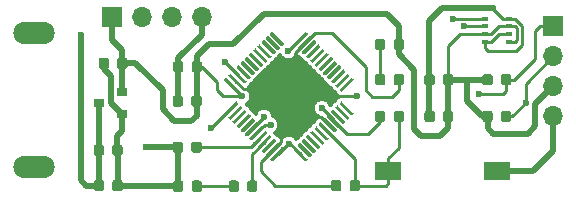
<source format=gtl>
G04 #@! TF.GenerationSoftware,KiCad,Pcbnew,(5.1.5)-3*
G04 #@! TF.CreationDate,2021-06-16T23:05:42+07:00*
G04 #@! TF.ProjectId,meteo_mini,6d657465-6f5f-46d6-996e-692e6b696361,rev?*
G04 #@! TF.SameCoordinates,Original*
G04 #@! TF.FileFunction,Copper,L1,Top*
G04 #@! TF.FilePolarity,Positive*
%FSLAX46Y46*%
G04 Gerber Fmt 4.6, Leading zero omitted, Abs format (unit mm)*
G04 Created by KiCad (PCBNEW (5.1.5)-3) date 2021-06-16 23:05:42*
%MOMM*%
%LPD*%
G04 APERTURE LIST*
%ADD10C,0.100000*%
%ADD11O,1.700000X1.700000*%
%ADD12R,1.700000X1.700000*%
%ADD13O,3.500000X1.900000*%
%ADD14R,0.900000X0.800000*%
%ADD15R,0.500000X0.350000*%
%ADD16R,2.180000X1.600000*%
%ADD17C,0.600000*%
%ADD18C,0.254000*%
%ADD19C,0.508000*%
%ADD20C,0.300000*%
G04 APERTURE END LIST*
G04 #@! TA.AperFunction,SMDPad,CuDef*
D10*
G36*
X106034819Y-45510977D02*
G01*
X106042100Y-45512057D01*
X106049239Y-45513845D01*
X106056169Y-45516325D01*
X106062823Y-45519472D01*
X106069136Y-45523256D01*
X106075047Y-45527640D01*
X106080501Y-45532583D01*
X107017417Y-46469499D01*
X107022360Y-46474953D01*
X107026744Y-46480864D01*
X107030528Y-46487177D01*
X107033675Y-46493831D01*
X107036155Y-46500761D01*
X107037943Y-46507900D01*
X107039023Y-46515181D01*
X107039384Y-46522532D01*
X107039023Y-46529883D01*
X107037943Y-46537164D01*
X107036155Y-46544303D01*
X107033675Y-46551233D01*
X107030528Y-46557887D01*
X107026744Y-46564200D01*
X107022360Y-46570111D01*
X107017417Y-46575565D01*
X106911351Y-46681631D01*
X106905897Y-46686574D01*
X106899986Y-46690958D01*
X106893673Y-46694742D01*
X106887019Y-46697889D01*
X106880089Y-46700369D01*
X106872950Y-46702157D01*
X106865669Y-46703237D01*
X106858318Y-46703598D01*
X106850967Y-46703237D01*
X106843686Y-46702157D01*
X106836547Y-46700369D01*
X106829617Y-46697889D01*
X106822963Y-46694742D01*
X106816650Y-46690958D01*
X106810739Y-46686574D01*
X106805285Y-46681631D01*
X105868369Y-45744715D01*
X105863426Y-45739261D01*
X105859042Y-45733350D01*
X105855258Y-45727037D01*
X105852111Y-45720383D01*
X105849631Y-45713453D01*
X105847843Y-45706314D01*
X105846763Y-45699033D01*
X105846402Y-45691682D01*
X105846763Y-45684331D01*
X105847843Y-45677050D01*
X105849631Y-45669911D01*
X105852111Y-45662981D01*
X105855258Y-45656327D01*
X105859042Y-45650014D01*
X105863426Y-45644103D01*
X105868369Y-45638649D01*
X105974435Y-45532583D01*
X105979889Y-45527640D01*
X105985800Y-45523256D01*
X105992113Y-45519472D01*
X105998767Y-45516325D01*
X106005697Y-45513845D01*
X106012836Y-45512057D01*
X106020117Y-45510977D01*
X106027468Y-45510616D01*
X106034819Y-45510977D01*
G37*
G04 #@! TD.AperFunction*
G04 #@! TA.AperFunction,SMDPad,CuDef*
G36*
X106388373Y-45157423D02*
G01*
X106395654Y-45158503D01*
X106402793Y-45160291D01*
X106409723Y-45162771D01*
X106416377Y-45165918D01*
X106422690Y-45169702D01*
X106428601Y-45174086D01*
X106434055Y-45179029D01*
X107370971Y-46115945D01*
X107375914Y-46121399D01*
X107380298Y-46127310D01*
X107384082Y-46133623D01*
X107387229Y-46140277D01*
X107389709Y-46147207D01*
X107391497Y-46154346D01*
X107392577Y-46161627D01*
X107392938Y-46168978D01*
X107392577Y-46176329D01*
X107391497Y-46183610D01*
X107389709Y-46190749D01*
X107387229Y-46197679D01*
X107384082Y-46204333D01*
X107380298Y-46210646D01*
X107375914Y-46216557D01*
X107370971Y-46222011D01*
X107264905Y-46328077D01*
X107259451Y-46333020D01*
X107253540Y-46337404D01*
X107247227Y-46341188D01*
X107240573Y-46344335D01*
X107233643Y-46346815D01*
X107226504Y-46348603D01*
X107219223Y-46349683D01*
X107211872Y-46350044D01*
X107204521Y-46349683D01*
X107197240Y-46348603D01*
X107190101Y-46346815D01*
X107183171Y-46344335D01*
X107176517Y-46341188D01*
X107170204Y-46337404D01*
X107164293Y-46333020D01*
X107158839Y-46328077D01*
X106221923Y-45391161D01*
X106216980Y-45385707D01*
X106212596Y-45379796D01*
X106208812Y-45373483D01*
X106205665Y-45366829D01*
X106203185Y-45359899D01*
X106201397Y-45352760D01*
X106200317Y-45345479D01*
X106199956Y-45338128D01*
X106200317Y-45330777D01*
X106201397Y-45323496D01*
X106203185Y-45316357D01*
X106205665Y-45309427D01*
X106208812Y-45302773D01*
X106212596Y-45296460D01*
X106216980Y-45290549D01*
X106221923Y-45285095D01*
X106327989Y-45179029D01*
X106333443Y-45174086D01*
X106339354Y-45169702D01*
X106345667Y-45165918D01*
X106352321Y-45162771D01*
X106359251Y-45160291D01*
X106366390Y-45158503D01*
X106373671Y-45157423D01*
X106381022Y-45157062D01*
X106388373Y-45157423D01*
G37*
G04 #@! TD.AperFunction*
G04 #@! TA.AperFunction,SMDPad,CuDef*
G36*
X106741926Y-44803870D02*
G01*
X106749207Y-44804950D01*
X106756346Y-44806738D01*
X106763276Y-44809218D01*
X106769930Y-44812365D01*
X106776243Y-44816149D01*
X106782154Y-44820533D01*
X106787608Y-44825476D01*
X107724524Y-45762392D01*
X107729467Y-45767846D01*
X107733851Y-45773757D01*
X107737635Y-45780070D01*
X107740782Y-45786724D01*
X107743262Y-45793654D01*
X107745050Y-45800793D01*
X107746130Y-45808074D01*
X107746491Y-45815425D01*
X107746130Y-45822776D01*
X107745050Y-45830057D01*
X107743262Y-45837196D01*
X107740782Y-45844126D01*
X107737635Y-45850780D01*
X107733851Y-45857093D01*
X107729467Y-45863004D01*
X107724524Y-45868458D01*
X107618458Y-45974524D01*
X107613004Y-45979467D01*
X107607093Y-45983851D01*
X107600780Y-45987635D01*
X107594126Y-45990782D01*
X107587196Y-45993262D01*
X107580057Y-45995050D01*
X107572776Y-45996130D01*
X107565425Y-45996491D01*
X107558074Y-45996130D01*
X107550793Y-45995050D01*
X107543654Y-45993262D01*
X107536724Y-45990782D01*
X107530070Y-45987635D01*
X107523757Y-45983851D01*
X107517846Y-45979467D01*
X107512392Y-45974524D01*
X106575476Y-45037608D01*
X106570533Y-45032154D01*
X106566149Y-45026243D01*
X106562365Y-45019930D01*
X106559218Y-45013276D01*
X106556738Y-45006346D01*
X106554950Y-44999207D01*
X106553870Y-44991926D01*
X106553509Y-44984575D01*
X106553870Y-44977224D01*
X106554950Y-44969943D01*
X106556738Y-44962804D01*
X106559218Y-44955874D01*
X106562365Y-44949220D01*
X106566149Y-44942907D01*
X106570533Y-44936996D01*
X106575476Y-44931542D01*
X106681542Y-44825476D01*
X106686996Y-44820533D01*
X106692907Y-44816149D01*
X106699220Y-44812365D01*
X106705874Y-44809218D01*
X106712804Y-44806738D01*
X106719943Y-44804950D01*
X106727224Y-44803870D01*
X106734575Y-44803509D01*
X106741926Y-44803870D01*
G37*
G04 #@! TD.AperFunction*
G04 #@! TA.AperFunction,SMDPad,CuDef*
G36*
X107095480Y-44450316D02*
G01*
X107102761Y-44451396D01*
X107109900Y-44453184D01*
X107116830Y-44455664D01*
X107123484Y-44458811D01*
X107129797Y-44462595D01*
X107135708Y-44466979D01*
X107141162Y-44471922D01*
X108078078Y-45408838D01*
X108083021Y-45414292D01*
X108087405Y-45420203D01*
X108091189Y-45426516D01*
X108094336Y-45433170D01*
X108096816Y-45440100D01*
X108098604Y-45447239D01*
X108099684Y-45454520D01*
X108100045Y-45461871D01*
X108099684Y-45469222D01*
X108098604Y-45476503D01*
X108096816Y-45483642D01*
X108094336Y-45490572D01*
X108091189Y-45497226D01*
X108087405Y-45503539D01*
X108083021Y-45509450D01*
X108078078Y-45514904D01*
X107972012Y-45620970D01*
X107966558Y-45625913D01*
X107960647Y-45630297D01*
X107954334Y-45634081D01*
X107947680Y-45637228D01*
X107940750Y-45639708D01*
X107933611Y-45641496D01*
X107926330Y-45642576D01*
X107918979Y-45642937D01*
X107911628Y-45642576D01*
X107904347Y-45641496D01*
X107897208Y-45639708D01*
X107890278Y-45637228D01*
X107883624Y-45634081D01*
X107877311Y-45630297D01*
X107871400Y-45625913D01*
X107865946Y-45620970D01*
X106929030Y-44684054D01*
X106924087Y-44678600D01*
X106919703Y-44672689D01*
X106915919Y-44666376D01*
X106912772Y-44659722D01*
X106910292Y-44652792D01*
X106908504Y-44645653D01*
X106907424Y-44638372D01*
X106907063Y-44631021D01*
X106907424Y-44623670D01*
X106908504Y-44616389D01*
X106910292Y-44609250D01*
X106912772Y-44602320D01*
X106915919Y-44595666D01*
X106919703Y-44589353D01*
X106924087Y-44583442D01*
X106929030Y-44577988D01*
X107035096Y-44471922D01*
X107040550Y-44466979D01*
X107046461Y-44462595D01*
X107052774Y-44458811D01*
X107059428Y-44455664D01*
X107066358Y-44453184D01*
X107073497Y-44451396D01*
X107080778Y-44450316D01*
X107088129Y-44449955D01*
X107095480Y-44450316D01*
G37*
G04 #@! TD.AperFunction*
G04 #@! TA.AperFunction,SMDPad,CuDef*
G36*
X107449033Y-44096763D02*
G01*
X107456314Y-44097843D01*
X107463453Y-44099631D01*
X107470383Y-44102111D01*
X107477037Y-44105258D01*
X107483350Y-44109042D01*
X107489261Y-44113426D01*
X107494715Y-44118369D01*
X108431631Y-45055285D01*
X108436574Y-45060739D01*
X108440958Y-45066650D01*
X108444742Y-45072963D01*
X108447889Y-45079617D01*
X108450369Y-45086547D01*
X108452157Y-45093686D01*
X108453237Y-45100967D01*
X108453598Y-45108318D01*
X108453237Y-45115669D01*
X108452157Y-45122950D01*
X108450369Y-45130089D01*
X108447889Y-45137019D01*
X108444742Y-45143673D01*
X108440958Y-45149986D01*
X108436574Y-45155897D01*
X108431631Y-45161351D01*
X108325565Y-45267417D01*
X108320111Y-45272360D01*
X108314200Y-45276744D01*
X108307887Y-45280528D01*
X108301233Y-45283675D01*
X108294303Y-45286155D01*
X108287164Y-45287943D01*
X108279883Y-45289023D01*
X108272532Y-45289384D01*
X108265181Y-45289023D01*
X108257900Y-45287943D01*
X108250761Y-45286155D01*
X108243831Y-45283675D01*
X108237177Y-45280528D01*
X108230864Y-45276744D01*
X108224953Y-45272360D01*
X108219499Y-45267417D01*
X107282583Y-44330501D01*
X107277640Y-44325047D01*
X107273256Y-44319136D01*
X107269472Y-44312823D01*
X107266325Y-44306169D01*
X107263845Y-44299239D01*
X107262057Y-44292100D01*
X107260977Y-44284819D01*
X107260616Y-44277468D01*
X107260977Y-44270117D01*
X107262057Y-44262836D01*
X107263845Y-44255697D01*
X107266325Y-44248767D01*
X107269472Y-44242113D01*
X107273256Y-44235800D01*
X107277640Y-44229889D01*
X107282583Y-44224435D01*
X107388649Y-44118369D01*
X107394103Y-44113426D01*
X107400014Y-44109042D01*
X107406327Y-44105258D01*
X107412981Y-44102111D01*
X107419911Y-44099631D01*
X107427050Y-44097843D01*
X107434331Y-44096763D01*
X107441682Y-44096402D01*
X107449033Y-44096763D01*
G37*
G04 #@! TD.AperFunction*
G04 #@! TA.AperFunction,SMDPad,CuDef*
G36*
X107802586Y-43743210D02*
G01*
X107809867Y-43744290D01*
X107817006Y-43746078D01*
X107823936Y-43748558D01*
X107830590Y-43751705D01*
X107836903Y-43755489D01*
X107842814Y-43759873D01*
X107848268Y-43764816D01*
X108785184Y-44701732D01*
X108790127Y-44707186D01*
X108794511Y-44713097D01*
X108798295Y-44719410D01*
X108801442Y-44726064D01*
X108803922Y-44732994D01*
X108805710Y-44740133D01*
X108806790Y-44747414D01*
X108807151Y-44754765D01*
X108806790Y-44762116D01*
X108805710Y-44769397D01*
X108803922Y-44776536D01*
X108801442Y-44783466D01*
X108798295Y-44790120D01*
X108794511Y-44796433D01*
X108790127Y-44802344D01*
X108785184Y-44807798D01*
X108679118Y-44913864D01*
X108673664Y-44918807D01*
X108667753Y-44923191D01*
X108661440Y-44926975D01*
X108654786Y-44930122D01*
X108647856Y-44932602D01*
X108640717Y-44934390D01*
X108633436Y-44935470D01*
X108626085Y-44935831D01*
X108618734Y-44935470D01*
X108611453Y-44934390D01*
X108604314Y-44932602D01*
X108597384Y-44930122D01*
X108590730Y-44926975D01*
X108584417Y-44923191D01*
X108578506Y-44918807D01*
X108573052Y-44913864D01*
X107636136Y-43976948D01*
X107631193Y-43971494D01*
X107626809Y-43965583D01*
X107623025Y-43959270D01*
X107619878Y-43952616D01*
X107617398Y-43945686D01*
X107615610Y-43938547D01*
X107614530Y-43931266D01*
X107614169Y-43923915D01*
X107614530Y-43916564D01*
X107615610Y-43909283D01*
X107617398Y-43902144D01*
X107619878Y-43895214D01*
X107623025Y-43888560D01*
X107626809Y-43882247D01*
X107631193Y-43876336D01*
X107636136Y-43870882D01*
X107742202Y-43764816D01*
X107747656Y-43759873D01*
X107753567Y-43755489D01*
X107759880Y-43751705D01*
X107766534Y-43748558D01*
X107773464Y-43746078D01*
X107780603Y-43744290D01*
X107787884Y-43743210D01*
X107795235Y-43742849D01*
X107802586Y-43743210D01*
G37*
G04 #@! TD.AperFunction*
G04 #@! TA.AperFunction,SMDPad,CuDef*
G36*
X108156140Y-43389656D02*
G01*
X108163421Y-43390736D01*
X108170560Y-43392524D01*
X108177490Y-43395004D01*
X108184144Y-43398151D01*
X108190457Y-43401935D01*
X108196368Y-43406319D01*
X108201822Y-43411262D01*
X109138738Y-44348178D01*
X109143681Y-44353632D01*
X109148065Y-44359543D01*
X109151849Y-44365856D01*
X109154996Y-44372510D01*
X109157476Y-44379440D01*
X109159264Y-44386579D01*
X109160344Y-44393860D01*
X109160705Y-44401211D01*
X109160344Y-44408562D01*
X109159264Y-44415843D01*
X109157476Y-44422982D01*
X109154996Y-44429912D01*
X109151849Y-44436566D01*
X109148065Y-44442879D01*
X109143681Y-44448790D01*
X109138738Y-44454244D01*
X109032672Y-44560310D01*
X109027218Y-44565253D01*
X109021307Y-44569637D01*
X109014994Y-44573421D01*
X109008340Y-44576568D01*
X109001410Y-44579048D01*
X108994271Y-44580836D01*
X108986990Y-44581916D01*
X108979639Y-44582277D01*
X108972288Y-44581916D01*
X108965007Y-44580836D01*
X108957868Y-44579048D01*
X108950938Y-44576568D01*
X108944284Y-44573421D01*
X108937971Y-44569637D01*
X108932060Y-44565253D01*
X108926606Y-44560310D01*
X107989690Y-43623394D01*
X107984747Y-43617940D01*
X107980363Y-43612029D01*
X107976579Y-43605716D01*
X107973432Y-43599062D01*
X107970952Y-43592132D01*
X107969164Y-43584993D01*
X107968084Y-43577712D01*
X107967723Y-43570361D01*
X107968084Y-43563010D01*
X107969164Y-43555729D01*
X107970952Y-43548590D01*
X107973432Y-43541660D01*
X107976579Y-43535006D01*
X107980363Y-43528693D01*
X107984747Y-43522782D01*
X107989690Y-43517328D01*
X108095756Y-43411262D01*
X108101210Y-43406319D01*
X108107121Y-43401935D01*
X108113434Y-43398151D01*
X108120088Y-43395004D01*
X108127018Y-43392524D01*
X108134157Y-43390736D01*
X108141438Y-43389656D01*
X108148789Y-43389295D01*
X108156140Y-43389656D01*
G37*
G04 #@! TD.AperFunction*
G04 #@! TA.AperFunction,SMDPad,CuDef*
G36*
X108509693Y-43036103D02*
G01*
X108516974Y-43037183D01*
X108524113Y-43038971D01*
X108531043Y-43041451D01*
X108537697Y-43044598D01*
X108544010Y-43048382D01*
X108549921Y-43052766D01*
X108555375Y-43057709D01*
X109492291Y-43994625D01*
X109497234Y-44000079D01*
X109501618Y-44005990D01*
X109505402Y-44012303D01*
X109508549Y-44018957D01*
X109511029Y-44025887D01*
X109512817Y-44033026D01*
X109513897Y-44040307D01*
X109514258Y-44047658D01*
X109513897Y-44055009D01*
X109512817Y-44062290D01*
X109511029Y-44069429D01*
X109508549Y-44076359D01*
X109505402Y-44083013D01*
X109501618Y-44089326D01*
X109497234Y-44095237D01*
X109492291Y-44100691D01*
X109386225Y-44206757D01*
X109380771Y-44211700D01*
X109374860Y-44216084D01*
X109368547Y-44219868D01*
X109361893Y-44223015D01*
X109354963Y-44225495D01*
X109347824Y-44227283D01*
X109340543Y-44228363D01*
X109333192Y-44228724D01*
X109325841Y-44228363D01*
X109318560Y-44227283D01*
X109311421Y-44225495D01*
X109304491Y-44223015D01*
X109297837Y-44219868D01*
X109291524Y-44216084D01*
X109285613Y-44211700D01*
X109280159Y-44206757D01*
X108343243Y-43269841D01*
X108338300Y-43264387D01*
X108333916Y-43258476D01*
X108330132Y-43252163D01*
X108326985Y-43245509D01*
X108324505Y-43238579D01*
X108322717Y-43231440D01*
X108321637Y-43224159D01*
X108321276Y-43216808D01*
X108321637Y-43209457D01*
X108322717Y-43202176D01*
X108324505Y-43195037D01*
X108326985Y-43188107D01*
X108330132Y-43181453D01*
X108333916Y-43175140D01*
X108338300Y-43169229D01*
X108343243Y-43163775D01*
X108449309Y-43057709D01*
X108454763Y-43052766D01*
X108460674Y-43048382D01*
X108466987Y-43044598D01*
X108473641Y-43041451D01*
X108480571Y-43038971D01*
X108487710Y-43037183D01*
X108494991Y-43036103D01*
X108502342Y-43035742D01*
X108509693Y-43036103D01*
G37*
G04 #@! TD.AperFunction*
G04 #@! TA.AperFunction,SMDPad,CuDef*
G36*
X108863246Y-42682550D02*
G01*
X108870527Y-42683630D01*
X108877666Y-42685418D01*
X108884596Y-42687898D01*
X108891250Y-42691045D01*
X108897563Y-42694829D01*
X108903474Y-42699213D01*
X108908928Y-42704156D01*
X109845844Y-43641072D01*
X109850787Y-43646526D01*
X109855171Y-43652437D01*
X109858955Y-43658750D01*
X109862102Y-43665404D01*
X109864582Y-43672334D01*
X109866370Y-43679473D01*
X109867450Y-43686754D01*
X109867811Y-43694105D01*
X109867450Y-43701456D01*
X109866370Y-43708737D01*
X109864582Y-43715876D01*
X109862102Y-43722806D01*
X109858955Y-43729460D01*
X109855171Y-43735773D01*
X109850787Y-43741684D01*
X109845844Y-43747138D01*
X109739778Y-43853204D01*
X109734324Y-43858147D01*
X109728413Y-43862531D01*
X109722100Y-43866315D01*
X109715446Y-43869462D01*
X109708516Y-43871942D01*
X109701377Y-43873730D01*
X109694096Y-43874810D01*
X109686745Y-43875171D01*
X109679394Y-43874810D01*
X109672113Y-43873730D01*
X109664974Y-43871942D01*
X109658044Y-43869462D01*
X109651390Y-43866315D01*
X109645077Y-43862531D01*
X109639166Y-43858147D01*
X109633712Y-43853204D01*
X108696796Y-42916288D01*
X108691853Y-42910834D01*
X108687469Y-42904923D01*
X108683685Y-42898610D01*
X108680538Y-42891956D01*
X108678058Y-42885026D01*
X108676270Y-42877887D01*
X108675190Y-42870606D01*
X108674829Y-42863255D01*
X108675190Y-42855904D01*
X108676270Y-42848623D01*
X108678058Y-42841484D01*
X108680538Y-42834554D01*
X108683685Y-42827900D01*
X108687469Y-42821587D01*
X108691853Y-42815676D01*
X108696796Y-42810222D01*
X108802862Y-42704156D01*
X108808316Y-42699213D01*
X108814227Y-42694829D01*
X108820540Y-42691045D01*
X108827194Y-42687898D01*
X108834124Y-42685418D01*
X108841263Y-42683630D01*
X108848544Y-42682550D01*
X108855895Y-42682189D01*
X108863246Y-42682550D01*
G37*
G04 #@! TD.AperFunction*
G04 #@! TA.AperFunction,SMDPad,CuDef*
G36*
X109216800Y-42328996D02*
G01*
X109224081Y-42330076D01*
X109231220Y-42331864D01*
X109238150Y-42334344D01*
X109244804Y-42337491D01*
X109251117Y-42341275D01*
X109257028Y-42345659D01*
X109262482Y-42350602D01*
X110199398Y-43287518D01*
X110204341Y-43292972D01*
X110208725Y-43298883D01*
X110212509Y-43305196D01*
X110215656Y-43311850D01*
X110218136Y-43318780D01*
X110219924Y-43325919D01*
X110221004Y-43333200D01*
X110221365Y-43340551D01*
X110221004Y-43347902D01*
X110219924Y-43355183D01*
X110218136Y-43362322D01*
X110215656Y-43369252D01*
X110212509Y-43375906D01*
X110208725Y-43382219D01*
X110204341Y-43388130D01*
X110199398Y-43393584D01*
X110093332Y-43499650D01*
X110087878Y-43504593D01*
X110081967Y-43508977D01*
X110075654Y-43512761D01*
X110069000Y-43515908D01*
X110062070Y-43518388D01*
X110054931Y-43520176D01*
X110047650Y-43521256D01*
X110040299Y-43521617D01*
X110032948Y-43521256D01*
X110025667Y-43520176D01*
X110018528Y-43518388D01*
X110011598Y-43515908D01*
X110004944Y-43512761D01*
X109998631Y-43508977D01*
X109992720Y-43504593D01*
X109987266Y-43499650D01*
X109050350Y-42562734D01*
X109045407Y-42557280D01*
X109041023Y-42551369D01*
X109037239Y-42545056D01*
X109034092Y-42538402D01*
X109031612Y-42531472D01*
X109029824Y-42524333D01*
X109028744Y-42517052D01*
X109028383Y-42509701D01*
X109028744Y-42502350D01*
X109029824Y-42495069D01*
X109031612Y-42487930D01*
X109034092Y-42481000D01*
X109037239Y-42474346D01*
X109041023Y-42468033D01*
X109045407Y-42462122D01*
X109050350Y-42456668D01*
X109156416Y-42350602D01*
X109161870Y-42345659D01*
X109167781Y-42341275D01*
X109174094Y-42337491D01*
X109180748Y-42334344D01*
X109187678Y-42331864D01*
X109194817Y-42330076D01*
X109202098Y-42328996D01*
X109209449Y-42328635D01*
X109216800Y-42328996D01*
G37*
G04 #@! TD.AperFunction*
G04 #@! TA.AperFunction,SMDPad,CuDef*
G36*
X109570353Y-41975443D02*
G01*
X109577634Y-41976523D01*
X109584773Y-41978311D01*
X109591703Y-41980791D01*
X109598357Y-41983938D01*
X109604670Y-41987722D01*
X109610581Y-41992106D01*
X109616035Y-41997049D01*
X110552951Y-42933965D01*
X110557894Y-42939419D01*
X110562278Y-42945330D01*
X110566062Y-42951643D01*
X110569209Y-42958297D01*
X110571689Y-42965227D01*
X110573477Y-42972366D01*
X110574557Y-42979647D01*
X110574918Y-42986998D01*
X110574557Y-42994349D01*
X110573477Y-43001630D01*
X110571689Y-43008769D01*
X110569209Y-43015699D01*
X110566062Y-43022353D01*
X110562278Y-43028666D01*
X110557894Y-43034577D01*
X110552951Y-43040031D01*
X110446885Y-43146097D01*
X110441431Y-43151040D01*
X110435520Y-43155424D01*
X110429207Y-43159208D01*
X110422553Y-43162355D01*
X110415623Y-43164835D01*
X110408484Y-43166623D01*
X110401203Y-43167703D01*
X110393852Y-43168064D01*
X110386501Y-43167703D01*
X110379220Y-43166623D01*
X110372081Y-43164835D01*
X110365151Y-43162355D01*
X110358497Y-43159208D01*
X110352184Y-43155424D01*
X110346273Y-43151040D01*
X110340819Y-43146097D01*
X109403903Y-42209181D01*
X109398960Y-42203727D01*
X109394576Y-42197816D01*
X109390792Y-42191503D01*
X109387645Y-42184849D01*
X109385165Y-42177919D01*
X109383377Y-42170780D01*
X109382297Y-42163499D01*
X109381936Y-42156148D01*
X109382297Y-42148797D01*
X109383377Y-42141516D01*
X109385165Y-42134377D01*
X109387645Y-42127447D01*
X109390792Y-42120793D01*
X109394576Y-42114480D01*
X109398960Y-42108569D01*
X109403903Y-42103115D01*
X109509969Y-41997049D01*
X109515423Y-41992106D01*
X109521334Y-41987722D01*
X109527647Y-41983938D01*
X109534301Y-41980791D01*
X109541231Y-41978311D01*
X109548370Y-41976523D01*
X109555651Y-41975443D01*
X109563002Y-41975082D01*
X109570353Y-41975443D01*
G37*
G04 #@! TD.AperFunction*
G04 #@! TA.AperFunction,SMDPad,CuDef*
G36*
X109923907Y-41621889D02*
G01*
X109931188Y-41622969D01*
X109938327Y-41624757D01*
X109945257Y-41627237D01*
X109951911Y-41630384D01*
X109958224Y-41634168D01*
X109964135Y-41638552D01*
X109969589Y-41643495D01*
X110906505Y-42580411D01*
X110911448Y-42585865D01*
X110915832Y-42591776D01*
X110919616Y-42598089D01*
X110922763Y-42604743D01*
X110925243Y-42611673D01*
X110927031Y-42618812D01*
X110928111Y-42626093D01*
X110928472Y-42633444D01*
X110928111Y-42640795D01*
X110927031Y-42648076D01*
X110925243Y-42655215D01*
X110922763Y-42662145D01*
X110919616Y-42668799D01*
X110915832Y-42675112D01*
X110911448Y-42681023D01*
X110906505Y-42686477D01*
X110800439Y-42792543D01*
X110794985Y-42797486D01*
X110789074Y-42801870D01*
X110782761Y-42805654D01*
X110776107Y-42808801D01*
X110769177Y-42811281D01*
X110762038Y-42813069D01*
X110754757Y-42814149D01*
X110747406Y-42814510D01*
X110740055Y-42814149D01*
X110732774Y-42813069D01*
X110725635Y-42811281D01*
X110718705Y-42808801D01*
X110712051Y-42805654D01*
X110705738Y-42801870D01*
X110699827Y-42797486D01*
X110694373Y-42792543D01*
X109757457Y-41855627D01*
X109752514Y-41850173D01*
X109748130Y-41844262D01*
X109744346Y-41837949D01*
X109741199Y-41831295D01*
X109738719Y-41824365D01*
X109736931Y-41817226D01*
X109735851Y-41809945D01*
X109735490Y-41802594D01*
X109735851Y-41795243D01*
X109736931Y-41787962D01*
X109738719Y-41780823D01*
X109741199Y-41773893D01*
X109744346Y-41767239D01*
X109748130Y-41760926D01*
X109752514Y-41755015D01*
X109757457Y-41749561D01*
X109863523Y-41643495D01*
X109868977Y-41638552D01*
X109874888Y-41634168D01*
X109881201Y-41630384D01*
X109887855Y-41627237D01*
X109894785Y-41624757D01*
X109901924Y-41622969D01*
X109909205Y-41621889D01*
X109916556Y-41621528D01*
X109923907Y-41621889D01*
G37*
G04 #@! TD.AperFunction*
G04 #@! TA.AperFunction,SMDPad,CuDef*
G36*
X110754757Y-39624313D02*
G01*
X110762038Y-39625393D01*
X110769177Y-39627181D01*
X110776107Y-39629661D01*
X110782761Y-39632808D01*
X110789074Y-39636592D01*
X110794985Y-39640976D01*
X110800439Y-39645919D01*
X110906505Y-39751985D01*
X110911448Y-39757439D01*
X110915832Y-39763350D01*
X110919616Y-39769663D01*
X110922763Y-39776317D01*
X110925243Y-39783247D01*
X110927031Y-39790386D01*
X110928111Y-39797667D01*
X110928472Y-39805018D01*
X110928111Y-39812369D01*
X110927031Y-39819650D01*
X110925243Y-39826789D01*
X110922763Y-39833719D01*
X110919616Y-39840373D01*
X110915832Y-39846686D01*
X110911448Y-39852597D01*
X110906505Y-39858051D01*
X109969589Y-40794967D01*
X109964135Y-40799910D01*
X109958224Y-40804294D01*
X109951911Y-40808078D01*
X109945257Y-40811225D01*
X109938327Y-40813705D01*
X109931188Y-40815493D01*
X109923907Y-40816573D01*
X109916556Y-40816934D01*
X109909205Y-40816573D01*
X109901924Y-40815493D01*
X109894785Y-40813705D01*
X109887855Y-40811225D01*
X109881201Y-40808078D01*
X109874888Y-40804294D01*
X109868977Y-40799910D01*
X109863523Y-40794967D01*
X109757457Y-40688901D01*
X109752514Y-40683447D01*
X109748130Y-40677536D01*
X109744346Y-40671223D01*
X109741199Y-40664569D01*
X109738719Y-40657639D01*
X109736931Y-40650500D01*
X109735851Y-40643219D01*
X109735490Y-40635868D01*
X109735851Y-40628517D01*
X109736931Y-40621236D01*
X109738719Y-40614097D01*
X109741199Y-40607167D01*
X109744346Y-40600513D01*
X109748130Y-40594200D01*
X109752514Y-40588289D01*
X109757457Y-40582835D01*
X110694373Y-39645919D01*
X110699827Y-39640976D01*
X110705738Y-39636592D01*
X110712051Y-39632808D01*
X110718705Y-39629661D01*
X110725635Y-39627181D01*
X110732774Y-39625393D01*
X110740055Y-39624313D01*
X110747406Y-39623952D01*
X110754757Y-39624313D01*
G37*
G04 #@! TD.AperFunction*
G04 #@! TA.AperFunction,SMDPad,CuDef*
G36*
X110401203Y-39270759D02*
G01*
X110408484Y-39271839D01*
X110415623Y-39273627D01*
X110422553Y-39276107D01*
X110429207Y-39279254D01*
X110435520Y-39283038D01*
X110441431Y-39287422D01*
X110446885Y-39292365D01*
X110552951Y-39398431D01*
X110557894Y-39403885D01*
X110562278Y-39409796D01*
X110566062Y-39416109D01*
X110569209Y-39422763D01*
X110571689Y-39429693D01*
X110573477Y-39436832D01*
X110574557Y-39444113D01*
X110574918Y-39451464D01*
X110574557Y-39458815D01*
X110573477Y-39466096D01*
X110571689Y-39473235D01*
X110569209Y-39480165D01*
X110566062Y-39486819D01*
X110562278Y-39493132D01*
X110557894Y-39499043D01*
X110552951Y-39504497D01*
X109616035Y-40441413D01*
X109610581Y-40446356D01*
X109604670Y-40450740D01*
X109598357Y-40454524D01*
X109591703Y-40457671D01*
X109584773Y-40460151D01*
X109577634Y-40461939D01*
X109570353Y-40463019D01*
X109563002Y-40463380D01*
X109555651Y-40463019D01*
X109548370Y-40461939D01*
X109541231Y-40460151D01*
X109534301Y-40457671D01*
X109527647Y-40454524D01*
X109521334Y-40450740D01*
X109515423Y-40446356D01*
X109509969Y-40441413D01*
X109403903Y-40335347D01*
X109398960Y-40329893D01*
X109394576Y-40323982D01*
X109390792Y-40317669D01*
X109387645Y-40311015D01*
X109385165Y-40304085D01*
X109383377Y-40296946D01*
X109382297Y-40289665D01*
X109381936Y-40282314D01*
X109382297Y-40274963D01*
X109383377Y-40267682D01*
X109385165Y-40260543D01*
X109387645Y-40253613D01*
X109390792Y-40246959D01*
X109394576Y-40240646D01*
X109398960Y-40234735D01*
X109403903Y-40229281D01*
X110340819Y-39292365D01*
X110346273Y-39287422D01*
X110352184Y-39283038D01*
X110358497Y-39279254D01*
X110365151Y-39276107D01*
X110372081Y-39273627D01*
X110379220Y-39271839D01*
X110386501Y-39270759D01*
X110393852Y-39270398D01*
X110401203Y-39270759D01*
G37*
G04 #@! TD.AperFunction*
G04 #@! TA.AperFunction,SMDPad,CuDef*
G36*
X110047650Y-38917206D02*
G01*
X110054931Y-38918286D01*
X110062070Y-38920074D01*
X110069000Y-38922554D01*
X110075654Y-38925701D01*
X110081967Y-38929485D01*
X110087878Y-38933869D01*
X110093332Y-38938812D01*
X110199398Y-39044878D01*
X110204341Y-39050332D01*
X110208725Y-39056243D01*
X110212509Y-39062556D01*
X110215656Y-39069210D01*
X110218136Y-39076140D01*
X110219924Y-39083279D01*
X110221004Y-39090560D01*
X110221365Y-39097911D01*
X110221004Y-39105262D01*
X110219924Y-39112543D01*
X110218136Y-39119682D01*
X110215656Y-39126612D01*
X110212509Y-39133266D01*
X110208725Y-39139579D01*
X110204341Y-39145490D01*
X110199398Y-39150944D01*
X109262482Y-40087860D01*
X109257028Y-40092803D01*
X109251117Y-40097187D01*
X109244804Y-40100971D01*
X109238150Y-40104118D01*
X109231220Y-40106598D01*
X109224081Y-40108386D01*
X109216800Y-40109466D01*
X109209449Y-40109827D01*
X109202098Y-40109466D01*
X109194817Y-40108386D01*
X109187678Y-40106598D01*
X109180748Y-40104118D01*
X109174094Y-40100971D01*
X109167781Y-40097187D01*
X109161870Y-40092803D01*
X109156416Y-40087860D01*
X109050350Y-39981794D01*
X109045407Y-39976340D01*
X109041023Y-39970429D01*
X109037239Y-39964116D01*
X109034092Y-39957462D01*
X109031612Y-39950532D01*
X109029824Y-39943393D01*
X109028744Y-39936112D01*
X109028383Y-39928761D01*
X109028744Y-39921410D01*
X109029824Y-39914129D01*
X109031612Y-39906990D01*
X109034092Y-39900060D01*
X109037239Y-39893406D01*
X109041023Y-39887093D01*
X109045407Y-39881182D01*
X109050350Y-39875728D01*
X109987266Y-38938812D01*
X109992720Y-38933869D01*
X109998631Y-38929485D01*
X110004944Y-38925701D01*
X110011598Y-38922554D01*
X110018528Y-38920074D01*
X110025667Y-38918286D01*
X110032948Y-38917206D01*
X110040299Y-38916845D01*
X110047650Y-38917206D01*
G37*
G04 #@! TD.AperFunction*
G04 #@! TA.AperFunction,SMDPad,CuDef*
G36*
X109694096Y-38563652D02*
G01*
X109701377Y-38564732D01*
X109708516Y-38566520D01*
X109715446Y-38569000D01*
X109722100Y-38572147D01*
X109728413Y-38575931D01*
X109734324Y-38580315D01*
X109739778Y-38585258D01*
X109845844Y-38691324D01*
X109850787Y-38696778D01*
X109855171Y-38702689D01*
X109858955Y-38709002D01*
X109862102Y-38715656D01*
X109864582Y-38722586D01*
X109866370Y-38729725D01*
X109867450Y-38737006D01*
X109867811Y-38744357D01*
X109867450Y-38751708D01*
X109866370Y-38758989D01*
X109864582Y-38766128D01*
X109862102Y-38773058D01*
X109858955Y-38779712D01*
X109855171Y-38786025D01*
X109850787Y-38791936D01*
X109845844Y-38797390D01*
X108908928Y-39734306D01*
X108903474Y-39739249D01*
X108897563Y-39743633D01*
X108891250Y-39747417D01*
X108884596Y-39750564D01*
X108877666Y-39753044D01*
X108870527Y-39754832D01*
X108863246Y-39755912D01*
X108855895Y-39756273D01*
X108848544Y-39755912D01*
X108841263Y-39754832D01*
X108834124Y-39753044D01*
X108827194Y-39750564D01*
X108820540Y-39747417D01*
X108814227Y-39743633D01*
X108808316Y-39739249D01*
X108802862Y-39734306D01*
X108696796Y-39628240D01*
X108691853Y-39622786D01*
X108687469Y-39616875D01*
X108683685Y-39610562D01*
X108680538Y-39603908D01*
X108678058Y-39596978D01*
X108676270Y-39589839D01*
X108675190Y-39582558D01*
X108674829Y-39575207D01*
X108675190Y-39567856D01*
X108676270Y-39560575D01*
X108678058Y-39553436D01*
X108680538Y-39546506D01*
X108683685Y-39539852D01*
X108687469Y-39533539D01*
X108691853Y-39527628D01*
X108696796Y-39522174D01*
X109633712Y-38585258D01*
X109639166Y-38580315D01*
X109645077Y-38575931D01*
X109651390Y-38572147D01*
X109658044Y-38569000D01*
X109664974Y-38566520D01*
X109672113Y-38564732D01*
X109679394Y-38563652D01*
X109686745Y-38563291D01*
X109694096Y-38563652D01*
G37*
G04 #@! TD.AperFunction*
G04 #@! TA.AperFunction,SMDPad,CuDef*
G36*
X109340543Y-38210099D02*
G01*
X109347824Y-38211179D01*
X109354963Y-38212967D01*
X109361893Y-38215447D01*
X109368547Y-38218594D01*
X109374860Y-38222378D01*
X109380771Y-38226762D01*
X109386225Y-38231705D01*
X109492291Y-38337771D01*
X109497234Y-38343225D01*
X109501618Y-38349136D01*
X109505402Y-38355449D01*
X109508549Y-38362103D01*
X109511029Y-38369033D01*
X109512817Y-38376172D01*
X109513897Y-38383453D01*
X109514258Y-38390804D01*
X109513897Y-38398155D01*
X109512817Y-38405436D01*
X109511029Y-38412575D01*
X109508549Y-38419505D01*
X109505402Y-38426159D01*
X109501618Y-38432472D01*
X109497234Y-38438383D01*
X109492291Y-38443837D01*
X108555375Y-39380753D01*
X108549921Y-39385696D01*
X108544010Y-39390080D01*
X108537697Y-39393864D01*
X108531043Y-39397011D01*
X108524113Y-39399491D01*
X108516974Y-39401279D01*
X108509693Y-39402359D01*
X108502342Y-39402720D01*
X108494991Y-39402359D01*
X108487710Y-39401279D01*
X108480571Y-39399491D01*
X108473641Y-39397011D01*
X108466987Y-39393864D01*
X108460674Y-39390080D01*
X108454763Y-39385696D01*
X108449309Y-39380753D01*
X108343243Y-39274687D01*
X108338300Y-39269233D01*
X108333916Y-39263322D01*
X108330132Y-39257009D01*
X108326985Y-39250355D01*
X108324505Y-39243425D01*
X108322717Y-39236286D01*
X108321637Y-39229005D01*
X108321276Y-39221654D01*
X108321637Y-39214303D01*
X108322717Y-39207022D01*
X108324505Y-39199883D01*
X108326985Y-39192953D01*
X108330132Y-39186299D01*
X108333916Y-39179986D01*
X108338300Y-39174075D01*
X108343243Y-39168621D01*
X109280159Y-38231705D01*
X109285613Y-38226762D01*
X109291524Y-38222378D01*
X109297837Y-38218594D01*
X109304491Y-38215447D01*
X109311421Y-38212967D01*
X109318560Y-38211179D01*
X109325841Y-38210099D01*
X109333192Y-38209738D01*
X109340543Y-38210099D01*
G37*
G04 #@! TD.AperFunction*
G04 #@! TA.AperFunction,SMDPad,CuDef*
G36*
X108986990Y-37856546D02*
G01*
X108994271Y-37857626D01*
X109001410Y-37859414D01*
X109008340Y-37861894D01*
X109014994Y-37865041D01*
X109021307Y-37868825D01*
X109027218Y-37873209D01*
X109032672Y-37878152D01*
X109138738Y-37984218D01*
X109143681Y-37989672D01*
X109148065Y-37995583D01*
X109151849Y-38001896D01*
X109154996Y-38008550D01*
X109157476Y-38015480D01*
X109159264Y-38022619D01*
X109160344Y-38029900D01*
X109160705Y-38037251D01*
X109160344Y-38044602D01*
X109159264Y-38051883D01*
X109157476Y-38059022D01*
X109154996Y-38065952D01*
X109151849Y-38072606D01*
X109148065Y-38078919D01*
X109143681Y-38084830D01*
X109138738Y-38090284D01*
X108201822Y-39027200D01*
X108196368Y-39032143D01*
X108190457Y-39036527D01*
X108184144Y-39040311D01*
X108177490Y-39043458D01*
X108170560Y-39045938D01*
X108163421Y-39047726D01*
X108156140Y-39048806D01*
X108148789Y-39049167D01*
X108141438Y-39048806D01*
X108134157Y-39047726D01*
X108127018Y-39045938D01*
X108120088Y-39043458D01*
X108113434Y-39040311D01*
X108107121Y-39036527D01*
X108101210Y-39032143D01*
X108095756Y-39027200D01*
X107989690Y-38921134D01*
X107984747Y-38915680D01*
X107980363Y-38909769D01*
X107976579Y-38903456D01*
X107973432Y-38896802D01*
X107970952Y-38889872D01*
X107969164Y-38882733D01*
X107968084Y-38875452D01*
X107967723Y-38868101D01*
X107968084Y-38860750D01*
X107969164Y-38853469D01*
X107970952Y-38846330D01*
X107973432Y-38839400D01*
X107976579Y-38832746D01*
X107980363Y-38826433D01*
X107984747Y-38820522D01*
X107989690Y-38815068D01*
X108926606Y-37878152D01*
X108932060Y-37873209D01*
X108937971Y-37868825D01*
X108944284Y-37865041D01*
X108950938Y-37861894D01*
X108957868Y-37859414D01*
X108965007Y-37857626D01*
X108972288Y-37856546D01*
X108979639Y-37856185D01*
X108986990Y-37856546D01*
G37*
G04 #@! TD.AperFunction*
G04 #@! TA.AperFunction,SMDPad,CuDef*
G36*
X108633436Y-37502992D02*
G01*
X108640717Y-37504072D01*
X108647856Y-37505860D01*
X108654786Y-37508340D01*
X108661440Y-37511487D01*
X108667753Y-37515271D01*
X108673664Y-37519655D01*
X108679118Y-37524598D01*
X108785184Y-37630664D01*
X108790127Y-37636118D01*
X108794511Y-37642029D01*
X108798295Y-37648342D01*
X108801442Y-37654996D01*
X108803922Y-37661926D01*
X108805710Y-37669065D01*
X108806790Y-37676346D01*
X108807151Y-37683697D01*
X108806790Y-37691048D01*
X108805710Y-37698329D01*
X108803922Y-37705468D01*
X108801442Y-37712398D01*
X108798295Y-37719052D01*
X108794511Y-37725365D01*
X108790127Y-37731276D01*
X108785184Y-37736730D01*
X107848268Y-38673646D01*
X107842814Y-38678589D01*
X107836903Y-38682973D01*
X107830590Y-38686757D01*
X107823936Y-38689904D01*
X107817006Y-38692384D01*
X107809867Y-38694172D01*
X107802586Y-38695252D01*
X107795235Y-38695613D01*
X107787884Y-38695252D01*
X107780603Y-38694172D01*
X107773464Y-38692384D01*
X107766534Y-38689904D01*
X107759880Y-38686757D01*
X107753567Y-38682973D01*
X107747656Y-38678589D01*
X107742202Y-38673646D01*
X107636136Y-38567580D01*
X107631193Y-38562126D01*
X107626809Y-38556215D01*
X107623025Y-38549902D01*
X107619878Y-38543248D01*
X107617398Y-38536318D01*
X107615610Y-38529179D01*
X107614530Y-38521898D01*
X107614169Y-38514547D01*
X107614530Y-38507196D01*
X107615610Y-38499915D01*
X107617398Y-38492776D01*
X107619878Y-38485846D01*
X107623025Y-38479192D01*
X107626809Y-38472879D01*
X107631193Y-38466968D01*
X107636136Y-38461514D01*
X108573052Y-37524598D01*
X108578506Y-37519655D01*
X108584417Y-37515271D01*
X108590730Y-37511487D01*
X108597384Y-37508340D01*
X108604314Y-37505860D01*
X108611453Y-37504072D01*
X108618734Y-37502992D01*
X108626085Y-37502631D01*
X108633436Y-37502992D01*
G37*
G04 #@! TD.AperFunction*
G04 #@! TA.AperFunction,SMDPad,CuDef*
G36*
X108279883Y-37149439D02*
G01*
X108287164Y-37150519D01*
X108294303Y-37152307D01*
X108301233Y-37154787D01*
X108307887Y-37157934D01*
X108314200Y-37161718D01*
X108320111Y-37166102D01*
X108325565Y-37171045D01*
X108431631Y-37277111D01*
X108436574Y-37282565D01*
X108440958Y-37288476D01*
X108444742Y-37294789D01*
X108447889Y-37301443D01*
X108450369Y-37308373D01*
X108452157Y-37315512D01*
X108453237Y-37322793D01*
X108453598Y-37330144D01*
X108453237Y-37337495D01*
X108452157Y-37344776D01*
X108450369Y-37351915D01*
X108447889Y-37358845D01*
X108444742Y-37365499D01*
X108440958Y-37371812D01*
X108436574Y-37377723D01*
X108431631Y-37383177D01*
X107494715Y-38320093D01*
X107489261Y-38325036D01*
X107483350Y-38329420D01*
X107477037Y-38333204D01*
X107470383Y-38336351D01*
X107463453Y-38338831D01*
X107456314Y-38340619D01*
X107449033Y-38341699D01*
X107441682Y-38342060D01*
X107434331Y-38341699D01*
X107427050Y-38340619D01*
X107419911Y-38338831D01*
X107412981Y-38336351D01*
X107406327Y-38333204D01*
X107400014Y-38329420D01*
X107394103Y-38325036D01*
X107388649Y-38320093D01*
X107282583Y-38214027D01*
X107277640Y-38208573D01*
X107273256Y-38202662D01*
X107269472Y-38196349D01*
X107266325Y-38189695D01*
X107263845Y-38182765D01*
X107262057Y-38175626D01*
X107260977Y-38168345D01*
X107260616Y-38160994D01*
X107260977Y-38153643D01*
X107262057Y-38146362D01*
X107263845Y-38139223D01*
X107266325Y-38132293D01*
X107269472Y-38125639D01*
X107273256Y-38119326D01*
X107277640Y-38113415D01*
X107282583Y-38107961D01*
X108219499Y-37171045D01*
X108224953Y-37166102D01*
X108230864Y-37161718D01*
X108237177Y-37157934D01*
X108243831Y-37154787D01*
X108250761Y-37152307D01*
X108257900Y-37150519D01*
X108265181Y-37149439D01*
X108272532Y-37149078D01*
X108279883Y-37149439D01*
G37*
G04 #@! TD.AperFunction*
G04 #@! TA.AperFunction,SMDPad,CuDef*
G36*
X107926330Y-36795886D02*
G01*
X107933611Y-36796966D01*
X107940750Y-36798754D01*
X107947680Y-36801234D01*
X107954334Y-36804381D01*
X107960647Y-36808165D01*
X107966558Y-36812549D01*
X107972012Y-36817492D01*
X108078078Y-36923558D01*
X108083021Y-36929012D01*
X108087405Y-36934923D01*
X108091189Y-36941236D01*
X108094336Y-36947890D01*
X108096816Y-36954820D01*
X108098604Y-36961959D01*
X108099684Y-36969240D01*
X108100045Y-36976591D01*
X108099684Y-36983942D01*
X108098604Y-36991223D01*
X108096816Y-36998362D01*
X108094336Y-37005292D01*
X108091189Y-37011946D01*
X108087405Y-37018259D01*
X108083021Y-37024170D01*
X108078078Y-37029624D01*
X107141162Y-37966540D01*
X107135708Y-37971483D01*
X107129797Y-37975867D01*
X107123484Y-37979651D01*
X107116830Y-37982798D01*
X107109900Y-37985278D01*
X107102761Y-37987066D01*
X107095480Y-37988146D01*
X107088129Y-37988507D01*
X107080778Y-37988146D01*
X107073497Y-37987066D01*
X107066358Y-37985278D01*
X107059428Y-37982798D01*
X107052774Y-37979651D01*
X107046461Y-37975867D01*
X107040550Y-37971483D01*
X107035096Y-37966540D01*
X106929030Y-37860474D01*
X106924087Y-37855020D01*
X106919703Y-37849109D01*
X106915919Y-37842796D01*
X106912772Y-37836142D01*
X106910292Y-37829212D01*
X106908504Y-37822073D01*
X106907424Y-37814792D01*
X106907063Y-37807441D01*
X106907424Y-37800090D01*
X106908504Y-37792809D01*
X106910292Y-37785670D01*
X106912772Y-37778740D01*
X106915919Y-37772086D01*
X106919703Y-37765773D01*
X106924087Y-37759862D01*
X106929030Y-37754408D01*
X107865946Y-36817492D01*
X107871400Y-36812549D01*
X107877311Y-36808165D01*
X107883624Y-36804381D01*
X107890278Y-36801234D01*
X107897208Y-36798754D01*
X107904347Y-36796966D01*
X107911628Y-36795886D01*
X107918979Y-36795525D01*
X107926330Y-36795886D01*
G37*
G04 #@! TD.AperFunction*
G04 #@! TA.AperFunction,SMDPad,CuDef*
G36*
X107572776Y-36442332D02*
G01*
X107580057Y-36443412D01*
X107587196Y-36445200D01*
X107594126Y-36447680D01*
X107600780Y-36450827D01*
X107607093Y-36454611D01*
X107613004Y-36458995D01*
X107618458Y-36463938D01*
X107724524Y-36570004D01*
X107729467Y-36575458D01*
X107733851Y-36581369D01*
X107737635Y-36587682D01*
X107740782Y-36594336D01*
X107743262Y-36601266D01*
X107745050Y-36608405D01*
X107746130Y-36615686D01*
X107746491Y-36623037D01*
X107746130Y-36630388D01*
X107745050Y-36637669D01*
X107743262Y-36644808D01*
X107740782Y-36651738D01*
X107737635Y-36658392D01*
X107733851Y-36664705D01*
X107729467Y-36670616D01*
X107724524Y-36676070D01*
X106787608Y-37612986D01*
X106782154Y-37617929D01*
X106776243Y-37622313D01*
X106769930Y-37626097D01*
X106763276Y-37629244D01*
X106756346Y-37631724D01*
X106749207Y-37633512D01*
X106741926Y-37634592D01*
X106734575Y-37634953D01*
X106727224Y-37634592D01*
X106719943Y-37633512D01*
X106712804Y-37631724D01*
X106705874Y-37629244D01*
X106699220Y-37626097D01*
X106692907Y-37622313D01*
X106686996Y-37617929D01*
X106681542Y-37612986D01*
X106575476Y-37506920D01*
X106570533Y-37501466D01*
X106566149Y-37495555D01*
X106562365Y-37489242D01*
X106559218Y-37482588D01*
X106556738Y-37475658D01*
X106554950Y-37468519D01*
X106553870Y-37461238D01*
X106553509Y-37453887D01*
X106553870Y-37446536D01*
X106554950Y-37439255D01*
X106556738Y-37432116D01*
X106559218Y-37425186D01*
X106562365Y-37418532D01*
X106566149Y-37412219D01*
X106570533Y-37406308D01*
X106575476Y-37400854D01*
X107512392Y-36463938D01*
X107517846Y-36458995D01*
X107523757Y-36454611D01*
X107530070Y-36450827D01*
X107536724Y-36447680D01*
X107543654Y-36445200D01*
X107550793Y-36443412D01*
X107558074Y-36442332D01*
X107565425Y-36441971D01*
X107572776Y-36442332D01*
G37*
G04 #@! TD.AperFunction*
G04 #@! TA.AperFunction,SMDPad,CuDef*
G36*
X107219223Y-36088779D02*
G01*
X107226504Y-36089859D01*
X107233643Y-36091647D01*
X107240573Y-36094127D01*
X107247227Y-36097274D01*
X107253540Y-36101058D01*
X107259451Y-36105442D01*
X107264905Y-36110385D01*
X107370971Y-36216451D01*
X107375914Y-36221905D01*
X107380298Y-36227816D01*
X107384082Y-36234129D01*
X107387229Y-36240783D01*
X107389709Y-36247713D01*
X107391497Y-36254852D01*
X107392577Y-36262133D01*
X107392938Y-36269484D01*
X107392577Y-36276835D01*
X107391497Y-36284116D01*
X107389709Y-36291255D01*
X107387229Y-36298185D01*
X107384082Y-36304839D01*
X107380298Y-36311152D01*
X107375914Y-36317063D01*
X107370971Y-36322517D01*
X106434055Y-37259433D01*
X106428601Y-37264376D01*
X106422690Y-37268760D01*
X106416377Y-37272544D01*
X106409723Y-37275691D01*
X106402793Y-37278171D01*
X106395654Y-37279959D01*
X106388373Y-37281039D01*
X106381022Y-37281400D01*
X106373671Y-37281039D01*
X106366390Y-37279959D01*
X106359251Y-37278171D01*
X106352321Y-37275691D01*
X106345667Y-37272544D01*
X106339354Y-37268760D01*
X106333443Y-37264376D01*
X106327989Y-37259433D01*
X106221923Y-37153367D01*
X106216980Y-37147913D01*
X106212596Y-37142002D01*
X106208812Y-37135689D01*
X106205665Y-37129035D01*
X106203185Y-37122105D01*
X106201397Y-37114966D01*
X106200317Y-37107685D01*
X106199956Y-37100334D01*
X106200317Y-37092983D01*
X106201397Y-37085702D01*
X106203185Y-37078563D01*
X106205665Y-37071633D01*
X106208812Y-37064979D01*
X106212596Y-37058666D01*
X106216980Y-37052755D01*
X106221923Y-37047301D01*
X107158839Y-36110385D01*
X107164293Y-36105442D01*
X107170204Y-36101058D01*
X107176517Y-36097274D01*
X107183171Y-36094127D01*
X107190101Y-36091647D01*
X107197240Y-36089859D01*
X107204521Y-36088779D01*
X107211872Y-36088418D01*
X107219223Y-36088779D01*
G37*
G04 #@! TD.AperFunction*
G04 #@! TA.AperFunction,SMDPad,CuDef*
G36*
X106865669Y-35735225D02*
G01*
X106872950Y-35736305D01*
X106880089Y-35738093D01*
X106887019Y-35740573D01*
X106893673Y-35743720D01*
X106899986Y-35747504D01*
X106905897Y-35751888D01*
X106911351Y-35756831D01*
X107017417Y-35862897D01*
X107022360Y-35868351D01*
X107026744Y-35874262D01*
X107030528Y-35880575D01*
X107033675Y-35887229D01*
X107036155Y-35894159D01*
X107037943Y-35901298D01*
X107039023Y-35908579D01*
X107039384Y-35915930D01*
X107039023Y-35923281D01*
X107037943Y-35930562D01*
X107036155Y-35937701D01*
X107033675Y-35944631D01*
X107030528Y-35951285D01*
X107026744Y-35957598D01*
X107022360Y-35963509D01*
X107017417Y-35968963D01*
X106080501Y-36905879D01*
X106075047Y-36910822D01*
X106069136Y-36915206D01*
X106062823Y-36918990D01*
X106056169Y-36922137D01*
X106049239Y-36924617D01*
X106042100Y-36926405D01*
X106034819Y-36927485D01*
X106027468Y-36927846D01*
X106020117Y-36927485D01*
X106012836Y-36926405D01*
X106005697Y-36924617D01*
X105998767Y-36922137D01*
X105992113Y-36918990D01*
X105985800Y-36915206D01*
X105979889Y-36910822D01*
X105974435Y-36905879D01*
X105868369Y-36799813D01*
X105863426Y-36794359D01*
X105859042Y-36788448D01*
X105855258Y-36782135D01*
X105852111Y-36775481D01*
X105849631Y-36768551D01*
X105847843Y-36761412D01*
X105846763Y-36754131D01*
X105846402Y-36746780D01*
X105846763Y-36739429D01*
X105847843Y-36732148D01*
X105849631Y-36725009D01*
X105852111Y-36718079D01*
X105855258Y-36711425D01*
X105859042Y-36705112D01*
X105863426Y-36699201D01*
X105868369Y-36693747D01*
X106805285Y-35756831D01*
X106810739Y-35751888D01*
X106816650Y-35747504D01*
X106822963Y-35743720D01*
X106829617Y-35740573D01*
X106836547Y-35738093D01*
X106843686Y-35736305D01*
X106850967Y-35735225D01*
X106858318Y-35734864D01*
X106865669Y-35735225D01*
G37*
G04 #@! TD.AperFunction*
G04 #@! TA.AperFunction,SMDPad,CuDef*
G36*
X104037243Y-35735225D02*
G01*
X104044524Y-35736305D01*
X104051663Y-35738093D01*
X104058593Y-35740573D01*
X104065247Y-35743720D01*
X104071560Y-35747504D01*
X104077471Y-35751888D01*
X104082925Y-35756831D01*
X105019841Y-36693747D01*
X105024784Y-36699201D01*
X105029168Y-36705112D01*
X105032952Y-36711425D01*
X105036099Y-36718079D01*
X105038579Y-36725009D01*
X105040367Y-36732148D01*
X105041447Y-36739429D01*
X105041808Y-36746780D01*
X105041447Y-36754131D01*
X105040367Y-36761412D01*
X105038579Y-36768551D01*
X105036099Y-36775481D01*
X105032952Y-36782135D01*
X105029168Y-36788448D01*
X105024784Y-36794359D01*
X105019841Y-36799813D01*
X104913775Y-36905879D01*
X104908321Y-36910822D01*
X104902410Y-36915206D01*
X104896097Y-36918990D01*
X104889443Y-36922137D01*
X104882513Y-36924617D01*
X104875374Y-36926405D01*
X104868093Y-36927485D01*
X104860742Y-36927846D01*
X104853391Y-36927485D01*
X104846110Y-36926405D01*
X104838971Y-36924617D01*
X104832041Y-36922137D01*
X104825387Y-36918990D01*
X104819074Y-36915206D01*
X104813163Y-36910822D01*
X104807709Y-36905879D01*
X103870793Y-35968963D01*
X103865850Y-35963509D01*
X103861466Y-35957598D01*
X103857682Y-35951285D01*
X103854535Y-35944631D01*
X103852055Y-35937701D01*
X103850267Y-35930562D01*
X103849187Y-35923281D01*
X103848826Y-35915930D01*
X103849187Y-35908579D01*
X103850267Y-35901298D01*
X103852055Y-35894159D01*
X103854535Y-35887229D01*
X103857682Y-35880575D01*
X103861466Y-35874262D01*
X103865850Y-35868351D01*
X103870793Y-35862897D01*
X103976859Y-35756831D01*
X103982313Y-35751888D01*
X103988224Y-35747504D01*
X103994537Y-35743720D01*
X104001191Y-35740573D01*
X104008121Y-35738093D01*
X104015260Y-35736305D01*
X104022541Y-35735225D01*
X104029892Y-35734864D01*
X104037243Y-35735225D01*
G37*
G04 #@! TD.AperFunction*
G04 #@! TA.AperFunction,SMDPad,CuDef*
G36*
X103683689Y-36088779D02*
G01*
X103690970Y-36089859D01*
X103698109Y-36091647D01*
X103705039Y-36094127D01*
X103711693Y-36097274D01*
X103718006Y-36101058D01*
X103723917Y-36105442D01*
X103729371Y-36110385D01*
X104666287Y-37047301D01*
X104671230Y-37052755D01*
X104675614Y-37058666D01*
X104679398Y-37064979D01*
X104682545Y-37071633D01*
X104685025Y-37078563D01*
X104686813Y-37085702D01*
X104687893Y-37092983D01*
X104688254Y-37100334D01*
X104687893Y-37107685D01*
X104686813Y-37114966D01*
X104685025Y-37122105D01*
X104682545Y-37129035D01*
X104679398Y-37135689D01*
X104675614Y-37142002D01*
X104671230Y-37147913D01*
X104666287Y-37153367D01*
X104560221Y-37259433D01*
X104554767Y-37264376D01*
X104548856Y-37268760D01*
X104542543Y-37272544D01*
X104535889Y-37275691D01*
X104528959Y-37278171D01*
X104521820Y-37279959D01*
X104514539Y-37281039D01*
X104507188Y-37281400D01*
X104499837Y-37281039D01*
X104492556Y-37279959D01*
X104485417Y-37278171D01*
X104478487Y-37275691D01*
X104471833Y-37272544D01*
X104465520Y-37268760D01*
X104459609Y-37264376D01*
X104454155Y-37259433D01*
X103517239Y-36322517D01*
X103512296Y-36317063D01*
X103507912Y-36311152D01*
X103504128Y-36304839D01*
X103500981Y-36298185D01*
X103498501Y-36291255D01*
X103496713Y-36284116D01*
X103495633Y-36276835D01*
X103495272Y-36269484D01*
X103495633Y-36262133D01*
X103496713Y-36254852D01*
X103498501Y-36247713D01*
X103500981Y-36240783D01*
X103504128Y-36234129D01*
X103507912Y-36227816D01*
X103512296Y-36221905D01*
X103517239Y-36216451D01*
X103623305Y-36110385D01*
X103628759Y-36105442D01*
X103634670Y-36101058D01*
X103640983Y-36097274D01*
X103647637Y-36094127D01*
X103654567Y-36091647D01*
X103661706Y-36089859D01*
X103668987Y-36088779D01*
X103676338Y-36088418D01*
X103683689Y-36088779D01*
G37*
G04 #@! TD.AperFunction*
G04 #@! TA.AperFunction,SMDPad,CuDef*
G36*
X103330136Y-36442332D02*
G01*
X103337417Y-36443412D01*
X103344556Y-36445200D01*
X103351486Y-36447680D01*
X103358140Y-36450827D01*
X103364453Y-36454611D01*
X103370364Y-36458995D01*
X103375818Y-36463938D01*
X104312734Y-37400854D01*
X104317677Y-37406308D01*
X104322061Y-37412219D01*
X104325845Y-37418532D01*
X104328992Y-37425186D01*
X104331472Y-37432116D01*
X104333260Y-37439255D01*
X104334340Y-37446536D01*
X104334701Y-37453887D01*
X104334340Y-37461238D01*
X104333260Y-37468519D01*
X104331472Y-37475658D01*
X104328992Y-37482588D01*
X104325845Y-37489242D01*
X104322061Y-37495555D01*
X104317677Y-37501466D01*
X104312734Y-37506920D01*
X104206668Y-37612986D01*
X104201214Y-37617929D01*
X104195303Y-37622313D01*
X104188990Y-37626097D01*
X104182336Y-37629244D01*
X104175406Y-37631724D01*
X104168267Y-37633512D01*
X104160986Y-37634592D01*
X104153635Y-37634953D01*
X104146284Y-37634592D01*
X104139003Y-37633512D01*
X104131864Y-37631724D01*
X104124934Y-37629244D01*
X104118280Y-37626097D01*
X104111967Y-37622313D01*
X104106056Y-37617929D01*
X104100602Y-37612986D01*
X103163686Y-36676070D01*
X103158743Y-36670616D01*
X103154359Y-36664705D01*
X103150575Y-36658392D01*
X103147428Y-36651738D01*
X103144948Y-36644808D01*
X103143160Y-36637669D01*
X103142080Y-36630388D01*
X103141719Y-36623037D01*
X103142080Y-36615686D01*
X103143160Y-36608405D01*
X103144948Y-36601266D01*
X103147428Y-36594336D01*
X103150575Y-36587682D01*
X103154359Y-36581369D01*
X103158743Y-36575458D01*
X103163686Y-36570004D01*
X103269752Y-36463938D01*
X103275206Y-36458995D01*
X103281117Y-36454611D01*
X103287430Y-36450827D01*
X103294084Y-36447680D01*
X103301014Y-36445200D01*
X103308153Y-36443412D01*
X103315434Y-36442332D01*
X103322785Y-36441971D01*
X103330136Y-36442332D01*
G37*
G04 #@! TD.AperFunction*
G04 #@! TA.AperFunction,SMDPad,CuDef*
G36*
X102976582Y-36795886D02*
G01*
X102983863Y-36796966D01*
X102991002Y-36798754D01*
X102997932Y-36801234D01*
X103004586Y-36804381D01*
X103010899Y-36808165D01*
X103016810Y-36812549D01*
X103022264Y-36817492D01*
X103959180Y-37754408D01*
X103964123Y-37759862D01*
X103968507Y-37765773D01*
X103972291Y-37772086D01*
X103975438Y-37778740D01*
X103977918Y-37785670D01*
X103979706Y-37792809D01*
X103980786Y-37800090D01*
X103981147Y-37807441D01*
X103980786Y-37814792D01*
X103979706Y-37822073D01*
X103977918Y-37829212D01*
X103975438Y-37836142D01*
X103972291Y-37842796D01*
X103968507Y-37849109D01*
X103964123Y-37855020D01*
X103959180Y-37860474D01*
X103853114Y-37966540D01*
X103847660Y-37971483D01*
X103841749Y-37975867D01*
X103835436Y-37979651D01*
X103828782Y-37982798D01*
X103821852Y-37985278D01*
X103814713Y-37987066D01*
X103807432Y-37988146D01*
X103800081Y-37988507D01*
X103792730Y-37988146D01*
X103785449Y-37987066D01*
X103778310Y-37985278D01*
X103771380Y-37982798D01*
X103764726Y-37979651D01*
X103758413Y-37975867D01*
X103752502Y-37971483D01*
X103747048Y-37966540D01*
X102810132Y-37029624D01*
X102805189Y-37024170D01*
X102800805Y-37018259D01*
X102797021Y-37011946D01*
X102793874Y-37005292D01*
X102791394Y-36998362D01*
X102789606Y-36991223D01*
X102788526Y-36983942D01*
X102788165Y-36976591D01*
X102788526Y-36969240D01*
X102789606Y-36961959D01*
X102791394Y-36954820D01*
X102793874Y-36947890D01*
X102797021Y-36941236D01*
X102800805Y-36934923D01*
X102805189Y-36929012D01*
X102810132Y-36923558D01*
X102916198Y-36817492D01*
X102921652Y-36812549D01*
X102927563Y-36808165D01*
X102933876Y-36804381D01*
X102940530Y-36801234D01*
X102947460Y-36798754D01*
X102954599Y-36796966D01*
X102961880Y-36795886D01*
X102969231Y-36795525D01*
X102976582Y-36795886D01*
G37*
G04 #@! TD.AperFunction*
G04 #@! TA.AperFunction,SMDPad,CuDef*
G36*
X102623029Y-37149439D02*
G01*
X102630310Y-37150519D01*
X102637449Y-37152307D01*
X102644379Y-37154787D01*
X102651033Y-37157934D01*
X102657346Y-37161718D01*
X102663257Y-37166102D01*
X102668711Y-37171045D01*
X103605627Y-38107961D01*
X103610570Y-38113415D01*
X103614954Y-38119326D01*
X103618738Y-38125639D01*
X103621885Y-38132293D01*
X103624365Y-38139223D01*
X103626153Y-38146362D01*
X103627233Y-38153643D01*
X103627594Y-38160994D01*
X103627233Y-38168345D01*
X103626153Y-38175626D01*
X103624365Y-38182765D01*
X103621885Y-38189695D01*
X103618738Y-38196349D01*
X103614954Y-38202662D01*
X103610570Y-38208573D01*
X103605627Y-38214027D01*
X103499561Y-38320093D01*
X103494107Y-38325036D01*
X103488196Y-38329420D01*
X103481883Y-38333204D01*
X103475229Y-38336351D01*
X103468299Y-38338831D01*
X103461160Y-38340619D01*
X103453879Y-38341699D01*
X103446528Y-38342060D01*
X103439177Y-38341699D01*
X103431896Y-38340619D01*
X103424757Y-38338831D01*
X103417827Y-38336351D01*
X103411173Y-38333204D01*
X103404860Y-38329420D01*
X103398949Y-38325036D01*
X103393495Y-38320093D01*
X102456579Y-37383177D01*
X102451636Y-37377723D01*
X102447252Y-37371812D01*
X102443468Y-37365499D01*
X102440321Y-37358845D01*
X102437841Y-37351915D01*
X102436053Y-37344776D01*
X102434973Y-37337495D01*
X102434612Y-37330144D01*
X102434973Y-37322793D01*
X102436053Y-37315512D01*
X102437841Y-37308373D01*
X102440321Y-37301443D01*
X102443468Y-37294789D01*
X102447252Y-37288476D01*
X102451636Y-37282565D01*
X102456579Y-37277111D01*
X102562645Y-37171045D01*
X102568099Y-37166102D01*
X102574010Y-37161718D01*
X102580323Y-37157934D01*
X102586977Y-37154787D01*
X102593907Y-37152307D01*
X102601046Y-37150519D01*
X102608327Y-37149439D01*
X102615678Y-37149078D01*
X102623029Y-37149439D01*
G37*
G04 #@! TD.AperFunction*
G04 #@! TA.AperFunction,SMDPad,CuDef*
G36*
X102269476Y-37502992D02*
G01*
X102276757Y-37504072D01*
X102283896Y-37505860D01*
X102290826Y-37508340D01*
X102297480Y-37511487D01*
X102303793Y-37515271D01*
X102309704Y-37519655D01*
X102315158Y-37524598D01*
X103252074Y-38461514D01*
X103257017Y-38466968D01*
X103261401Y-38472879D01*
X103265185Y-38479192D01*
X103268332Y-38485846D01*
X103270812Y-38492776D01*
X103272600Y-38499915D01*
X103273680Y-38507196D01*
X103274041Y-38514547D01*
X103273680Y-38521898D01*
X103272600Y-38529179D01*
X103270812Y-38536318D01*
X103268332Y-38543248D01*
X103265185Y-38549902D01*
X103261401Y-38556215D01*
X103257017Y-38562126D01*
X103252074Y-38567580D01*
X103146008Y-38673646D01*
X103140554Y-38678589D01*
X103134643Y-38682973D01*
X103128330Y-38686757D01*
X103121676Y-38689904D01*
X103114746Y-38692384D01*
X103107607Y-38694172D01*
X103100326Y-38695252D01*
X103092975Y-38695613D01*
X103085624Y-38695252D01*
X103078343Y-38694172D01*
X103071204Y-38692384D01*
X103064274Y-38689904D01*
X103057620Y-38686757D01*
X103051307Y-38682973D01*
X103045396Y-38678589D01*
X103039942Y-38673646D01*
X102103026Y-37736730D01*
X102098083Y-37731276D01*
X102093699Y-37725365D01*
X102089915Y-37719052D01*
X102086768Y-37712398D01*
X102084288Y-37705468D01*
X102082500Y-37698329D01*
X102081420Y-37691048D01*
X102081059Y-37683697D01*
X102081420Y-37676346D01*
X102082500Y-37669065D01*
X102084288Y-37661926D01*
X102086768Y-37654996D01*
X102089915Y-37648342D01*
X102093699Y-37642029D01*
X102098083Y-37636118D01*
X102103026Y-37630664D01*
X102209092Y-37524598D01*
X102214546Y-37519655D01*
X102220457Y-37515271D01*
X102226770Y-37511487D01*
X102233424Y-37508340D01*
X102240354Y-37505860D01*
X102247493Y-37504072D01*
X102254774Y-37502992D01*
X102262125Y-37502631D01*
X102269476Y-37502992D01*
G37*
G04 #@! TD.AperFunction*
G04 #@! TA.AperFunction,SMDPad,CuDef*
G36*
X101915922Y-37856546D02*
G01*
X101923203Y-37857626D01*
X101930342Y-37859414D01*
X101937272Y-37861894D01*
X101943926Y-37865041D01*
X101950239Y-37868825D01*
X101956150Y-37873209D01*
X101961604Y-37878152D01*
X102898520Y-38815068D01*
X102903463Y-38820522D01*
X102907847Y-38826433D01*
X102911631Y-38832746D01*
X102914778Y-38839400D01*
X102917258Y-38846330D01*
X102919046Y-38853469D01*
X102920126Y-38860750D01*
X102920487Y-38868101D01*
X102920126Y-38875452D01*
X102919046Y-38882733D01*
X102917258Y-38889872D01*
X102914778Y-38896802D01*
X102911631Y-38903456D01*
X102907847Y-38909769D01*
X102903463Y-38915680D01*
X102898520Y-38921134D01*
X102792454Y-39027200D01*
X102787000Y-39032143D01*
X102781089Y-39036527D01*
X102774776Y-39040311D01*
X102768122Y-39043458D01*
X102761192Y-39045938D01*
X102754053Y-39047726D01*
X102746772Y-39048806D01*
X102739421Y-39049167D01*
X102732070Y-39048806D01*
X102724789Y-39047726D01*
X102717650Y-39045938D01*
X102710720Y-39043458D01*
X102704066Y-39040311D01*
X102697753Y-39036527D01*
X102691842Y-39032143D01*
X102686388Y-39027200D01*
X101749472Y-38090284D01*
X101744529Y-38084830D01*
X101740145Y-38078919D01*
X101736361Y-38072606D01*
X101733214Y-38065952D01*
X101730734Y-38059022D01*
X101728946Y-38051883D01*
X101727866Y-38044602D01*
X101727505Y-38037251D01*
X101727866Y-38029900D01*
X101728946Y-38022619D01*
X101730734Y-38015480D01*
X101733214Y-38008550D01*
X101736361Y-38001896D01*
X101740145Y-37995583D01*
X101744529Y-37989672D01*
X101749472Y-37984218D01*
X101855538Y-37878152D01*
X101860992Y-37873209D01*
X101866903Y-37868825D01*
X101873216Y-37865041D01*
X101879870Y-37861894D01*
X101886800Y-37859414D01*
X101893939Y-37857626D01*
X101901220Y-37856546D01*
X101908571Y-37856185D01*
X101915922Y-37856546D01*
G37*
G04 #@! TD.AperFunction*
G04 #@! TA.AperFunction,SMDPad,CuDef*
G36*
X101562369Y-38210099D02*
G01*
X101569650Y-38211179D01*
X101576789Y-38212967D01*
X101583719Y-38215447D01*
X101590373Y-38218594D01*
X101596686Y-38222378D01*
X101602597Y-38226762D01*
X101608051Y-38231705D01*
X102544967Y-39168621D01*
X102549910Y-39174075D01*
X102554294Y-39179986D01*
X102558078Y-39186299D01*
X102561225Y-39192953D01*
X102563705Y-39199883D01*
X102565493Y-39207022D01*
X102566573Y-39214303D01*
X102566934Y-39221654D01*
X102566573Y-39229005D01*
X102565493Y-39236286D01*
X102563705Y-39243425D01*
X102561225Y-39250355D01*
X102558078Y-39257009D01*
X102554294Y-39263322D01*
X102549910Y-39269233D01*
X102544967Y-39274687D01*
X102438901Y-39380753D01*
X102433447Y-39385696D01*
X102427536Y-39390080D01*
X102421223Y-39393864D01*
X102414569Y-39397011D01*
X102407639Y-39399491D01*
X102400500Y-39401279D01*
X102393219Y-39402359D01*
X102385868Y-39402720D01*
X102378517Y-39402359D01*
X102371236Y-39401279D01*
X102364097Y-39399491D01*
X102357167Y-39397011D01*
X102350513Y-39393864D01*
X102344200Y-39390080D01*
X102338289Y-39385696D01*
X102332835Y-39380753D01*
X101395919Y-38443837D01*
X101390976Y-38438383D01*
X101386592Y-38432472D01*
X101382808Y-38426159D01*
X101379661Y-38419505D01*
X101377181Y-38412575D01*
X101375393Y-38405436D01*
X101374313Y-38398155D01*
X101373952Y-38390804D01*
X101374313Y-38383453D01*
X101375393Y-38376172D01*
X101377181Y-38369033D01*
X101379661Y-38362103D01*
X101382808Y-38355449D01*
X101386592Y-38349136D01*
X101390976Y-38343225D01*
X101395919Y-38337771D01*
X101501985Y-38231705D01*
X101507439Y-38226762D01*
X101513350Y-38222378D01*
X101519663Y-38218594D01*
X101526317Y-38215447D01*
X101533247Y-38212967D01*
X101540386Y-38211179D01*
X101547667Y-38210099D01*
X101555018Y-38209738D01*
X101562369Y-38210099D01*
G37*
G04 #@! TD.AperFunction*
G04 #@! TA.AperFunction,SMDPad,CuDef*
G36*
X101208816Y-38563652D02*
G01*
X101216097Y-38564732D01*
X101223236Y-38566520D01*
X101230166Y-38569000D01*
X101236820Y-38572147D01*
X101243133Y-38575931D01*
X101249044Y-38580315D01*
X101254498Y-38585258D01*
X102191414Y-39522174D01*
X102196357Y-39527628D01*
X102200741Y-39533539D01*
X102204525Y-39539852D01*
X102207672Y-39546506D01*
X102210152Y-39553436D01*
X102211940Y-39560575D01*
X102213020Y-39567856D01*
X102213381Y-39575207D01*
X102213020Y-39582558D01*
X102211940Y-39589839D01*
X102210152Y-39596978D01*
X102207672Y-39603908D01*
X102204525Y-39610562D01*
X102200741Y-39616875D01*
X102196357Y-39622786D01*
X102191414Y-39628240D01*
X102085348Y-39734306D01*
X102079894Y-39739249D01*
X102073983Y-39743633D01*
X102067670Y-39747417D01*
X102061016Y-39750564D01*
X102054086Y-39753044D01*
X102046947Y-39754832D01*
X102039666Y-39755912D01*
X102032315Y-39756273D01*
X102024964Y-39755912D01*
X102017683Y-39754832D01*
X102010544Y-39753044D01*
X102003614Y-39750564D01*
X101996960Y-39747417D01*
X101990647Y-39743633D01*
X101984736Y-39739249D01*
X101979282Y-39734306D01*
X101042366Y-38797390D01*
X101037423Y-38791936D01*
X101033039Y-38786025D01*
X101029255Y-38779712D01*
X101026108Y-38773058D01*
X101023628Y-38766128D01*
X101021840Y-38758989D01*
X101020760Y-38751708D01*
X101020399Y-38744357D01*
X101020760Y-38737006D01*
X101021840Y-38729725D01*
X101023628Y-38722586D01*
X101026108Y-38715656D01*
X101029255Y-38709002D01*
X101033039Y-38702689D01*
X101037423Y-38696778D01*
X101042366Y-38691324D01*
X101148432Y-38585258D01*
X101153886Y-38580315D01*
X101159797Y-38575931D01*
X101166110Y-38572147D01*
X101172764Y-38569000D01*
X101179694Y-38566520D01*
X101186833Y-38564732D01*
X101194114Y-38563652D01*
X101201465Y-38563291D01*
X101208816Y-38563652D01*
G37*
G04 #@! TD.AperFunction*
G04 #@! TA.AperFunction,SMDPad,CuDef*
G36*
X100855262Y-38917206D02*
G01*
X100862543Y-38918286D01*
X100869682Y-38920074D01*
X100876612Y-38922554D01*
X100883266Y-38925701D01*
X100889579Y-38929485D01*
X100895490Y-38933869D01*
X100900944Y-38938812D01*
X101837860Y-39875728D01*
X101842803Y-39881182D01*
X101847187Y-39887093D01*
X101850971Y-39893406D01*
X101854118Y-39900060D01*
X101856598Y-39906990D01*
X101858386Y-39914129D01*
X101859466Y-39921410D01*
X101859827Y-39928761D01*
X101859466Y-39936112D01*
X101858386Y-39943393D01*
X101856598Y-39950532D01*
X101854118Y-39957462D01*
X101850971Y-39964116D01*
X101847187Y-39970429D01*
X101842803Y-39976340D01*
X101837860Y-39981794D01*
X101731794Y-40087860D01*
X101726340Y-40092803D01*
X101720429Y-40097187D01*
X101714116Y-40100971D01*
X101707462Y-40104118D01*
X101700532Y-40106598D01*
X101693393Y-40108386D01*
X101686112Y-40109466D01*
X101678761Y-40109827D01*
X101671410Y-40109466D01*
X101664129Y-40108386D01*
X101656990Y-40106598D01*
X101650060Y-40104118D01*
X101643406Y-40100971D01*
X101637093Y-40097187D01*
X101631182Y-40092803D01*
X101625728Y-40087860D01*
X100688812Y-39150944D01*
X100683869Y-39145490D01*
X100679485Y-39139579D01*
X100675701Y-39133266D01*
X100672554Y-39126612D01*
X100670074Y-39119682D01*
X100668286Y-39112543D01*
X100667206Y-39105262D01*
X100666845Y-39097911D01*
X100667206Y-39090560D01*
X100668286Y-39083279D01*
X100670074Y-39076140D01*
X100672554Y-39069210D01*
X100675701Y-39062556D01*
X100679485Y-39056243D01*
X100683869Y-39050332D01*
X100688812Y-39044878D01*
X100794878Y-38938812D01*
X100800332Y-38933869D01*
X100806243Y-38929485D01*
X100812556Y-38925701D01*
X100819210Y-38922554D01*
X100826140Y-38920074D01*
X100833279Y-38918286D01*
X100840560Y-38917206D01*
X100847911Y-38916845D01*
X100855262Y-38917206D01*
G37*
G04 #@! TD.AperFunction*
G04 #@! TA.AperFunction,SMDPad,CuDef*
G36*
X100501709Y-39270759D02*
G01*
X100508990Y-39271839D01*
X100516129Y-39273627D01*
X100523059Y-39276107D01*
X100529713Y-39279254D01*
X100536026Y-39283038D01*
X100541937Y-39287422D01*
X100547391Y-39292365D01*
X101484307Y-40229281D01*
X101489250Y-40234735D01*
X101493634Y-40240646D01*
X101497418Y-40246959D01*
X101500565Y-40253613D01*
X101503045Y-40260543D01*
X101504833Y-40267682D01*
X101505913Y-40274963D01*
X101506274Y-40282314D01*
X101505913Y-40289665D01*
X101504833Y-40296946D01*
X101503045Y-40304085D01*
X101500565Y-40311015D01*
X101497418Y-40317669D01*
X101493634Y-40323982D01*
X101489250Y-40329893D01*
X101484307Y-40335347D01*
X101378241Y-40441413D01*
X101372787Y-40446356D01*
X101366876Y-40450740D01*
X101360563Y-40454524D01*
X101353909Y-40457671D01*
X101346979Y-40460151D01*
X101339840Y-40461939D01*
X101332559Y-40463019D01*
X101325208Y-40463380D01*
X101317857Y-40463019D01*
X101310576Y-40461939D01*
X101303437Y-40460151D01*
X101296507Y-40457671D01*
X101289853Y-40454524D01*
X101283540Y-40450740D01*
X101277629Y-40446356D01*
X101272175Y-40441413D01*
X100335259Y-39504497D01*
X100330316Y-39499043D01*
X100325932Y-39493132D01*
X100322148Y-39486819D01*
X100319001Y-39480165D01*
X100316521Y-39473235D01*
X100314733Y-39466096D01*
X100313653Y-39458815D01*
X100313292Y-39451464D01*
X100313653Y-39444113D01*
X100314733Y-39436832D01*
X100316521Y-39429693D01*
X100319001Y-39422763D01*
X100322148Y-39416109D01*
X100325932Y-39409796D01*
X100330316Y-39403885D01*
X100335259Y-39398431D01*
X100441325Y-39292365D01*
X100446779Y-39287422D01*
X100452690Y-39283038D01*
X100459003Y-39279254D01*
X100465657Y-39276107D01*
X100472587Y-39273627D01*
X100479726Y-39271839D01*
X100487007Y-39270759D01*
X100494358Y-39270398D01*
X100501709Y-39270759D01*
G37*
G04 #@! TD.AperFunction*
G04 #@! TA.AperFunction,SMDPad,CuDef*
G36*
X100148155Y-39624313D02*
G01*
X100155436Y-39625393D01*
X100162575Y-39627181D01*
X100169505Y-39629661D01*
X100176159Y-39632808D01*
X100182472Y-39636592D01*
X100188383Y-39640976D01*
X100193837Y-39645919D01*
X101130753Y-40582835D01*
X101135696Y-40588289D01*
X101140080Y-40594200D01*
X101143864Y-40600513D01*
X101147011Y-40607167D01*
X101149491Y-40614097D01*
X101151279Y-40621236D01*
X101152359Y-40628517D01*
X101152720Y-40635868D01*
X101152359Y-40643219D01*
X101151279Y-40650500D01*
X101149491Y-40657639D01*
X101147011Y-40664569D01*
X101143864Y-40671223D01*
X101140080Y-40677536D01*
X101135696Y-40683447D01*
X101130753Y-40688901D01*
X101024687Y-40794967D01*
X101019233Y-40799910D01*
X101013322Y-40804294D01*
X101007009Y-40808078D01*
X101000355Y-40811225D01*
X100993425Y-40813705D01*
X100986286Y-40815493D01*
X100979005Y-40816573D01*
X100971654Y-40816934D01*
X100964303Y-40816573D01*
X100957022Y-40815493D01*
X100949883Y-40813705D01*
X100942953Y-40811225D01*
X100936299Y-40808078D01*
X100929986Y-40804294D01*
X100924075Y-40799910D01*
X100918621Y-40794967D01*
X99981705Y-39858051D01*
X99976762Y-39852597D01*
X99972378Y-39846686D01*
X99968594Y-39840373D01*
X99965447Y-39833719D01*
X99962967Y-39826789D01*
X99961179Y-39819650D01*
X99960099Y-39812369D01*
X99959738Y-39805018D01*
X99960099Y-39797667D01*
X99961179Y-39790386D01*
X99962967Y-39783247D01*
X99965447Y-39776317D01*
X99968594Y-39769663D01*
X99972378Y-39763350D01*
X99976762Y-39757439D01*
X99981705Y-39751985D01*
X100087771Y-39645919D01*
X100093225Y-39640976D01*
X100099136Y-39636592D01*
X100105449Y-39632808D01*
X100112103Y-39629661D01*
X100119033Y-39627181D01*
X100126172Y-39625393D01*
X100133453Y-39624313D01*
X100140804Y-39623952D01*
X100148155Y-39624313D01*
G37*
G04 #@! TD.AperFunction*
G04 #@! TA.AperFunction,SMDPad,CuDef*
G36*
X100979005Y-41621889D02*
G01*
X100986286Y-41622969D01*
X100993425Y-41624757D01*
X101000355Y-41627237D01*
X101007009Y-41630384D01*
X101013322Y-41634168D01*
X101019233Y-41638552D01*
X101024687Y-41643495D01*
X101130753Y-41749561D01*
X101135696Y-41755015D01*
X101140080Y-41760926D01*
X101143864Y-41767239D01*
X101147011Y-41773893D01*
X101149491Y-41780823D01*
X101151279Y-41787962D01*
X101152359Y-41795243D01*
X101152720Y-41802594D01*
X101152359Y-41809945D01*
X101151279Y-41817226D01*
X101149491Y-41824365D01*
X101147011Y-41831295D01*
X101143864Y-41837949D01*
X101140080Y-41844262D01*
X101135696Y-41850173D01*
X101130753Y-41855627D01*
X100193837Y-42792543D01*
X100188383Y-42797486D01*
X100182472Y-42801870D01*
X100176159Y-42805654D01*
X100169505Y-42808801D01*
X100162575Y-42811281D01*
X100155436Y-42813069D01*
X100148155Y-42814149D01*
X100140804Y-42814510D01*
X100133453Y-42814149D01*
X100126172Y-42813069D01*
X100119033Y-42811281D01*
X100112103Y-42808801D01*
X100105449Y-42805654D01*
X100099136Y-42801870D01*
X100093225Y-42797486D01*
X100087771Y-42792543D01*
X99981705Y-42686477D01*
X99976762Y-42681023D01*
X99972378Y-42675112D01*
X99968594Y-42668799D01*
X99965447Y-42662145D01*
X99962967Y-42655215D01*
X99961179Y-42648076D01*
X99960099Y-42640795D01*
X99959738Y-42633444D01*
X99960099Y-42626093D01*
X99961179Y-42618812D01*
X99962967Y-42611673D01*
X99965447Y-42604743D01*
X99968594Y-42598089D01*
X99972378Y-42591776D01*
X99976762Y-42585865D01*
X99981705Y-42580411D01*
X100918621Y-41643495D01*
X100924075Y-41638552D01*
X100929986Y-41634168D01*
X100936299Y-41630384D01*
X100942953Y-41627237D01*
X100949883Y-41624757D01*
X100957022Y-41622969D01*
X100964303Y-41621889D01*
X100971654Y-41621528D01*
X100979005Y-41621889D01*
G37*
G04 #@! TD.AperFunction*
G04 #@! TA.AperFunction,SMDPad,CuDef*
G36*
X101332559Y-41975443D02*
G01*
X101339840Y-41976523D01*
X101346979Y-41978311D01*
X101353909Y-41980791D01*
X101360563Y-41983938D01*
X101366876Y-41987722D01*
X101372787Y-41992106D01*
X101378241Y-41997049D01*
X101484307Y-42103115D01*
X101489250Y-42108569D01*
X101493634Y-42114480D01*
X101497418Y-42120793D01*
X101500565Y-42127447D01*
X101503045Y-42134377D01*
X101504833Y-42141516D01*
X101505913Y-42148797D01*
X101506274Y-42156148D01*
X101505913Y-42163499D01*
X101504833Y-42170780D01*
X101503045Y-42177919D01*
X101500565Y-42184849D01*
X101497418Y-42191503D01*
X101493634Y-42197816D01*
X101489250Y-42203727D01*
X101484307Y-42209181D01*
X100547391Y-43146097D01*
X100541937Y-43151040D01*
X100536026Y-43155424D01*
X100529713Y-43159208D01*
X100523059Y-43162355D01*
X100516129Y-43164835D01*
X100508990Y-43166623D01*
X100501709Y-43167703D01*
X100494358Y-43168064D01*
X100487007Y-43167703D01*
X100479726Y-43166623D01*
X100472587Y-43164835D01*
X100465657Y-43162355D01*
X100459003Y-43159208D01*
X100452690Y-43155424D01*
X100446779Y-43151040D01*
X100441325Y-43146097D01*
X100335259Y-43040031D01*
X100330316Y-43034577D01*
X100325932Y-43028666D01*
X100322148Y-43022353D01*
X100319001Y-43015699D01*
X100316521Y-43008769D01*
X100314733Y-43001630D01*
X100313653Y-42994349D01*
X100313292Y-42986998D01*
X100313653Y-42979647D01*
X100314733Y-42972366D01*
X100316521Y-42965227D01*
X100319001Y-42958297D01*
X100322148Y-42951643D01*
X100325932Y-42945330D01*
X100330316Y-42939419D01*
X100335259Y-42933965D01*
X101272175Y-41997049D01*
X101277629Y-41992106D01*
X101283540Y-41987722D01*
X101289853Y-41983938D01*
X101296507Y-41980791D01*
X101303437Y-41978311D01*
X101310576Y-41976523D01*
X101317857Y-41975443D01*
X101325208Y-41975082D01*
X101332559Y-41975443D01*
G37*
G04 #@! TD.AperFunction*
G04 #@! TA.AperFunction,SMDPad,CuDef*
G36*
X101686112Y-42328996D02*
G01*
X101693393Y-42330076D01*
X101700532Y-42331864D01*
X101707462Y-42334344D01*
X101714116Y-42337491D01*
X101720429Y-42341275D01*
X101726340Y-42345659D01*
X101731794Y-42350602D01*
X101837860Y-42456668D01*
X101842803Y-42462122D01*
X101847187Y-42468033D01*
X101850971Y-42474346D01*
X101854118Y-42481000D01*
X101856598Y-42487930D01*
X101858386Y-42495069D01*
X101859466Y-42502350D01*
X101859827Y-42509701D01*
X101859466Y-42517052D01*
X101858386Y-42524333D01*
X101856598Y-42531472D01*
X101854118Y-42538402D01*
X101850971Y-42545056D01*
X101847187Y-42551369D01*
X101842803Y-42557280D01*
X101837860Y-42562734D01*
X100900944Y-43499650D01*
X100895490Y-43504593D01*
X100889579Y-43508977D01*
X100883266Y-43512761D01*
X100876612Y-43515908D01*
X100869682Y-43518388D01*
X100862543Y-43520176D01*
X100855262Y-43521256D01*
X100847911Y-43521617D01*
X100840560Y-43521256D01*
X100833279Y-43520176D01*
X100826140Y-43518388D01*
X100819210Y-43515908D01*
X100812556Y-43512761D01*
X100806243Y-43508977D01*
X100800332Y-43504593D01*
X100794878Y-43499650D01*
X100688812Y-43393584D01*
X100683869Y-43388130D01*
X100679485Y-43382219D01*
X100675701Y-43375906D01*
X100672554Y-43369252D01*
X100670074Y-43362322D01*
X100668286Y-43355183D01*
X100667206Y-43347902D01*
X100666845Y-43340551D01*
X100667206Y-43333200D01*
X100668286Y-43325919D01*
X100670074Y-43318780D01*
X100672554Y-43311850D01*
X100675701Y-43305196D01*
X100679485Y-43298883D01*
X100683869Y-43292972D01*
X100688812Y-43287518D01*
X101625728Y-42350602D01*
X101631182Y-42345659D01*
X101637093Y-42341275D01*
X101643406Y-42337491D01*
X101650060Y-42334344D01*
X101656990Y-42331864D01*
X101664129Y-42330076D01*
X101671410Y-42328996D01*
X101678761Y-42328635D01*
X101686112Y-42328996D01*
G37*
G04 #@! TD.AperFunction*
G04 #@! TA.AperFunction,SMDPad,CuDef*
G36*
X102039666Y-42682550D02*
G01*
X102046947Y-42683630D01*
X102054086Y-42685418D01*
X102061016Y-42687898D01*
X102067670Y-42691045D01*
X102073983Y-42694829D01*
X102079894Y-42699213D01*
X102085348Y-42704156D01*
X102191414Y-42810222D01*
X102196357Y-42815676D01*
X102200741Y-42821587D01*
X102204525Y-42827900D01*
X102207672Y-42834554D01*
X102210152Y-42841484D01*
X102211940Y-42848623D01*
X102213020Y-42855904D01*
X102213381Y-42863255D01*
X102213020Y-42870606D01*
X102211940Y-42877887D01*
X102210152Y-42885026D01*
X102207672Y-42891956D01*
X102204525Y-42898610D01*
X102200741Y-42904923D01*
X102196357Y-42910834D01*
X102191414Y-42916288D01*
X101254498Y-43853204D01*
X101249044Y-43858147D01*
X101243133Y-43862531D01*
X101236820Y-43866315D01*
X101230166Y-43869462D01*
X101223236Y-43871942D01*
X101216097Y-43873730D01*
X101208816Y-43874810D01*
X101201465Y-43875171D01*
X101194114Y-43874810D01*
X101186833Y-43873730D01*
X101179694Y-43871942D01*
X101172764Y-43869462D01*
X101166110Y-43866315D01*
X101159797Y-43862531D01*
X101153886Y-43858147D01*
X101148432Y-43853204D01*
X101042366Y-43747138D01*
X101037423Y-43741684D01*
X101033039Y-43735773D01*
X101029255Y-43729460D01*
X101026108Y-43722806D01*
X101023628Y-43715876D01*
X101021840Y-43708737D01*
X101020760Y-43701456D01*
X101020399Y-43694105D01*
X101020760Y-43686754D01*
X101021840Y-43679473D01*
X101023628Y-43672334D01*
X101026108Y-43665404D01*
X101029255Y-43658750D01*
X101033039Y-43652437D01*
X101037423Y-43646526D01*
X101042366Y-43641072D01*
X101979282Y-42704156D01*
X101984736Y-42699213D01*
X101990647Y-42694829D01*
X101996960Y-42691045D01*
X102003614Y-42687898D01*
X102010544Y-42685418D01*
X102017683Y-42683630D01*
X102024964Y-42682550D01*
X102032315Y-42682189D01*
X102039666Y-42682550D01*
G37*
G04 #@! TD.AperFunction*
G04 #@! TA.AperFunction,SMDPad,CuDef*
G36*
X102393219Y-43036103D02*
G01*
X102400500Y-43037183D01*
X102407639Y-43038971D01*
X102414569Y-43041451D01*
X102421223Y-43044598D01*
X102427536Y-43048382D01*
X102433447Y-43052766D01*
X102438901Y-43057709D01*
X102544967Y-43163775D01*
X102549910Y-43169229D01*
X102554294Y-43175140D01*
X102558078Y-43181453D01*
X102561225Y-43188107D01*
X102563705Y-43195037D01*
X102565493Y-43202176D01*
X102566573Y-43209457D01*
X102566934Y-43216808D01*
X102566573Y-43224159D01*
X102565493Y-43231440D01*
X102563705Y-43238579D01*
X102561225Y-43245509D01*
X102558078Y-43252163D01*
X102554294Y-43258476D01*
X102549910Y-43264387D01*
X102544967Y-43269841D01*
X101608051Y-44206757D01*
X101602597Y-44211700D01*
X101596686Y-44216084D01*
X101590373Y-44219868D01*
X101583719Y-44223015D01*
X101576789Y-44225495D01*
X101569650Y-44227283D01*
X101562369Y-44228363D01*
X101555018Y-44228724D01*
X101547667Y-44228363D01*
X101540386Y-44227283D01*
X101533247Y-44225495D01*
X101526317Y-44223015D01*
X101519663Y-44219868D01*
X101513350Y-44216084D01*
X101507439Y-44211700D01*
X101501985Y-44206757D01*
X101395919Y-44100691D01*
X101390976Y-44095237D01*
X101386592Y-44089326D01*
X101382808Y-44083013D01*
X101379661Y-44076359D01*
X101377181Y-44069429D01*
X101375393Y-44062290D01*
X101374313Y-44055009D01*
X101373952Y-44047658D01*
X101374313Y-44040307D01*
X101375393Y-44033026D01*
X101377181Y-44025887D01*
X101379661Y-44018957D01*
X101382808Y-44012303D01*
X101386592Y-44005990D01*
X101390976Y-44000079D01*
X101395919Y-43994625D01*
X102332835Y-43057709D01*
X102338289Y-43052766D01*
X102344200Y-43048382D01*
X102350513Y-43044598D01*
X102357167Y-43041451D01*
X102364097Y-43038971D01*
X102371236Y-43037183D01*
X102378517Y-43036103D01*
X102385868Y-43035742D01*
X102393219Y-43036103D01*
G37*
G04 #@! TD.AperFunction*
G04 #@! TA.AperFunction,SMDPad,CuDef*
G36*
X102746772Y-43389656D02*
G01*
X102754053Y-43390736D01*
X102761192Y-43392524D01*
X102768122Y-43395004D01*
X102774776Y-43398151D01*
X102781089Y-43401935D01*
X102787000Y-43406319D01*
X102792454Y-43411262D01*
X102898520Y-43517328D01*
X102903463Y-43522782D01*
X102907847Y-43528693D01*
X102911631Y-43535006D01*
X102914778Y-43541660D01*
X102917258Y-43548590D01*
X102919046Y-43555729D01*
X102920126Y-43563010D01*
X102920487Y-43570361D01*
X102920126Y-43577712D01*
X102919046Y-43584993D01*
X102917258Y-43592132D01*
X102914778Y-43599062D01*
X102911631Y-43605716D01*
X102907847Y-43612029D01*
X102903463Y-43617940D01*
X102898520Y-43623394D01*
X101961604Y-44560310D01*
X101956150Y-44565253D01*
X101950239Y-44569637D01*
X101943926Y-44573421D01*
X101937272Y-44576568D01*
X101930342Y-44579048D01*
X101923203Y-44580836D01*
X101915922Y-44581916D01*
X101908571Y-44582277D01*
X101901220Y-44581916D01*
X101893939Y-44580836D01*
X101886800Y-44579048D01*
X101879870Y-44576568D01*
X101873216Y-44573421D01*
X101866903Y-44569637D01*
X101860992Y-44565253D01*
X101855538Y-44560310D01*
X101749472Y-44454244D01*
X101744529Y-44448790D01*
X101740145Y-44442879D01*
X101736361Y-44436566D01*
X101733214Y-44429912D01*
X101730734Y-44422982D01*
X101728946Y-44415843D01*
X101727866Y-44408562D01*
X101727505Y-44401211D01*
X101727866Y-44393860D01*
X101728946Y-44386579D01*
X101730734Y-44379440D01*
X101733214Y-44372510D01*
X101736361Y-44365856D01*
X101740145Y-44359543D01*
X101744529Y-44353632D01*
X101749472Y-44348178D01*
X102686388Y-43411262D01*
X102691842Y-43406319D01*
X102697753Y-43401935D01*
X102704066Y-43398151D01*
X102710720Y-43395004D01*
X102717650Y-43392524D01*
X102724789Y-43390736D01*
X102732070Y-43389656D01*
X102739421Y-43389295D01*
X102746772Y-43389656D01*
G37*
G04 #@! TD.AperFunction*
G04 #@! TA.AperFunction,SMDPad,CuDef*
G36*
X103100326Y-43743210D02*
G01*
X103107607Y-43744290D01*
X103114746Y-43746078D01*
X103121676Y-43748558D01*
X103128330Y-43751705D01*
X103134643Y-43755489D01*
X103140554Y-43759873D01*
X103146008Y-43764816D01*
X103252074Y-43870882D01*
X103257017Y-43876336D01*
X103261401Y-43882247D01*
X103265185Y-43888560D01*
X103268332Y-43895214D01*
X103270812Y-43902144D01*
X103272600Y-43909283D01*
X103273680Y-43916564D01*
X103274041Y-43923915D01*
X103273680Y-43931266D01*
X103272600Y-43938547D01*
X103270812Y-43945686D01*
X103268332Y-43952616D01*
X103265185Y-43959270D01*
X103261401Y-43965583D01*
X103257017Y-43971494D01*
X103252074Y-43976948D01*
X102315158Y-44913864D01*
X102309704Y-44918807D01*
X102303793Y-44923191D01*
X102297480Y-44926975D01*
X102290826Y-44930122D01*
X102283896Y-44932602D01*
X102276757Y-44934390D01*
X102269476Y-44935470D01*
X102262125Y-44935831D01*
X102254774Y-44935470D01*
X102247493Y-44934390D01*
X102240354Y-44932602D01*
X102233424Y-44930122D01*
X102226770Y-44926975D01*
X102220457Y-44923191D01*
X102214546Y-44918807D01*
X102209092Y-44913864D01*
X102103026Y-44807798D01*
X102098083Y-44802344D01*
X102093699Y-44796433D01*
X102089915Y-44790120D01*
X102086768Y-44783466D01*
X102084288Y-44776536D01*
X102082500Y-44769397D01*
X102081420Y-44762116D01*
X102081059Y-44754765D01*
X102081420Y-44747414D01*
X102082500Y-44740133D01*
X102084288Y-44732994D01*
X102086768Y-44726064D01*
X102089915Y-44719410D01*
X102093699Y-44713097D01*
X102098083Y-44707186D01*
X102103026Y-44701732D01*
X103039942Y-43764816D01*
X103045396Y-43759873D01*
X103051307Y-43755489D01*
X103057620Y-43751705D01*
X103064274Y-43748558D01*
X103071204Y-43746078D01*
X103078343Y-43744290D01*
X103085624Y-43743210D01*
X103092975Y-43742849D01*
X103100326Y-43743210D01*
G37*
G04 #@! TD.AperFunction*
G04 #@! TA.AperFunction,SMDPad,CuDef*
G36*
X103453879Y-44096763D02*
G01*
X103461160Y-44097843D01*
X103468299Y-44099631D01*
X103475229Y-44102111D01*
X103481883Y-44105258D01*
X103488196Y-44109042D01*
X103494107Y-44113426D01*
X103499561Y-44118369D01*
X103605627Y-44224435D01*
X103610570Y-44229889D01*
X103614954Y-44235800D01*
X103618738Y-44242113D01*
X103621885Y-44248767D01*
X103624365Y-44255697D01*
X103626153Y-44262836D01*
X103627233Y-44270117D01*
X103627594Y-44277468D01*
X103627233Y-44284819D01*
X103626153Y-44292100D01*
X103624365Y-44299239D01*
X103621885Y-44306169D01*
X103618738Y-44312823D01*
X103614954Y-44319136D01*
X103610570Y-44325047D01*
X103605627Y-44330501D01*
X102668711Y-45267417D01*
X102663257Y-45272360D01*
X102657346Y-45276744D01*
X102651033Y-45280528D01*
X102644379Y-45283675D01*
X102637449Y-45286155D01*
X102630310Y-45287943D01*
X102623029Y-45289023D01*
X102615678Y-45289384D01*
X102608327Y-45289023D01*
X102601046Y-45287943D01*
X102593907Y-45286155D01*
X102586977Y-45283675D01*
X102580323Y-45280528D01*
X102574010Y-45276744D01*
X102568099Y-45272360D01*
X102562645Y-45267417D01*
X102456579Y-45161351D01*
X102451636Y-45155897D01*
X102447252Y-45149986D01*
X102443468Y-45143673D01*
X102440321Y-45137019D01*
X102437841Y-45130089D01*
X102436053Y-45122950D01*
X102434973Y-45115669D01*
X102434612Y-45108318D01*
X102434973Y-45100967D01*
X102436053Y-45093686D01*
X102437841Y-45086547D01*
X102440321Y-45079617D01*
X102443468Y-45072963D01*
X102447252Y-45066650D01*
X102451636Y-45060739D01*
X102456579Y-45055285D01*
X103393495Y-44118369D01*
X103398949Y-44113426D01*
X103404860Y-44109042D01*
X103411173Y-44105258D01*
X103417827Y-44102111D01*
X103424757Y-44099631D01*
X103431896Y-44097843D01*
X103439177Y-44096763D01*
X103446528Y-44096402D01*
X103453879Y-44096763D01*
G37*
G04 #@! TD.AperFunction*
G04 #@! TA.AperFunction,SMDPad,CuDef*
G36*
X103807432Y-44450316D02*
G01*
X103814713Y-44451396D01*
X103821852Y-44453184D01*
X103828782Y-44455664D01*
X103835436Y-44458811D01*
X103841749Y-44462595D01*
X103847660Y-44466979D01*
X103853114Y-44471922D01*
X103959180Y-44577988D01*
X103964123Y-44583442D01*
X103968507Y-44589353D01*
X103972291Y-44595666D01*
X103975438Y-44602320D01*
X103977918Y-44609250D01*
X103979706Y-44616389D01*
X103980786Y-44623670D01*
X103981147Y-44631021D01*
X103980786Y-44638372D01*
X103979706Y-44645653D01*
X103977918Y-44652792D01*
X103975438Y-44659722D01*
X103972291Y-44666376D01*
X103968507Y-44672689D01*
X103964123Y-44678600D01*
X103959180Y-44684054D01*
X103022264Y-45620970D01*
X103016810Y-45625913D01*
X103010899Y-45630297D01*
X103004586Y-45634081D01*
X102997932Y-45637228D01*
X102991002Y-45639708D01*
X102983863Y-45641496D01*
X102976582Y-45642576D01*
X102969231Y-45642937D01*
X102961880Y-45642576D01*
X102954599Y-45641496D01*
X102947460Y-45639708D01*
X102940530Y-45637228D01*
X102933876Y-45634081D01*
X102927563Y-45630297D01*
X102921652Y-45625913D01*
X102916198Y-45620970D01*
X102810132Y-45514904D01*
X102805189Y-45509450D01*
X102800805Y-45503539D01*
X102797021Y-45497226D01*
X102793874Y-45490572D01*
X102791394Y-45483642D01*
X102789606Y-45476503D01*
X102788526Y-45469222D01*
X102788165Y-45461871D01*
X102788526Y-45454520D01*
X102789606Y-45447239D01*
X102791394Y-45440100D01*
X102793874Y-45433170D01*
X102797021Y-45426516D01*
X102800805Y-45420203D01*
X102805189Y-45414292D01*
X102810132Y-45408838D01*
X103747048Y-44471922D01*
X103752502Y-44466979D01*
X103758413Y-44462595D01*
X103764726Y-44458811D01*
X103771380Y-44455664D01*
X103778310Y-44453184D01*
X103785449Y-44451396D01*
X103792730Y-44450316D01*
X103800081Y-44449955D01*
X103807432Y-44450316D01*
G37*
G04 #@! TD.AperFunction*
G04 #@! TA.AperFunction,SMDPad,CuDef*
G36*
X104160986Y-44803870D02*
G01*
X104168267Y-44804950D01*
X104175406Y-44806738D01*
X104182336Y-44809218D01*
X104188990Y-44812365D01*
X104195303Y-44816149D01*
X104201214Y-44820533D01*
X104206668Y-44825476D01*
X104312734Y-44931542D01*
X104317677Y-44936996D01*
X104322061Y-44942907D01*
X104325845Y-44949220D01*
X104328992Y-44955874D01*
X104331472Y-44962804D01*
X104333260Y-44969943D01*
X104334340Y-44977224D01*
X104334701Y-44984575D01*
X104334340Y-44991926D01*
X104333260Y-44999207D01*
X104331472Y-45006346D01*
X104328992Y-45013276D01*
X104325845Y-45019930D01*
X104322061Y-45026243D01*
X104317677Y-45032154D01*
X104312734Y-45037608D01*
X103375818Y-45974524D01*
X103370364Y-45979467D01*
X103364453Y-45983851D01*
X103358140Y-45987635D01*
X103351486Y-45990782D01*
X103344556Y-45993262D01*
X103337417Y-45995050D01*
X103330136Y-45996130D01*
X103322785Y-45996491D01*
X103315434Y-45996130D01*
X103308153Y-45995050D01*
X103301014Y-45993262D01*
X103294084Y-45990782D01*
X103287430Y-45987635D01*
X103281117Y-45983851D01*
X103275206Y-45979467D01*
X103269752Y-45974524D01*
X103163686Y-45868458D01*
X103158743Y-45863004D01*
X103154359Y-45857093D01*
X103150575Y-45850780D01*
X103147428Y-45844126D01*
X103144948Y-45837196D01*
X103143160Y-45830057D01*
X103142080Y-45822776D01*
X103141719Y-45815425D01*
X103142080Y-45808074D01*
X103143160Y-45800793D01*
X103144948Y-45793654D01*
X103147428Y-45786724D01*
X103150575Y-45780070D01*
X103154359Y-45773757D01*
X103158743Y-45767846D01*
X103163686Y-45762392D01*
X104100602Y-44825476D01*
X104106056Y-44820533D01*
X104111967Y-44816149D01*
X104118280Y-44812365D01*
X104124934Y-44809218D01*
X104131864Y-44806738D01*
X104139003Y-44804950D01*
X104146284Y-44803870D01*
X104153635Y-44803509D01*
X104160986Y-44803870D01*
G37*
G04 #@! TD.AperFunction*
G04 #@! TA.AperFunction,SMDPad,CuDef*
G36*
X104514539Y-45157423D02*
G01*
X104521820Y-45158503D01*
X104528959Y-45160291D01*
X104535889Y-45162771D01*
X104542543Y-45165918D01*
X104548856Y-45169702D01*
X104554767Y-45174086D01*
X104560221Y-45179029D01*
X104666287Y-45285095D01*
X104671230Y-45290549D01*
X104675614Y-45296460D01*
X104679398Y-45302773D01*
X104682545Y-45309427D01*
X104685025Y-45316357D01*
X104686813Y-45323496D01*
X104687893Y-45330777D01*
X104688254Y-45338128D01*
X104687893Y-45345479D01*
X104686813Y-45352760D01*
X104685025Y-45359899D01*
X104682545Y-45366829D01*
X104679398Y-45373483D01*
X104675614Y-45379796D01*
X104671230Y-45385707D01*
X104666287Y-45391161D01*
X103729371Y-46328077D01*
X103723917Y-46333020D01*
X103718006Y-46337404D01*
X103711693Y-46341188D01*
X103705039Y-46344335D01*
X103698109Y-46346815D01*
X103690970Y-46348603D01*
X103683689Y-46349683D01*
X103676338Y-46350044D01*
X103668987Y-46349683D01*
X103661706Y-46348603D01*
X103654567Y-46346815D01*
X103647637Y-46344335D01*
X103640983Y-46341188D01*
X103634670Y-46337404D01*
X103628759Y-46333020D01*
X103623305Y-46328077D01*
X103517239Y-46222011D01*
X103512296Y-46216557D01*
X103507912Y-46210646D01*
X103504128Y-46204333D01*
X103500981Y-46197679D01*
X103498501Y-46190749D01*
X103496713Y-46183610D01*
X103495633Y-46176329D01*
X103495272Y-46168978D01*
X103495633Y-46161627D01*
X103496713Y-46154346D01*
X103498501Y-46147207D01*
X103500981Y-46140277D01*
X103504128Y-46133623D01*
X103507912Y-46127310D01*
X103512296Y-46121399D01*
X103517239Y-46115945D01*
X104454155Y-45179029D01*
X104459609Y-45174086D01*
X104465520Y-45169702D01*
X104471833Y-45165918D01*
X104478487Y-45162771D01*
X104485417Y-45160291D01*
X104492556Y-45158503D01*
X104499837Y-45157423D01*
X104507188Y-45157062D01*
X104514539Y-45157423D01*
G37*
G04 #@! TD.AperFunction*
G04 #@! TA.AperFunction,SMDPad,CuDef*
G36*
X104868093Y-45510977D02*
G01*
X104875374Y-45512057D01*
X104882513Y-45513845D01*
X104889443Y-45516325D01*
X104896097Y-45519472D01*
X104902410Y-45523256D01*
X104908321Y-45527640D01*
X104913775Y-45532583D01*
X105019841Y-45638649D01*
X105024784Y-45644103D01*
X105029168Y-45650014D01*
X105032952Y-45656327D01*
X105036099Y-45662981D01*
X105038579Y-45669911D01*
X105040367Y-45677050D01*
X105041447Y-45684331D01*
X105041808Y-45691682D01*
X105041447Y-45699033D01*
X105040367Y-45706314D01*
X105038579Y-45713453D01*
X105036099Y-45720383D01*
X105032952Y-45727037D01*
X105029168Y-45733350D01*
X105024784Y-45739261D01*
X105019841Y-45744715D01*
X104082925Y-46681631D01*
X104077471Y-46686574D01*
X104071560Y-46690958D01*
X104065247Y-46694742D01*
X104058593Y-46697889D01*
X104051663Y-46700369D01*
X104044524Y-46702157D01*
X104037243Y-46703237D01*
X104029892Y-46703598D01*
X104022541Y-46703237D01*
X104015260Y-46702157D01*
X104008121Y-46700369D01*
X104001191Y-46697889D01*
X103994537Y-46694742D01*
X103988224Y-46690958D01*
X103982313Y-46686574D01*
X103976859Y-46681631D01*
X103870793Y-46575565D01*
X103865850Y-46570111D01*
X103861466Y-46564200D01*
X103857682Y-46557887D01*
X103854535Y-46551233D01*
X103852055Y-46544303D01*
X103850267Y-46537164D01*
X103849187Y-46529883D01*
X103848826Y-46522532D01*
X103849187Y-46515181D01*
X103850267Y-46507900D01*
X103852055Y-46500761D01*
X103854535Y-46493831D01*
X103857682Y-46487177D01*
X103861466Y-46480864D01*
X103865850Y-46474953D01*
X103870793Y-46469499D01*
X104807709Y-45532583D01*
X104813163Y-45527640D01*
X104819074Y-45523256D01*
X104825387Y-45519472D01*
X104832041Y-45516325D01*
X104838971Y-45513845D01*
X104846110Y-45512057D01*
X104853391Y-45510977D01*
X104860742Y-45510616D01*
X104868093Y-45510977D01*
G37*
G04 #@! TD.AperFunction*
G04 #@! TA.AperFunction,SMDPad,CuDef*
G36*
X91177691Y-48276053D02*
G01*
X91198926Y-48279203D01*
X91219750Y-48284419D01*
X91239962Y-48291651D01*
X91259368Y-48300830D01*
X91277781Y-48311866D01*
X91295024Y-48324654D01*
X91310930Y-48339070D01*
X91325346Y-48354976D01*
X91338134Y-48372219D01*
X91349170Y-48390632D01*
X91358349Y-48410038D01*
X91365581Y-48430250D01*
X91370797Y-48451074D01*
X91373947Y-48472309D01*
X91375000Y-48493750D01*
X91375000Y-49006250D01*
X91373947Y-49027691D01*
X91370797Y-49048926D01*
X91365581Y-49069750D01*
X91358349Y-49089962D01*
X91349170Y-49109368D01*
X91338134Y-49127781D01*
X91325346Y-49145024D01*
X91310930Y-49160930D01*
X91295024Y-49175346D01*
X91277781Y-49188134D01*
X91259368Y-49199170D01*
X91239962Y-49208349D01*
X91219750Y-49215581D01*
X91198926Y-49220797D01*
X91177691Y-49223947D01*
X91156250Y-49225000D01*
X90718750Y-49225000D01*
X90697309Y-49223947D01*
X90676074Y-49220797D01*
X90655250Y-49215581D01*
X90635038Y-49208349D01*
X90615632Y-49199170D01*
X90597219Y-49188134D01*
X90579976Y-49175346D01*
X90564070Y-49160930D01*
X90549654Y-49145024D01*
X90536866Y-49127781D01*
X90525830Y-49109368D01*
X90516651Y-49089962D01*
X90509419Y-49069750D01*
X90504203Y-49048926D01*
X90501053Y-49027691D01*
X90500000Y-49006250D01*
X90500000Y-48493750D01*
X90501053Y-48472309D01*
X90504203Y-48451074D01*
X90509419Y-48430250D01*
X90516651Y-48410038D01*
X90525830Y-48390632D01*
X90536866Y-48372219D01*
X90549654Y-48354976D01*
X90564070Y-48339070D01*
X90579976Y-48324654D01*
X90597219Y-48311866D01*
X90615632Y-48300830D01*
X90635038Y-48291651D01*
X90655250Y-48284419D01*
X90676074Y-48279203D01*
X90697309Y-48276053D01*
X90718750Y-48275000D01*
X91156250Y-48275000D01*
X91177691Y-48276053D01*
G37*
G04 #@! TD.AperFunction*
G04 #@! TA.AperFunction,SMDPad,CuDef*
G36*
X89602691Y-48276053D02*
G01*
X89623926Y-48279203D01*
X89644750Y-48284419D01*
X89664962Y-48291651D01*
X89684368Y-48300830D01*
X89702781Y-48311866D01*
X89720024Y-48324654D01*
X89735930Y-48339070D01*
X89750346Y-48354976D01*
X89763134Y-48372219D01*
X89774170Y-48390632D01*
X89783349Y-48410038D01*
X89790581Y-48430250D01*
X89795797Y-48451074D01*
X89798947Y-48472309D01*
X89800000Y-48493750D01*
X89800000Y-49006250D01*
X89798947Y-49027691D01*
X89795797Y-49048926D01*
X89790581Y-49069750D01*
X89783349Y-49089962D01*
X89774170Y-49109368D01*
X89763134Y-49127781D01*
X89750346Y-49145024D01*
X89735930Y-49160930D01*
X89720024Y-49175346D01*
X89702781Y-49188134D01*
X89684368Y-49199170D01*
X89664962Y-49208349D01*
X89644750Y-49215581D01*
X89623926Y-49220797D01*
X89602691Y-49223947D01*
X89581250Y-49225000D01*
X89143750Y-49225000D01*
X89122309Y-49223947D01*
X89101074Y-49220797D01*
X89080250Y-49215581D01*
X89060038Y-49208349D01*
X89040632Y-49199170D01*
X89022219Y-49188134D01*
X89004976Y-49175346D01*
X88989070Y-49160930D01*
X88974654Y-49145024D01*
X88961866Y-49127781D01*
X88950830Y-49109368D01*
X88941651Y-49089962D01*
X88934419Y-49069750D01*
X88929203Y-49048926D01*
X88926053Y-49027691D01*
X88925000Y-49006250D01*
X88925000Y-48493750D01*
X88926053Y-48472309D01*
X88929203Y-48451074D01*
X88934419Y-48430250D01*
X88941651Y-48410038D01*
X88950830Y-48390632D01*
X88961866Y-48372219D01*
X88974654Y-48354976D01*
X88989070Y-48339070D01*
X89004976Y-48324654D01*
X89022219Y-48311866D01*
X89040632Y-48300830D01*
X89060038Y-48291651D01*
X89080250Y-48284419D01*
X89101074Y-48279203D01*
X89122309Y-48276053D01*
X89143750Y-48275000D01*
X89581250Y-48275000D01*
X89602691Y-48276053D01*
G37*
G04 #@! TD.AperFunction*
G04 #@! TA.AperFunction,SMDPad,CuDef*
G36*
X89590191Y-45276053D02*
G01*
X89611426Y-45279203D01*
X89632250Y-45284419D01*
X89652462Y-45291651D01*
X89671868Y-45300830D01*
X89690281Y-45311866D01*
X89707524Y-45324654D01*
X89723430Y-45339070D01*
X89737846Y-45354976D01*
X89750634Y-45372219D01*
X89761670Y-45390632D01*
X89770849Y-45410038D01*
X89778081Y-45430250D01*
X89783297Y-45451074D01*
X89786447Y-45472309D01*
X89787500Y-45493750D01*
X89787500Y-46006250D01*
X89786447Y-46027691D01*
X89783297Y-46048926D01*
X89778081Y-46069750D01*
X89770849Y-46089962D01*
X89761670Y-46109368D01*
X89750634Y-46127781D01*
X89737846Y-46145024D01*
X89723430Y-46160930D01*
X89707524Y-46175346D01*
X89690281Y-46188134D01*
X89671868Y-46199170D01*
X89652462Y-46208349D01*
X89632250Y-46215581D01*
X89611426Y-46220797D01*
X89590191Y-46223947D01*
X89568750Y-46225000D01*
X89131250Y-46225000D01*
X89109809Y-46223947D01*
X89088574Y-46220797D01*
X89067750Y-46215581D01*
X89047538Y-46208349D01*
X89028132Y-46199170D01*
X89009719Y-46188134D01*
X88992476Y-46175346D01*
X88976570Y-46160930D01*
X88962154Y-46145024D01*
X88949366Y-46127781D01*
X88938330Y-46109368D01*
X88929151Y-46089962D01*
X88921919Y-46069750D01*
X88916703Y-46048926D01*
X88913553Y-46027691D01*
X88912500Y-46006250D01*
X88912500Y-45493750D01*
X88913553Y-45472309D01*
X88916703Y-45451074D01*
X88921919Y-45430250D01*
X88929151Y-45410038D01*
X88938330Y-45390632D01*
X88949366Y-45372219D01*
X88962154Y-45354976D01*
X88976570Y-45339070D01*
X88992476Y-45324654D01*
X89009719Y-45311866D01*
X89028132Y-45300830D01*
X89047538Y-45291651D01*
X89067750Y-45284419D01*
X89088574Y-45279203D01*
X89109809Y-45276053D01*
X89131250Y-45275000D01*
X89568750Y-45275000D01*
X89590191Y-45276053D01*
G37*
G04 #@! TD.AperFunction*
G04 #@! TA.AperFunction,SMDPad,CuDef*
G36*
X91165191Y-45276053D02*
G01*
X91186426Y-45279203D01*
X91207250Y-45284419D01*
X91227462Y-45291651D01*
X91246868Y-45300830D01*
X91265281Y-45311866D01*
X91282524Y-45324654D01*
X91298430Y-45339070D01*
X91312846Y-45354976D01*
X91325634Y-45372219D01*
X91336670Y-45390632D01*
X91345849Y-45410038D01*
X91353081Y-45430250D01*
X91358297Y-45451074D01*
X91361447Y-45472309D01*
X91362500Y-45493750D01*
X91362500Y-46006250D01*
X91361447Y-46027691D01*
X91358297Y-46048926D01*
X91353081Y-46069750D01*
X91345849Y-46089962D01*
X91336670Y-46109368D01*
X91325634Y-46127781D01*
X91312846Y-46145024D01*
X91298430Y-46160930D01*
X91282524Y-46175346D01*
X91265281Y-46188134D01*
X91246868Y-46199170D01*
X91227462Y-46208349D01*
X91207250Y-46215581D01*
X91186426Y-46220797D01*
X91165191Y-46223947D01*
X91143750Y-46225000D01*
X90706250Y-46225000D01*
X90684809Y-46223947D01*
X90663574Y-46220797D01*
X90642750Y-46215581D01*
X90622538Y-46208349D01*
X90603132Y-46199170D01*
X90584719Y-46188134D01*
X90567476Y-46175346D01*
X90551570Y-46160930D01*
X90537154Y-46145024D01*
X90524366Y-46127781D01*
X90513330Y-46109368D01*
X90504151Y-46089962D01*
X90496919Y-46069750D01*
X90491703Y-46048926D01*
X90488553Y-46027691D01*
X90487500Y-46006250D01*
X90487500Y-45493750D01*
X90488553Y-45472309D01*
X90491703Y-45451074D01*
X90496919Y-45430250D01*
X90504151Y-45410038D01*
X90513330Y-45390632D01*
X90524366Y-45372219D01*
X90537154Y-45354976D01*
X90551570Y-45339070D01*
X90567476Y-45324654D01*
X90584719Y-45311866D01*
X90603132Y-45300830D01*
X90622538Y-45291651D01*
X90642750Y-45284419D01*
X90663574Y-45279203D01*
X90684809Y-45276053D01*
X90706250Y-45275000D01*
X91143750Y-45275000D01*
X91165191Y-45276053D01*
G37*
G04 #@! TD.AperFunction*
G04 #@! TA.AperFunction,SMDPad,CuDef*
G36*
X91590191Y-37926053D02*
G01*
X91611426Y-37929203D01*
X91632250Y-37934419D01*
X91652462Y-37941651D01*
X91671868Y-37950830D01*
X91690281Y-37961866D01*
X91707524Y-37974654D01*
X91723430Y-37989070D01*
X91737846Y-38004976D01*
X91750634Y-38022219D01*
X91761670Y-38040632D01*
X91770849Y-38060038D01*
X91778081Y-38080250D01*
X91783297Y-38101074D01*
X91786447Y-38122309D01*
X91787500Y-38143750D01*
X91787500Y-38656250D01*
X91786447Y-38677691D01*
X91783297Y-38698926D01*
X91778081Y-38719750D01*
X91770849Y-38739962D01*
X91761670Y-38759368D01*
X91750634Y-38777781D01*
X91737846Y-38795024D01*
X91723430Y-38810930D01*
X91707524Y-38825346D01*
X91690281Y-38838134D01*
X91671868Y-38849170D01*
X91652462Y-38858349D01*
X91632250Y-38865581D01*
X91611426Y-38870797D01*
X91590191Y-38873947D01*
X91568750Y-38875000D01*
X91131250Y-38875000D01*
X91109809Y-38873947D01*
X91088574Y-38870797D01*
X91067750Y-38865581D01*
X91047538Y-38858349D01*
X91028132Y-38849170D01*
X91009719Y-38838134D01*
X90992476Y-38825346D01*
X90976570Y-38810930D01*
X90962154Y-38795024D01*
X90949366Y-38777781D01*
X90938330Y-38759368D01*
X90929151Y-38739962D01*
X90921919Y-38719750D01*
X90916703Y-38698926D01*
X90913553Y-38677691D01*
X90912500Y-38656250D01*
X90912500Y-38143750D01*
X90913553Y-38122309D01*
X90916703Y-38101074D01*
X90921919Y-38080250D01*
X90929151Y-38060038D01*
X90938330Y-38040632D01*
X90949366Y-38022219D01*
X90962154Y-38004976D01*
X90976570Y-37989070D01*
X90992476Y-37974654D01*
X91009719Y-37961866D01*
X91028132Y-37950830D01*
X91047538Y-37941651D01*
X91067750Y-37934419D01*
X91088574Y-37929203D01*
X91109809Y-37926053D01*
X91131250Y-37925000D01*
X91568750Y-37925000D01*
X91590191Y-37926053D01*
G37*
G04 #@! TD.AperFunction*
G04 #@! TA.AperFunction,SMDPad,CuDef*
G36*
X90015191Y-37926053D02*
G01*
X90036426Y-37929203D01*
X90057250Y-37934419D01*
X90077462Y-37941651D01*
X90096868Y-37950830D01*
X90115281Y-37961866D01*
X90132524Y-37974654D01*
X90148430Y-37989070D01*
X90162846Y-38004976D01*
X90175634Y-38022219D01*
X90186670Y-38040632D01*
X90195849Y-38060038D01*
X90203081Y-38080250D01*
X90208297Y-38101074D01*
X90211447Y-38122309D01*
X90212500Y-38143750D01*
X90212500Y-38656250D01*
X90211447Y-38677691D01*
X90208297Y-38698926D01*
X90203081Y-38719750D01*
X90195849Y-38739962D01*
X90186670Y-38759368D01*
X90175634Y-38777781D01*
X90162846Y-38795024D01*
X90148430Y-38810930D01*
X90132524Y-38825346D01*
X90115281Y-38838134D01*
X90096868Y-38849170D01*
X90077462Y-38858349D01*
X90057250Y-38865581D01*
X90036426Y-38870797D01*
X90015191Y-38873947D01*
X89993750Y-38875000D01*
X89556250Y-38875000D01*
X89534809Y-38873947D01*
X89513574Y-38870797D01*
X89492750Y-38865581D01*
X89472538Y-38858349D01*
X89453132Y-38849170D01*
X89434719Y-38838134D01*
X89417476Y-38825346D01*
X89401570Y-38810930D01*
X89387154Y-38795024D01*
X89374366Y-38777781D01*
X89363330Y-38759368D01*
X89354151Y-38739962D01*
X89346919Y-38719750D01*
X89341703Y-38698926D01*
X89338553Y-38677691D01*
X89337500Y-38656250D01*
X89337500Y-38143750D01*
X89338553Y-38122309D01*
X89341703Y-38101074D01*
X89346919Y-38080250D01*
X89354151Y-38060038D01*
X89363330Y-38040632D01*
X89374366Y-38022219D01*
X89387154Y-38004976D01*
X89401570Y-37989070D01*
X89417476Y-37974654D01*
X89434719Y-37961866D01*
X89453132Y-37950830D01*
X89472538Y-37941651D01*
X89492750Y-37934419D01*
X89513574Y-37929203D01*
X89534809Y-37926053D01*
X89556250Y-37925000D01*
X89993750Y-37925000D01*
X90015191Y-37926053D01*
G37*
G04 #@! TD.AperFunction*
G04 #@! TA.AperFunction,SMDPad,CuDef*
G36*
X96290191Y-41126053D02*
G01*
X96311426Y-41129203D01*
X96332250Y-41134419D01*
X96352462Y-41141651D01*
X96371868Y-41150830D01*
X96390281Y-41161866D01*
X96407524Y-41174654D01*
X96423430Y-41189070D01*
X96437846Y-41204976D01*
X96450634Y-41222219D01*
X96461670Y-41240632D01*
X96470849Y-41260038D01*
X96478081Y-41280250D01*
X96483297Y-41301074D01*
X96486447Y-41322309D01*
X96487500Y-41343750D01*
X96487500Y-41856250D01*
X96486447Y-41877691D01*
X96483297Y-41898926D01*
X96478081Y-41919750D01*
X96470849Y-41939962D01*
X96461670Y-41959368D01*
X96450634Y-41977781D01*
X96437846Y-41995024D01*
X96423430Y-42010930D01*
X96407524Y-42025346D01*
X96390281Y-42038134D01*
X96371868Y-42049170D01*
X96352462Y-42058349D01*
X96332250Y-42065581D01*
X96311426Y-42070797D01*
X96290191Y-42073947D01*
X96268750Y-42075000D01*
X95831250Y-42075000D01*
X95809809Y-42073947D01*
X95788574Y-42070797D01*
X95767750Y-42065581D01*
X95747538Y-42058349D01*
X95728132Y-42049170D01*
X95709719Y-42038134D01*
X95692476Y-42025346D01*
X95676570Y-42010930D01*
X95662154Y-41995024D01*
X95649366Y-41977781D01*
X95638330Y-41959368D01*
X95629151Y-41939962D01*
X95621919Y-41919750D01*
X95616703Y-41898926D01*
X95613553Y-41877691D01*
X95612500Y-41856250D01*
X95612500Y-41343750D01*
X95613553Y-41322309D01*
X95616703Y-41301074D01*
X95621919Y-41280250D01*
X95629151Y-41260038D01*
X95638330Y-41240632D01*
X95649366Y-41222219D01*
X95662154Y-41204976D01*
X95676570Y-41189070D01*
X95692476Y-41174654D01*
X95709719Y-41161866D01*
X95728132Y-41150830D01*
X95747538Y-41141651D01*
X95767750Y-41134419D01*
X95788574Y-41129203D01*
X95809809Y-41126053D01*
X95831250Y-41125000D01*
X96268750Y-41125000D01*
X96290191Y-41126053D01*
G37*
G04 #@! TD.AperFunction*
G04 #@! TA.AperFunction,SMDPad,CuDef*
G36*
X97865191Y-41126053D02*
G01*
X97886426Y-41129203D01*
X97907250Y-41134419D01*
X97927462Y-41141651D01*
X97946868Y-41150830D01*
X97965281Y-41161866D01*
X97982524Y-41174654D01*
X97998430Y-41189070D01*
X98012846Y-41204976D01*
X98025634Y-41222219D01*
X98036670Y-41240632D01*
X98045849Y-41260038D01*
X98053081Y-41280250D01*
X98058297Y-41301074D01*
X98061447Y-41322309D01*
X98062500Y-41343750D01*
X98062500Y-41856250D01*
X98061447Y-41877691D01*
X98058297Y-41898926D01*
X98053081Y-41919750D01*
X98045849Y-41939962D01*
X98036670Y-41959368D01*
X98025634Y-41977781D01*
X98012846Y-41995024D01*
X97998430Y-42010930D01*
X97982524Y-42025346D01*
X97965281Y-42038134D01*
X97946868Y-42049170D01*
X97927462Y-42058349D01*
X97907250Y-42065581D01*
X97886426Y-42070797D01*
X97865191Y-42073947D01*
X97843750Y-42075000D01*
X97406250Y-42075000D01*
X97384809Y-42073947D01*
X97363574Y-42070797D01*
X97342750Y-42065581D01*
X97322538Y-42058349D01*
X97303132Y-42049170D01*
X97284719Y-42038134D01*
X97267476Y-42025346D01*
X97251570Y-42010930D01*
X97237154Y-41995024D01*
X97224366Y-41977781D01*
X97213330Y-41959368D01*
X97204151Y-41939962D01*
X97196919Y-41919750D01*
X97191703Y-41898926D01*
X97188553Y-41877691D01*
X97187500Y-41856250D01*
X97187500Y-41343750D01*
X97188553Y-41322309D01*
X97191703Y-41301074D01*
X97196919Y-41280250D01*
X97204151Y-41260038D01*
X97213330Y-41240632D01*
X97224366Y-41222219D01*
X97237154Y-41204976D01*
X97251570Y-41189070D01*
X97267476Y-41174654D01*
X97284719Y-41161866D01*
X97303132Y-41150830D01*
X97322538Y-41141651D01*
X97342750Y-41134419D01*
X97363574Y-41129203D01*
X97384809Y-41126053D01*
X97406250Y-41125000D01*
X97843750Y-41125000D01*
X97865191Y-41126053D01*
G37*
G04 #@! TD.AperFunction*
G04 #@! TA.AperFunction,SMDPad,CuDef*
G36*
X97890191Y-38226053D02*
G01*
X97911426Y-38229203D01*
X97932250Y-38234419D01*
X97952462Y-38241651D01*
X97971868Y-38250830D01*
X97990281Y-38261866D01*
X98007524Y-38274654D01*
X98023430Y-38289070D01*
X98037846Y-38304976D01*
X98050634Y-38322219D01*
X98061670Y-38340632D01*
X98070849Y-38360038D01*
X98078081Y-38380250D01*
X98083297Y-38401074D01*
X98086447Y-38422309D01*
X98087500Y-38443750D01*
X98087500Y-38956250D01*
X98086447Y-38977691D01*
X98083297Y-38998926D01*
X98078081Y-39019750D01*
X98070849Y-39039962D01*
X98061670Y-39059368D01*
X98050634Y-39077781D01*
X98037846Y-39095024D01*
X98023430Y-39110930D01*
X98007524Y-39125346D01*
X97990281Y-39138134D01*
X97971868Y-39149170D01*
X97952462Y-39158349D01*
X97932250Y-39165581D01*
X97911426Y-39170797D01*
X97890191Y-39173947D01*
X97868750Y-39175000D01*
X97431250Y-39175000D01*
X97409809Y-39173947D01*
X97388574Y-39170797D01*
X97367750Y-39165581D01*
X97347538Y-39158349D01*
X97328132Y-39149170D01*
X97309719Y-39138134D01*
X97292476Y-39125346D01*
X97276570Y-39110930D01*
X97262154Y-39095024D01*
X97249366Y-39077781D01*
X97238330Y-39059368D01*
X97229151Y-39039962D01*
X97221919Y-39019750D01*
X97216703Y-38998926D01*
X97213553Y-38977691D01*
X97212500Y-38956250D01*
X97212500Y-38443750D01*
X97213553Y-38422309D01*
X97216703Y-38401074D01*
X97221919Y-38380250D01*
X97229151Y-38360038D01*
X97238330Y-38340632D01*
X97249366Y-38322219D01*
X97262154Y-38304976D01*
X97276570Y-38289070D01*
X97292476Y-38274654D01*
X97309719Y-38261866D01*
X97328132Y-38250830D01*
X97347538Y-38241651D01*
X97367750Y-38234419D01*
X97388574Y-38229203D01*
X97409809Y-38226053D01*
X97431250Y-38225000D01*
X97868750Y-38225000D01*
X97890191Y-38226053D01*
G37*
G04 #@! TD.AperFunction*
G04 #@! TA.AperFunction,SMDPad,CuDef*
G36*
X96315191Y-38226053D02*
G01*
X96336426Y-38229203D01*
X96357250Y-38234419D01*
X96377462Y-38241651D01*
X96396868Y-38250830D01*
X96415281Y-38261866D01*
X96432524Y-38274654D01*
X96448430Y-38289070D01*
X96462846Y-38304976D01*
X96475634Y-38322219D01*
X96486670Y-38340632D01*
X96495849Y-38360038D01*
X96503081Y-38380250D01*
X96508297Y-38401074D01*
X96511447Y-38422309D01*
X96512500Y-38443750D01*
X96512500Y-38956250D01*
X96511447Y-38977691D01*
X96508297Y-38998926D01*
X96503081Y-39019750D01*
X96495849Y-39039962D01*
X96486670Y-39059368D01*
X96475634Y-39077781D01*
X96462846Y-39095024D01*
X96448430Y-39110930D01*
X96432524Y-39125346D01*
X96415281Y-39138134D01*
X96396868Y-39149170D01*
X96377462Y-39158349D01*
X96357250Y-39165581D01*
X96336426Y-39170797D01*
X96315191Y-39173947D01*
X96293750Y-39175000D01*
X95856250Y-39175000D01*
X95834809Y-39173947D01*
X95813574Y-39170797D01*
X95792750Y-39165581D01*
X95772538Y-39158349D01*
X95753132Y-39149170D01*
X95734719Y-39138134D01*
X95717476Y-39125346D01*
X95701570Y-39110930D01*
X95687154Y-39095024D01*
X95674366Y-39077781D01*
X95663330Y-39059368D01*
X95654151Y-39039962D01*
X95646919Y-39019750D01*
X95641703Y-38998926D01*
X95638553Y-38977691D01*
X95637500Y-38956250D01*
X95637500Y-38443750D01*
X95638553Y-38422309D01*
X95641703Y-38401074D01*
X95646919Y-38380250D01*
X95654151Y-38360038D01*
X95663330Y-38340632D01*
X95674366Y-38322219D01*
X95687154Y-38304976D01*
X95701570Y-38289070D01*
X95717476Y-38274654D01*
X95734719Y-38261866D01*
X95753132Y-38250830D01*
X95772538Y-38241651D01*
X95792750Y-38234419D01*
X95813574Y-38229203D01*
X95834809Y-38226053D01*
X95856250Y-38225000D01*
X96293750Y-38225000D01*
X96315191Y-38226053D01*
G37*
G04 #@! TD.AperFunction*
G04 #@! TA.AperFunction,SMDPad,CuDef*
G36*
X109690191Y-48276053D02*
G01*
X109711426Y-48279203D01*
X109732250Y-48284419D01*
X109752462Y-48291651D01*
X109771868Y-48300830D01*
X109790281Y-48311866D01*
X109807524Y-48324654D01*
X109823430Y-48339070D01*
X109837846Y-48354976D01*
X109850634Y-48372219D01*
X109861670Y-48390632D01*
X109870849Y-48410038D01*
X109878081Y-48430250D01*
X109883297Y-48451074D01*
X109886447Y-48472309D01*
X109887500Y-48493750D01*
X109887500Y-49006250D01*
X109886447Y-49027691D01*
X109883297Y-49048926D01*
X109878081Y-49069750D01*
X109870849Y-49089962D01*
X109861670Y-49109368D01*
X109850634Y-49127781D01*
X109837846Y-49145024D01*
X109823430Y-49160930D01*
X109807524Y-49175346D01*
X109790281Y-49188134D01*
X109771868Y-49199170D01*
X109752462Y-49208349D01*
X109732250Y-49215581D01*
X109711426Y-49220797D01*
X109690191Y-49223947D01*
X109668750Y-49225000D01*
X109231250Y-49225000D01*
X109209809Y-49223947D01*
X109188574Y-49220797D01*
X109167750Y-49215581D01*
X109147538Y-49208349D01*
X109128132Y-49199170D01*
X109109719Y-49188134D01*
X109092476Y-49175346D01*
X109076570Y-49160930D01*
X109062154Y-49145024D01*
X109049366Y-49127781D01*
X109038330Y-49109368D01*
X109029151Y-49089962D01*
X109021919Y-49069750D01*
X109016703Y-49048926D01*
X109013553Y-49027691D01*
X109012500Y-49006250D01*
X109012500Y-48493750D01*
X109013553Y-48472309D01*
X109016703Y-48451074D01*
X109021919Y-48430250D01*
X109029151Y-48410038D01*
X109038330Y-48390632D01*
X109049366Y-48372219D01*
X109062154Y-48354976D01*
X109076570Y-48339070D01*
X109092476Y-48324654D01*
X109109719Y-48311866D01*
X109128132Y-48300830D01*
X109147538Y-48291651D01*
X109167750Y-48284419D01*
X109188574Y-48279203D01*
X109209809Y-48276053D01*
X109231250Y-48275000D01*
X109668750Y-48275000D01*
X109690191Y-48276053D01*
G37*
G04 #@! TD.AperFunction*
G04 #@! TA.AperFunction,SMDPad,CuDef*
G36*
X111265191Y-48276053D02*
G01*
X111286426Y-48279203D01*
X111307250Y-48284419D01*
X111327462Y-48291651D01*
X111346868Y-48300830D01*
X111365281Y-48311866D01*
X111382524Y-48324654D01*
X111398430Y-48339070D01*
X111412846Y-48354976D01*
X111425634Y-48372219D01*
X111436670Y-48390632D01*
X111445849Y-48410038D01*
X111453081Y-48430250D01*
X111458297Y-48451074D01*
X111461447Y-48472309D01*
X111462500Y-48493750D01*
X111462500Y-49006250D01*
X111461447Y-49027691D01*
X111458297Y-49048926D01*
X111453081Y-49069750D01*
X111445849Y-49089962D01*
X111436670Y-49109368D01*
X111425634Y-49127781D01*
X111412846Y-49145024D01*
X111398430Y-49160930D01*
X111382524Y-49175346D01*
X111365281Y-49188134D01*
X111346868Y-49199170D01*
X111327462Y-49208349D01*
X111307250Y-49215581D01*
X111286426Y-49220797D01*
X111265191Y-49223947D01*
X111243750Y-49225000D01*
X110806250Y-49225000D01*
X110784809Y-49223947D01*
X110763574Y-49220797D01*
X110742750Y-49215581D01*
X110722538Y-49208349D01*
X110703132Y-49199170D01*
X110684719Y-49188134D01*
X110667476Y-49175346D01*
X110651570Y-49160930D01*
X110637154Y-49145024D01*
X110624366Y-49127781D01*
X110613330Y-49109368D01*
X110604151Y-49089962D01*
X110596919Y-49069750D01*
X110591703Y-49048926D01*
X110588553Y-49027691D01*
X110587500Y-49006250D01*
X110587500Y-48493750D01*
X110588553Y-48472309D01*
X110591703Y-48451074D01*
X110596919Y-48430250D01*
X110604151Y-48410038D01*
X110613330Y-48390632D01*
X110624366Y-48372219D01*
X110637154Y-48354976D01*
X110651570Y-48339070D01*
X110667476Y-48324654D01*
X110684719Y-48311866D01*
X110703132Y-48300830D01*
X110722538Y-48291651D01*
X110742750Y-48284419D01*
X110763574Y-48279203D01*
X110784809Y-48276053D01*
X110806250Y-48275000D01*
X111243750Y-48275000D01*
X111265191Y-48276053D01*
G37*
G04 #@! TD.AperFunction*
G04 #@! TA.AperFunction,SMDPad,CuDef*
G36*
X117590191Y-39326053D02*
G01*
X117611426Y-39329203D01*
X117632250Y-39334419D01*
X117652462Y-39341651D01*
X117671868Y-39350830D01*
X117690281Y-39361866D01*
X117707524Y-39374654D01*
X117723430Y-39389070D01*
X117737846Y-39404976D01*
X117750634Y-39422219D01*
X117761670Y-39440632D01*
X117770849Y-39460038D01*
X117778081Y-39480250D01*
X117783297Y-39501074D01*
X117786447Y-39522309D01*
X117787500Y-39543750D01*
X117787500Y-40056250D01*
X117786447Y-40077691D01*
X117783297Y-40098926D01*
X117778081Y-40119750D01*
X117770849Y-40139962D01*
X117761670Y-40159368D01*
X117750634Y-40177781D01*
X117737846Y-40195024D01*
X117723430Y-40210930D01*
X117707524Y-40225346D01*
X117690281Y-40238134D01*
X117671868Y-40249170D01*
X117652462Y-40258349D01*
X117632250Y-40265581D01*
X117611426Y-40270797D01*
X117590191Y-40273947D01*
X117568750Y-40275000D01*
X117131250Y-40275000D01*
X117109809Y-40273947D01*
X117088574Y-40270797D01*
X117067750Y-40265581D01*
X117047538Y-40258349D01*
X117028132Y-40249170D01*
X117009719Y-40238134D01*
X116992476Y-40225346D01*
X116976570Y-40210930D01*
X116962154Y-40195024D01*
X116949366Y-40177781D01*
X116938330Y-40159368D01*
X116929151Y-40139962D01*
X116921919Y-40119750D01*
X116916703Y-40098926D01*
X116913553Y-40077691D01*
X116912500Y-40056250D01*
X116912500Y-39543750D01*
X116913553Y-39522309D01*
X116916703Y-39501074D01*
X116921919Y-39480250D01*
X116929151Y-39460038D01*
X116938330Y-39440632D01*
X116949366Y-39422219D01*
X116962154Y-39404976D01*
X116976570Y-39389070D01*
X116992476Y-39374654D01*
X117009719Y-39361866D01*
X117028132Y-39350830D01*
X117047538Y-39341651D01*
X117067750Y-39334419D01*
X117088574Y-39329203D01*
X117109809Y-39326053D01*
X117131250Y-39325000D01*
X117568750Y-39325000D01*
X117590191Y-39326053D01*
G37*
G04 #@! TD.AperFunction*
G04 #@! TA.AperFunction,SMDPad,CuDef*
G36*
X119165191Y-39326053D02*
G01*
X119186426Y-39329203D01*
X119207250Y-39334419D01*
X119227462Y-39341651D01*
X119246868Y-39350830D01*
X119265281Y-39361866D01*
X119282524Y-39374654D01*
X119298430Y-39389070D01*
X119312846Y-39404976D01*
X119325634Y-39422219D01*
X119336670Y-39440632D01*
X119345849Y-39460038D01*
X119353081Y-39480250D01*
X119358297Y-39501074D01*
X119361447Y-39522309D01*
X119362500Y-39543750D01*
X119362500Y-40056250D01*
X119361447Y-40077691D01*
X119358297Y-40098926D01*
X119353081Y-40119750D01*
X119345849Y-40139962D01*
X119336670Y-40159368D01*
X119325634Y-40177781D01*
X119312846Y-40195024D01*
X119298430Y-40210930D01*
X119282524Y-40225346D01*
X119265281Y-40238134D01*
X119246868Y-40249170D01*
X119227462Y-40258349D01*
X119207250Y-40265581D01*
X119186426Y-40270797D01*
X119165191Y-40273947D01*
X119143750Y-40275000D01*
X118706250Y-40275000D01*
X118684809Y-40273947D01*
X118663574Y-40270797D01*
X118642750Y-40265581D01*
X118622538Y-40258349D01*
X118603132Y-40249170D01*
X118584719Y-40238134D01*
X118567476Y-40225346D01*
X118551570Y-40210930D01*
X118537154Y-40195024D01*
X118524366Y-40177781D01*
X118513330Y-40159368D01*
X118504151Y-40139962D01*
X118496919Y-40119750D01*
X118491703Y-40098926D01*
X118488553Y-40077691D01*
X118487500Y-40056250D01*
X118487500Y-39543750D01*
X118488553Y-39522309D01*
X118491703Y-39501074D01*
X118496919Y-39480250D01*
X118504151Y-39460038D01*
X118513330Y-39440632D01*
X118524366Y-39422219D01*
X118537154Y-39404976D01*
X118551570Y-39389070D01*
X118567476Y-39374654D01*
X118584719Y-39361866D01*
X118603132Y-39350830D01*
X118622538Y-39341651D01*
X118642750Y-39334419D01*
X118663574Y-39329203D01*
X118684809Y-39326053D01*
X118706250Y-39325000D01*
X119143750Y-39325000D01*
X119165191Y-39326053D01*
G37*
G04 #@! TD.AperFunction*
G04 #@! TA.AperFunction,SMDPad,CuDef*
G36*
X119177691Y-42426053D02*
G01*
X119198926Y-42429203D01*
X119219750Y-42434419D01*
X119239962Y-42441651D01*
X119259368Y-42450830D01*
X119277781Y-42461866D01*
X119295024Y-42474654D01*
X119310930Y-42489070D01*
X119325346Y-42504976D01*
X119338134Y-42522219D01*
X119349170Y-42540632D01*
X119358349Y-42560038D01*
X119365581Y-42580250D01*
X119370797Y-42601074D01*
X119373947Y-42622309D01*
X119375000Y-42643750D01*
X119375000Y-43156250D01*
X119373947Y-43177691D01*
X119370797Y-43198926D01*
X119365581Y-43219750D01*
X119358349Y-43239962D01*
X119349170Y-43259368D01*
X119338134Y-43277781D01*
X119325346Y-43295024D01*
X119310930Y-43310930D01*
X119295024Y-43325346D01*
X119277781Y-43338134D01*
X119259368Y-43349170D01*
X119239962Y-43358349D01*
X119219750Y-43365581D01*
X119198926Y-43370797D01*
X119177691Y-43373947D01*
X119156250Y-43375000D01*
X118718750Y-43375000D01*
X118697309Y-43373947D01*
X118676074Y-43370797D01*
X118655250Y-43365581D01*
X118635038Y-43358349D01*
X118615632Y-43349170D01*
X118597219Y-43338134D01*
X118579976Y-43325346D01*
X118564070Y-43310930D01*
X118549654Y-43295024D01*
X118536866Y-43277781D01*
X118525830Y-43259368D01*
X118516651Y-43239962D01*
X118509419Y-43219750D01*
X118504203Y-43198926D01*
X118501053Y-43177691D01*
X118500000Y-43156250D01*
X118500000Y-42643750D01*
X118501053Y-42622309D01*
X118504203Y-42601074D01*
X118509419Y-42580250D01*
X118516651Y-42560038D01*
X118525830Y-42540632D01*
X118536866Y-42522219D01*
X118549654Y-42504976D01*
X118564070Y-42489070D01*
X118579976Y-42474654D01*
X118597219Y-42461866D01*
X118615632Y-42450830D01*
X118635038Y-42441651D01*
X118655250Y-42434419D01*
X118676074Y-42429203D01*
X118697309Y-42426053D01*
X118718750Y-42425000D01*
X119156250Y-42425000D01*
X119177691Y-42426053D01*
G37*
G04 #@! TD.AperFunction*
G04 #@! TA.AperFunction,SMDPad,CuDef*
G36*
X117602691Y-42426053D02*
G01*
X117623926Y-42429203D01*
X117644750Y-42434419D01*
X117664962Y-42441651D01*
X117684368Y-42450830D01*
X117702781Y-42461866D01*
X117720024Y-42474654D01*
X117735930Y-42489070D01*
X117750346Y-42504976D01*
X117763134Y-42522219D01*
X117774170Y-42540632D01*
X117783349Y-42560038D01*
X117790581Y-42580250D01*
X117795797Y-42601074D01*
X117798947Y-42622309D01*
X117800000Y-42643750D01*
X117800000Y-43156250D01*
X117798947Y-43177691D01*
X117795797Y-43198926D01*
X117790581Y-43219750D01*
X117783349Y-43239962D01*
X117774170Y-43259368D01*
X117763134Y-43277781D01*
X117750346Y-43295024D01*
X117735930Y-43310930D01*
X117720024Y-43325346D01*
X117702781Y-43338134D01*
X117684368Y-43349170D01*
X117664962Y-43358349D01*
X117644750Y-43365581D01*
X117623926Y-43370797D01*
X117602691Y-43373947D01*
X117581250Y-43375000D01*
X117143750Y-43375000D01*
X117122309Y-43373947D01*
X117101074Y-43370797D01*
X117080250Y-43365581D01*
X117060038Y-43358349D01*
X117040632Y-43349170D01*
X117022219Y-43338134D01*
X117004976Y-43325346D01*
X116989070Y-43310930D01*
X116974654Y-43295024D01*
X116961866Y-43277781D01*
X116950830Y-43259368D01*
X116941651Y-43239962D01*
X116934419Y-43219750D01*
X116929203Y-43198926D01*
X116926053Y-43177691D01*
X116925000Y-43156250D01*
X116925000Y-42643750D01*
X116926053Y-42622309D01*
X116929203Y-42601074D01*
X116934419Y-42580250D01*
X116941651Y-42560038D01*
X116950830Y-42540632D01*
X116961866Y-42522219D01*
X116974654Y-42504976D01*
X116989070Y-42489070D01*
X117004976Y-42474654D01*
X117022219Y-42461866D01*
X117040632Y-42450830D01*
X117060038Y-42441651D01*
X117080250Y-42434419D01*
X117101074Y-42429203D01*
X117122309Y-42426053D01*
X117143750Y-42425000D01*
X117581250Y-42425000D01*
X117602691Y-42426053D01*
G37*
G04 #@! TD.AperFunction*
G04 #@! TA.AperFunction,SMDPad,CuDef*
G36*
X114990191Y-36326053D02*
G01*
X115011426Y-36329203D01*
X115032250Y-36334419D01*
X115052462Y-36341651D01*
X115071868Y-36350830D01*
X115090281Y-36361866D01*
X115107524Y-36374654D01*
X115123430Y-36389070D01*
X115137846Y-36404976D01*
X115150634Y-36422219D01*
X115161670Y-36440632D01*
X115170849Y-36460038D01*
X115178081Y-36480250D01*
X115183297Y-36501074D01*
X115186447Y-36522309D01*
X115187500Y-36543750D01*
X115187500Y-37056250D01*
X115186447Y-37077691D01*
X115183297Y-37098926D01*
X115178081Y-37119750D01*
X115170849Y-37139962D01*
X115161670Y-37159368D01*
X115150634Y-37177781D01*
X115137846Y-37195024D01*
X115123430Y-37210930D01*
X115107524Y-37225346D01*
X115090281Y-37238134D01*
X115071868Y-37249170D01*
X115052462Y-37258349D01*
X115032250Y-37265581D01*
X115011426Y-37270797D01*
X114990191Y-37273947D01*
X114968750Y-37275000D01*
X114531250Y-37275000D01*
X114509809Y-37273947D01*
X114488574Y-37270797D01*
X114467750Y-37265581D01*
X114447538Y-37258349D01*
X114428132Y-37249170D01*
X114409719Y-37238134D01*
X114392476Y-37225346D01*
X114376570Y-37210930D01*
X114362154Y-37195024D01*
X114349366Y-37177781D01*
X114338330Y-37159368D01*
X114329151Y-37139962D01*
X114321919Y-37119750D01*
X114316703Y-37098926D01*
X114313553Y-37077691D01*
X114312500Y-37056250D01*
X114312500Y-36543750D01*
X114313553Y-36522309D01*
X114316703Y-36501074D01*
X114321919Y-36480250D01*
X114329151Y-36460038D01*
X114338330Y-36440632D01*
X114349366Y-36422219D01*
X114362154Y-36404976D01*
X114376570Y-36389070D01*
X114392476Y-36374654D01*
X114409719Y-36361866D01*
X114428132Y-36350830D01*
X114447538Y-36341651D01*
X114467750Y-36334419D01*
X114488574Y-36329203D01*
X114509809Y-36326053D01*
X114531250Y-36325000D01*
X114968750Y-36325000D01*
X114990191Y-36326053D01*
G37*
G04 #@! TD.AperFunction*
G04 #@! TA.AperFunction,SMDPad,CuDef*
G36*
X113415191Y-36326053D02*
G01*
X113436426Y-36329203D01*
X113457250Y-36334419D01*
X113477462Y-36341651D01*
X113496868Y-36350830D01*
X113515281Y-36361866D01*
X113532524Y-36374654D01*
X113548430Y-36389070D01*
X113562846Y-36404976D01*
X113575634Y-36422219D01*
X113586670Y-36440632D01*
X113595849Y-36460038D01*
X113603081Y-36480250D01*
X113608297Y-36501074D01*
X113611447Y-36522309D01*
X113612500Y-36543750D01*
X113612500Y-37056250D01*
X113611447Y-37077691D01*
X113608297Y-37098926D01*
X113603081Y-37119750D01*
X113595849Y-37139962D01*
X113586670Y-37159368D01*
X113575634Y-37177781D01*
X113562846Y-37195024D01*
X113548430Y-37210930D01*
X113532524Y-37225346D01*
X113515281Y-37238134D01*
X113496868Y-37249170D01*
X113477462Y-37258349D01*
X113457250Y-37265581D01*
X113436426Y-37270797D01*
X113415191Y-37273947D01*
X113393750Y-37275000D01*
X112956250Y-37275000D01*
X112934809Y-37273947D01*
X112913574Y-37270797D01*
X112892750Y-37265581D01*
X112872538Y-37258349D01*
X112853132Y-37249170D01*
X112834719Y-37238134D01*
X112817476Y-37225346D01*
X112801570Y-37210930D01*
X112787154Y-37195024D01*
X112774366Y-37177781D01*
X112763330Y-37159368D01*
X112754151Y-37139962D01*
X112746919Y-37119750D01*
X112741703Y-37098926D01*
X112738553Y-37077691D01*
X112737500Y-37056250D01*
X112737500Y-36543750D01*
X112738553Y-36522309D01*
X112741703Y-36501074D01*
X112746919Y-36480250D01*
X112754151Y-36460038D01*
X112763330Y-36440632D01*
X112774366Y-36422219D01*
X112787154Y-36404976D01*
X112801570Y-36389070D01*
X112817476Y-36374654D01*
X112834719Y-36361866D01*
X112853132Y-36350830D01*
X112872538Y-36341651D01*
X112892750Y-36334419D01*
X112913574Y-36329203D01*
X112934809Y-36326053D01*
X112956250Y-36325000D01*
X113393750Y-36325000D01*
X113415191Y-36326053D01*
G37*
G04 #@! TD.AperFunction*
G04 #@! TA.AperFunction,SMDPad,CuDef*
G36*
X101015191Y-48326053D02*
G01*
X101036426Y-48329203D01*
X101057250Y-48334419D01*
X101077462Y-48341651D01*
X101096868Y-48350830D01*
X101115281Y-48361866D01*
X101132524Y-48374654D01*
X101148430Y-48389070D01*
X101162846Y-48404976D01*
X101175634Y-48422219D01*
X101186670Y-48440632D01*
X101195849Y-48460038D01*
X101203081Y-48480250D01*
X101208297Y-48501074D01*
X101211447Y-48522309D01*
X101212500Y-48543750D01*
X101212500Y-49056250D01*
X101211447Y-49077691D01*
X101208297Y-49098926D01*
X101203081Y-49119750D01*
X101195849Y-49139962D01*
X101186670Y-49159368D01*
X101175634Y-49177781D01*
X101162846Y-49195024D01*
X101148430Y-49210930D01*
X101132524Y-49225346D01*
X101115281Y-49238134D01*
X101096868Y-49249170D01*
X101077462Y-49258349D01*
X101057250Y-49265581D01*
X101036426Y-49270797D01*
X101015191Y-49273947D01*
X100993750Y-49275000D01*
X100556250Y-49275000D01*
X100534809Y-49273947D01*
X100513574Y-49270797D01*
X100492750Y-49265581D01*
X100472538Y-49258349D01*
X100453132Y-49249170D01*
X100434719Y-49238134D01*
X100417476Y-49225346D01*
X100401570Y-49210930D01*
X100387154Y-49195024D01*
X100374366Y-49177781D01*
X100363330Y-49159368D01*
X100354151Y-49139962D01*
X100346919Y-49119750D01*
X100341703Y-49098926D01*
X100338553Y-49077691D01*
X100337500Y-49056250D01*
X100337500Y-48543750D01*
X100338553Y-48522309D01*
X100341703Y-48501074D01*
X100346919Y-48480250D01*
X100354151Y-48460038D01*
X100363330Y-48440632D01*
X100374366Y-48422219D01*
X100387154Y-48404976D01*
X100401570Y-48389070D01*
X100417476Y-48374654D01*
X100434719Y-48361866D01*
X100453132Y-48350830D01*
X100472538Y-48341651D01*
X100492750Y-48334419D01*
X100513574Y-48329203D01*
X100534809Y-48326053D01*
X100556250Y-48325000D01*
X100993750Y-48325000D01*
X101015191Y-48326053D01*
G37*
G04 #@! TD.AperFunction*
G04 #@! TA.AperFunction,SMDPad,CuDef*
G36*
X102590191Y-48326053D02*
G01*
X102611426Y-48329203D01*
X102632250Y-48334419D01*
X102652462Y-48341651D01*
X102671868Y-48350830D01*
X102690281Y-48361866D01*
X102707524Y-48374654D01*
X102723430Y-48389070D01*
X102737846Y-48404976D01*
X102750634Y-48422219D01*
X102761670Y-48440632D01*
X102770849Y-48460038D01*
X102778081Y-48480250D01*
X102783297Y-48501074D01*
X102786447Y-48522309D01*
X102787500Y-48543750D01*
X102787500Y-49056250D01*
X102786447Y-49077691D01*
X102783297Y-49098926D01*
X102778081Y-49119750D01*
X102770849Y-49139962D01*
X102761670Y-49159368D01*
X102750634Y-49177781D01*
X102737846Y-49195024D01*
X102723430Y-49210930D01*
X102707524Y-49225346D01*
X102690281Y-49238134D01*
X102671868Y-49249170D01*
X102652462Y-49258349D01*
X102632250Y-49265581D01*
X102611426Y-49270797D01*
X102590191Y-49273947D01*
X102568750Y-49275000D01*
X102131250Y-49275000D01*
X102109809Y-49273947D01*
X102088574Y-49270797D01*
X102067750Y-49265581D01*
X102047538Y-49258349D01*
X102028132Y-49249170D01*
X102009719Y-49238134D01*
X101992476Y-49225346D01*
X101976570Y-49210930D01*
X101962154Y-49195024D01*
X101949366Y-49177781D01*
X101938330Y-49159368D01*
X101929151Y-49139962D01*
X101921919Y-49119750D01*
X101916703Y-49098926D01*
X101913553Y-49077691D01*
X101912500Y-49056250D01*
X101912500Y-48543750D01*
X101913553Y-48522309D01*
X101916703Y-48501074D01*
X101921919Y-48480250D01*
X101929151Y-48460038D01*
X101938330Y-48440632D01*
X101949366Y-48422219D01*
X101962154Y-48404976D01*
X101976570Y-48389070D01*
X101992476Y-48374654D01*
X102009719Y-48361866D01*
X102028132Y-48350830D01*
X102047538Y-48341651D01*
X102067750Y-48334419D01*
X102088574Y-48329203D01*
X102109809Y-48326053D01*
X102131250Y-48325000D01*
X102568750Y-48325000D01*
X102590191Y-48326053D01*
G37*
G04 #@! TD.AperFunction*
D11*
X127800000Y-42900000D03*
X127800000Y-40360000D03*
X127800000Y-37820000D03*
D12*
X127800000Y-35280000D03*
X90450000Y-34500000D03*
D11*
X92990000Y-34500000D03*
X95530000Y-34500000D03*
X98070000Y-34500000D03*
D13*
X83900000Y-35800000D03*
X83900000Y-47200000D03*
G04 #@! TA.AperFunction,SMDPad,CuDef*
D10*
G36*
X96290191Y-45026053D02*
G01*
X96311426Y-45029203D01*
X96332250Y-45034419D01*
X96352462Y-45041651D01*
X96371868Y-45050830D01*
X96390281Y-45061866D01*
X96407524Y-45074654D01*
X96423430Y-45089070D01*
X96437846Y-45104976D01*
X96450634Y-45122219D01*
X96461670Y-45140632D01*
X96470849Y-45160038D01*
X96478081Y-45180250D01*
X96483297Y-45201074D01*
X96486447Y-45222309D01*
X96487500Y-45243750D01*
X96487500Y-45756250D01*
X96486447Y-45777691D01*
X96483297Y-45798926D01*
X96478081Y-45819750D01*
X96470849Y-45839962D01*
X96461670Y-45859368D01*
X96450634Y-45877781D01*
X96437846Y-45895024D01*
X96423430Y-45910930D01*
X96407524Y-45925346D01*
X96390281Y-45938134D01*
X96371868Y-45949170D01*
X96352462Y-45958349D01*
X96332250Y-45965581D01*
X96311426Y-45970797D01*
X96290191Y-45973947D01*
X96268750Y-45975000D01*
X95831250Y-45975000D01*
X95809809Y-45973947D01*
X95788574Y-45970797D01*
X95767750Y-45965581D01*
X95747538Y-45958349D01*
X95728132Y-45949170D01*
X95709719Y-45938134D01*
X95692476Y-45925346D01*
X95676570Y-45910930D01*
X95662154Y-45895024D01*
X95649366Y-45877781D01*
X95638330Y-45859368D01*
X95629151Y-45839962D01*
X95621919Y-45819750D01*
X95616703Y-45798926D01*
X95613553Y-45777691D01*
X95612500Y-45756250D01*
X95612500Y-45243750D01*
X95613553Y-45222309D01*
X95616703Y-45201074D01*
X95621919Y-45180250D01*
X95629151Y-45160038D01*
X95638330Y-45140632D01*
X95649366Y-45122219D01*
X95662154Y-45104976D01*
X95676570Y-45089070D01*
X95692476Y-45074654D01*
X95709719Y-45061866D01*
X95728132Y-45050830D01*
X95747538Y-45041651D01*
X95767750Y-45034419D01*
X95788574Y-45029203D01*
X95809809Y-45026053D01*
X95831250Y-45025000D01*
X96268750Y-45025000D01*
X96290191Y-45026053D01*
G37*
G04 #@! TD.AperFunction*
G04 #@! TA.AperFunction,SMDPad,CuDef*
G36*
X97865191Y-45026053D02*
G01*
X97886426Y-45029203D01*
X97907250Y-45034419D01*
X97927462Y-45041651D01*
X97946868Y-45050830D01*
X97965281Y-45061866D01*
X97982524Y-45074654D01*
X97998430Y-45089070D01*
X98012846Y-45104976D01*
X98025634Y-45122219D01*
X98036670Y-45140632D01*
X98045849Y-45160038D01*
X98053081Y-45180250D01*
X98058297Y-45201074D01*
X98061447Y-45222309D01*
X98062500Y-45243750D01*
X98062500Y-45756250D01*
X98061447Y-45777691D01*
X98058297Y-45798926D01*
X98053081Y-45819750D01*
X98045849Y-45839962D01*
X98036670Y-45859368D01*
X98025634Y-45877781D01*
X98012846Y-45895024D01*
X97998430Y-45910930D01*
X97982524Y-45925346D01*
X97965281Y-45938134D01*
X97946868Y-45949170D01*
X97927462Y-45958349D01*
X97907250Y-45965581D01*
X97886426Y-45970797D01*
X97865191Y-45973947D01*
X97843750Y-45975000D01*
X97406250Y-45975000D01*
X97384809Y-45973947D01*
X97363574Y-45970797D01*
X97342750Y-45965581D01*
X97322538Y-45958349D01*
X97303132Y-45949170D01*
X97284719Y-45938134D01*
X97267476Y-45925346D01*
X97251570Y-45910930D01*
X97237154Y-45895024D01*
X97224366Y-45877781D01*
X97213330Y-45859368D01*
X97204151Y-45839962D01*
X97196919Y-45819750D01*
X97191703Y-45798926D01*
X97188553Y-45777691D01*
X97187500Y-45756250D01*
X97187500Y-45243750D01*
X97188553Y-45222309D01*
X97191703Y-45201074D01*
X97196919Y-45180250D01*
X97204151Y-45160038D01*
X97213330Y-45140632D01*
X97224366Y-45122219D01*
X97237154Y-45104976D01*
X97251570Y-45089070D01*
X97267476Y-45074654D01*
X97284719Y-45061866D01*
X97303132Y-45050830D01*
X97322538Y-45041651D01*
X97342750Y-45034419D01*
X97363574Y-45029203D01*
X97384809Y-45026053D01*
X97406250Y-45025000D01*
X97843750Y-45025000D01*
X97865191Y-45026053D01*
G37*
G04 #@! TD.AperFunction*
G04 #@! TA.AperFunction,SMDPad,CuDef*
G36*
X113415191Y-42426053D02*
G01*
X113436426Y-42429203D01*
X113457250Y-42434419D01*
X113477462Y-42441651D01*
X113496868Y-42450830D01*
X113515281Y-42461866D01*
X113532524Y-42474654D01*
X113548430Y-42489070D01*
X113562846Y-42504976D01*
X113575634Y-42522219D01*
X113586670Y-42540632D01*
X113595849Y-42560038D01*
X113603081Y-42580250D01*
X113608297Y-42601074D01*
X113611447Y-42622309D01*
X113612500Y-42643750D01*
X113612500Y-43156250D01*
X113611447Y-43177691D01*
X113608297Y-43198926D01*
X113603081Y-43219750D01*
X113595849Y-43239962D01*
X113586670Y-43259368D01*
X113575634Y-43277781D01*
X113562846Y-43295024D01*
X113548430Y-43310930D01*
X113532524Y-43325346D01*
X113515281Y-43338134D01*
X113496868Y-43349170D01*
X113477462Y-43358349D01*
X113457250Y-43365581D01*
X113436426Y-43370797D01*
X113415191Y-43373947D01*
X113393750Y-43375000D01*
X112956250Y-43375000D01*
X112934809Y-43373947D01*
X112913574Y-43370797D01*
X112892750Y-43365581D01*
X112872538Y-43358349D01*
X112853132Y-43349170D01*
X112834719Y-43338134D01*
X112817476Y-43325346D01*
X112801570Y-43310930D01*
X112787154Y-43295024D01*
X112774366Y-43277781D01*
X112763330Y-43259368D01*
X112754151Y-43239962D01*
X112746919Y-43219750D01*
X112741703Y-43198926D01*
X112738553Y-43177691D01*
X112737500Y-43156250D01*
X112737500Y-42643750D01*
X112738553Y-42622309D01*
X112741703Y-42601074D01*
X112746919Y-42580250D01*
X112754151Y-42560038D01*
X112763330Y-42540632D01*
X112774366Y-42522219D01*
X112787154Y-42504976D01*
X112801570Y-42489070D01*
X112817476Y-42474654D01*
X112834719Y-42461866D01*
X112853132Y-42450830D01*
X112872538Y-42441651D01*
X112892750Y-42434419D01*
X112913574Y-42429203D01*
X112934809Y-42426053D01*
X112956250Y-42425000D01*
X113393750Y-42425000D01*
X113415191Y-42426053D01*
G37*
G04 #@! TD.AperFunction*
G04 #@! TA.AperFunction,SMDPad,CuDef*
G36*
X114990191Y-42426053D02*
G01*
X115011426Y-42429203D01*
X115032250Y-42434419D01*
X115052462Y-42441651D01*
X115071868Y-42450830D01*
X115090281Y-42461866D01*
X115107524Y-42474654D01*
X115123430Y-42489070D01*
X115137846Y-42504976D01*
X115150634Y-42522219D01*
X115161670Y-42540632D01*
X115170849Y-42560038D01*
X115178081Y-42580250D01*
X115183297Y-42601074D01*
X115186447Y-42622309D01*
X115187500Y-42643750D01*
X115187500Y-43156250D01*
X115186447Y-43177691D01*
X115183297Y-43198926D01*
X115178081Y-43219750D01*
X115170849Y-43239962D01*
X115161670Y-43259368D01*
X115150634Y-43277781D01*
X115137846Y-43295024D01*
X115123430Y-43310930D01*
X115107524Y-43325346D01*
X115090281Y-43338134D01*
X115071868Y-43349170D01*
X115052462Y-43358349D01*
X115032250Y-43365581D01*
X115011426Y-43370797D01*
X114990191Y-43373947D01*
X114968750Y-43375000D01*
X114531250Y-43375000D01*
X114509809Y-43373947D01*
X114488574Y-43370797D01*
X114467750Y-43365581D01*
X114447538Y-43358349D01*
X114428132Y-43349170D01*
X114409719Y-43338134D01*
X114392476Y-43325346D01*
X114376570Y-43310930D01*
X114362154Y-43295024D01*
X114349366Y-43277781D01*
X114338330Y-43259368D01*
X114329151Y-43239962D01*
X114321919Y-43219750D01*
X114316703Y-43198926D01*
X114313553Y-43177691D01*
X114312500Y-43156250D01*
X114312500Y-42643750D01*
X114313553Y-42622309D01*
X114316703Y-42601074D01*
X114321919Y-42580250D01*
X114329151Y-42560038D01*
X114338330Y-42540632D01*
X114349366Y-42522219D01*
X114362154Y-42504976D01*
X114376570Y-42489070D01*
X114392476Y-42474654D01*
X114409719Y-42461866D01*
X114428132Y-42450830D01*
X114447538Y-42441651D01*
X114467750Y-42434419D01*
X114488574Y-42429203D01*
X114509809Y-42426053D01*
X114531250Y-42425000D01*
X114968750Y-42425000D01*
X114990191Y-42426053D01*
G37*
G04 #@! TD.AperFunction*
G04 #@! TA.AperFunction,SMDPad,CuDef*
G36*
X122502691Y-39326053D02*
G01*
X122523926Y-39329203D01*
X122544750Y-39334419D01*
X122564962Y-39341651D01*
X122584368Y-39350830D01*
X122602781Y-39361866D01*
X122620024Y-39374654D01*
X122635930Y-39389070D01*
X122650346Y-39404976D01*
X122663134Y-39422219D01*
X122674170Y-39440632D01*
X122683349Y-39460038D01*
X122690581Y-39480250D01*
X122695797Y-39501074D01*
X122698947Y-39522309D01*
X122700000Y-39543750D01*
X122700000Y-40056250D01*
X122698947Y-40077691D01*
X122695797Y-40098926D01*
X122690581Y-40119750D01*
X122683349Y-40139962D01*
X122674170Y-40159368D01*
X122663134Y-40177781D01*
X122650346Y-40195024D01*
X122635930Y-40210930D01*
X122620024Y-40225346D01*
X122602781Y-40238134D01*
X122584368Y-40249170D01*
X122564962Y-40258349D01*
X122544750Y-40265581D01*
X122523926Y-40270797D01*
X122502691Y-40273947D01*
X122481250Y-40275000D01*
X122043750Y-40275000D01*
X122022309Y-40273947D01*
X122001074Y-40270797D01*
X121980250Y-40265581D01*
X121960038Y-40258349D01*
X121940632Y-40249170D01*
X121922219Y-40238134D01*
X121904976Y-40225346D01*
X121889070Y-40210930D01*
X121874654Y-40195024D01*
X121861866Y-40177781D01*
X121850830Y-40159368D01*
X121841651Y-40139962D01*
X121834419Y-40119750D01*
X121829203Y-40098926D01*
X121826053Y-40077691D01*
X121825000Y-40056250D01*
X121825000Y-39543750D01*
X121826053Y-39522309D01*
X121829203Y-39501074D01*
X121834419Y-39480250D01*
X121841651Y-39460038D01*
X121850830Y-39440632D01*
X121861866Y-39422219D01*
X121874654Y-39404976D01*
X121889070Y-39389070D01*
X121904976Y-39374654D01*
X121922219Y-39361866D01*
X121940632Y-39350830D01*
X121960038Y-39341651D01*
X121980250Y-39334419D01*
X122001074Y-39329203D01*
X122022309Y-39326053D01*
X122043750Y-39325000D01*
X122481250Y-39325000D01*
X122502691Y-39326053D01*
G37*
G04 #@! TD.AperFunction*
G04 #@! TA.AperFunction,SMDPad,CuDef*
G36*
X124077691Y-39326053D02*
G01*
X124098926Y-39329203D01*
X124119750Y-39334419D01*
X124139962Y-39341651D01*
X124159368Y-39350830D01*
X124177781Y-39361866D01*
X124195024Y-39374654D01*
X124210930Y-39389070D01*
X124225346Y-39404976D01*
X124238134Y-39422219D01*
X124249170Y-39440632D01*
X124258349Y-39460038D01*
X124265581Y-39480250D01*
X124270797Y-39501074D01*
X124273947Y-39522309D01*
X124275000Y-39543750D01*
X124275000Y-40056250D01*
X124273947Y-40077691D01*
X124270797Y-40098926D01*
X124265581Y-40119750D01*
X124258349Y-40139962D01*
X124249170Y-40159368D01*
X124238134Y-40177781D01*
X124225346Y-40195024D01*
X124210930Y-40210930D01*
X124195024Y-40225346D01*
X124177781Y-40238134D01*
X124159368Y-40249170D01*
X124139962Y-40258349D01*
X124119750Y-40265581D01*
X124098926Y-40270797D01*
X124077691Y-40273947D01*
X124056250Y-40275000D01*
X123618750Y-40275000D01*
X123597309Y-40273947D01*
X123576074Y-40270797D01*
X123555250Y-40265581D01*
X123535038Y-40258349D01*
X123515632Y-40249170D01*
X123497219Y-40238134D01*
X123479976Y-40225346D01*
X123464070Y-40210930D01*
X123449654Y-40195024D01*
X123436866Y-40177781D01*
X123425830Y-40159368D01*
X123416651Y-40139962D01*
X123409419Y-40119750D01*
X123404203Y-40098926D01*
X123401053Y-40077691D01*
X123400000Y-40056250D01*
X123400000Y-39543750D01*
X123401053Y-39522309D01*
X123404203Y-39501074D01*
X123409419Y-39480250D01*
X123416651Y-39460038D01*
X123425830Y-39440632D01*
X123436866Y-39422219D01*
X123449654Y-39404976D01*
X123464070Y-39389070D01*
X123479976Y-39374654D01*
X123497219Y-39361866D01*
X123515632Y-39350830D01*
X123535038Y-39341651D01*
X123555250Y-39334419D01*
X123576074Y-39329203D01*
X123597309Y-39326053D01*
X123618750Y-39325000D01*
X124056250Y-39325000D01*
X124077691Y-39326053D01*
G37*
G04 #@! TD.AperFunction*
G04 #@! TA.AperFunction,SMDPad,CuDef*
G36*
X124077691Y-42426053D02*
G01*
X124098926Y-42429203D01*
X124119750Y-42434419D01*
X124139962Y-42441651D01*
X124159368Y-42450830D01*
X124177781Y-42461866D01*
X124195024Y-42474654D01*
X124210930Y-42489070D01*
X124225346Y-42504976D01*
X124238134Y-42522219D01*
X124249170Y-42540632D01*
X124258349Y-42560038D01*
X124265581Y-42580250D01*
X124270797Y-42601074D01*
X124273947Y-42622309D01*
X124275000Y-42643750D01*
X124275000Y-43156250D01*
X124273947Y-43177691D01*
X124270797Y-43198926D01*
X124265581Y-43219750D01*
X124258349Y-43239962D01*
X124249170Y-43259368D01*
X124238134Y-43277781D01*
X124225346Y-43295024D01*
X124210930Y-43310930D01*
X124195024Y-43325346D01*
X124177781Y-43338134D01*
X124159368Y-43349170D01*
X124139962Y-43358349D01*
X124119750Y-43365581D01*
X124098926Y-43370797D01*
X124077691Y-43373947D01*
X124056250Y-43375000D01*
X123618750Y-43375000D01*
X123597309Y-43373947D01*
X123576074Y-43370797D01*
X123555250Y-43365581D01*
X123535038Y-43358349D01*
X123515632Y-43349170D01*
X123497219Y-43338134D01*
X123479976Y-43325346D01*
X123464070Y-43310930D01*
X123449654Y-43295024D01*
X123436866Y-43277781D01*
X123425830Y-43259368D01*
X123416651Y-43239962D01*
X123409419Y-43219750D01*
X123404203Y-43198926D01*
X123401053Y-43177691D01*
X123400000Y-43156250D01*
X123400000Y-42643750D01*
X123401053Y-42622309D01*
X123404203Y-42601074D01*
X123409419Y-42580250D01*
X123416651Y-42560038D01*
X123425830Y-42540632D01*
X123436866Y-42522219D01*
X123449654Y-42504976D01*
X123464070Y-42489070D01*
X123479976Y-42474654D01*
X123497219Y-42461866D01*
X123515632Y-42450830D01*
X123535038Y-42441651D01*
X123555250Y-42434419D01*
X123576074Y-42429203D01*
X123597309Y-42426053D01*
X123618750Y-42425000D01*
X124056250Y-42425000D01*
X124077691Y-42426053D01*
G37*
G04 #@! TD.AperFunction*
G04 #@! TA.AperFunction,SMDPad,CuDef*
G36*
X122502691Y-42426053D02*
G01*
X122523926Y-42429203D01*
X122544750Y-42434419D01*
X122564962Y-42441651D01*
X122584368Y-42450830D01*
X122602781Y-42461866D01*
X122620024Y-42474654D01*
X122635930Y-42489070D01*
X122650346Y-42504976D01*
X122663134Y-42522219D01*
X122674170Y-42540632D01*
X122683349Y-42560038D01*
X122690581Y-42580250D01*
X122695797Y-42601074D01*
X122698947Y-42622309D01*
X122700000Y-42643750D01*
X122700000Y-43156250D01*
X122698947Y-43177691D01*
X122695797Y-43198926D01*
X122690581Y-43219750D01*
X122683349Y-43239962D01*
X122674170Y-43259368D01*
X122663134Y-43277781D01*
X122650346Y-43295024D01*
X122635930Y-43310930D01*
X122620024Y-43325346D01*
X122602781Y-43338134D01*
X122584368Y-43349170D01*
X122564962Y-43358349D01*
X122544750Y-43365581D01*
X122523926Y-43370797D01*
X122502691Y-43373947D01*
X122481250Y-43375000D01*
X122043750Y-43375000D01*
X122022309Y-43373947D01*
X122001074Y-43370797D01*
X121980250Y-43365581D01*
X121960038Y-43358349D01*
X121940632Y-43349170D01*
X121922219Y-43338134D01*
X121904976Y-43325346D01*
X121889070Y-43310930D01*
X121874654Y-43295024D01*
X121861866Y-43277781D01*
X121850830Y-43259368D01*
X121841651Y-43239962D01*
X121834419Y-43219750D01*
X121829203Y-43198926D01*
X121826053Y-43177691D01*
X121825000Y-43156250D01*
X121825000Y-42643750D01*
X121826053Y-42622309D01*
X121829203Y-42601074D01*
X121834419Y-42580250D01*
X121841651Y-42560038D01*
X121850830Y-42540632D01*
X121861866Y-42522219D01*
X121874654Y-42504976D01*
X121889070Y-42489070D01*
X121904976Y-42474654D01*
X121922219Y-42461866D01*
X121940632Y-42450830D01*
X121960038Y-42441651D01*
X121980250Y-42434419D01*
X122001074Y-42429203D01*
X122022309Y-42426053D01*
X122043750Y-42425000D01*
X122481250Y-42425000D01*
X122502691Y-42426053D01*
G37*
G04 #@! TD.AperFunction*
G04 #@! TA.AperFunction,SMDPad,CuDef*
G36*
X113415191Y-39326053D02*
G01*
X113436426Y-39329203D01*
X113457250Y-39334419D01*
X113477462Y-39341651D01*
X113496868Y-39350830D01*
X113515281Y-39361866D01*
X113532524Y-39374654D01*
X113548430Y-39389070D01*
X113562846Y-39404976D01*
X113575634Y-39422219D01*
X113586670Y-39440632D01*
X113595849Y-39460038D01*
X113603081Y-39480250D01*
X113608297Y-39501074D01*
X113611447Y-39522309D01*
X113612500Y-39543750D01*
X113612500Y-40056250D01*
X113611447Y-40077691D01*
X113608297Y-40098926D01*
X113603081Y-40119750D01*
X113595849Y-40139962D01*
X113586670Y-40159368D01*
X113575634Y-40177781D01*
X113562846Y-40195024D01*
X113548430Y-40210930D01*
X113532524Y-40225346D01*
X113515281Y-40238134D01*
X113496868Y-40249170D01*
X113477462Y-40258349D01*
X113457250Y-40265581D01*
X113436426Y-40270797D01*
X113415191Y-40273947D01*
X113393750Y-40275000D01*
X112956250Y-40275000D01*
X112934809Y-40273947D01*
X112913574Y-40270797D01*
X112892750Y-40265581D01*
X112872538Y-40258349D01*
X112853132Y-40249170D01*
X112834719Y-40238134D01*
X112817476Y-40225346D01*
X112801570Y-40210930D01*
X112787154Y-40195024D01*
X112774366Y-40177781D01*
X112763330Y-40159368D01*
X112754151Y-40139962D01*
X112746919Y-40119750D01*
X112741703Y-40098926D01*
X112738553Y-40077691D01*
X112737500Y-40056250D01*
X112737500Y-39543750D01*
X112738553Y-39522309D01*
X112741703Y-39501074D01*
X112746919Y-39480250D01*
X112754151Y-39460038D01*
X112763330Y-39440632D01*
X112774366Y-39422219D01*
X112787154Y-39404976D01*
X112801570Y-39389070D01*
X112817476Y-39374654D01*
X112834719Y-39361866D01*
X112853132Y-39350830D01*
X112872538Y-39341651D01*
X112892750Y-39334419D01*
X112913574Y-39329203D01*
X112934809Y-39326053D01*
X112956250Y-39325000D01*
X113393750Y-39325000D01*
X113415191Y-39326053D01*
G37*
G04 #@! TD.AperFunction*
G04 #@! TA.AperFunction,SMDPad,CuDef*
G36*
X114990191Y-39326053D02*
G01*
X115011426Y-39329203D01*
X115032250Y-39334419D01*
X115052462Y-39341651D01*
X115071868Y-39350830D01*
X115090281Y-39361866D01*
X115107524Y-39374654D01*
X115123430Y-39389070D01*
X115137846Y-39404976D01*
X115150634Y-39422219D01*
X115161670Y-39440632D01*
X115170849Y-39460038D01*
X115178081Y-39480250D01*
X115183297Y-39501074D01*
X115186447Y-39522309D01*
X115187500Y-39543750D01*
X115187500Y-40056250D01*
X115186447Y-40077691D01*
X115183297Y-40098926D01*
X115178081Y-40119750D01*
X115170849Y-40139962D01*
X115161670Y-40159368D01*
X115150634Y-40177781D01*
X115137846Y-40195024D01*
X115123430Y-40210930D01*
X115107524Y-40225346D01*
X115090281Y-40238134D01*
X115071868Y-40249170D01*
X115052462Y-40258349D01*
X115032250Y-40265581D01*
X115011426Y-40270797D01*
X114990191Y-40273947D01*
X114968750Y-40275000D01*
X114531250Y-40275000D01*
X114509809Y-40273947D01*
X114488574Y-40270797D01*
X114467750Y-40265581D01*
X114447538Y-40258349D01*
X114428132Y-40249170D01*
X114409719Y-40238134D01*
X114392476Y-40225346D01*
X114376570Y-40210930D01*
X114362154Y-40195024D01*
X114349366Y-40177781D01*
X114338330Y-40159368D01*
X114329151Y-40139962D01*
X114321919Y-40119750D01*
X114316703Y-40098926D01*
X114313553Y-40077691D01*
X114312500Y-40056250D01*
X114312500Y-39543750D01*
X114313553Y-39522309D01*
X114316703Y-39501074D01*
X114321919Y-39480250D01*
X114329151Y-39460038D01*
X114338330Y-39440632D01*
X114349366Y-39422219D01*
X114362154Y-39404976D01*
X114376570Y-39389070D01*
X114392476Y-39374654D01*
X114409719Y-39361866D01*
X114428132Y-39350830D01*
X114447538Y-39341651D01*
X114467750Y-39334419D01*
X114488574Y-39329203D01*
X114509809Y-39326053D01*
X114531250Y-39325000D01*
X114968750Y-39325000D01*
X114990191Y-39326053D01*
G37*
G04 #@! TD.AperFunction*
G04 #@! TA.AperFunction,SMDPad,CuDef*
G36*
X96315191Y-48326053D02*
G01*
X96336426Y-48329203D01*
X96357250Y-48334419D01*
X96377462Y-48341651D01*
X96396868Y-48350830D01*
X96415281Y-48361866D01*
X96432524Y-48374654D01*
X96448430Y-48389070D01*
X96462846Y-48404976D01*
X96475634Y-48422219D01*
X96486670Y-48440632D01*
X96495849Y-48460038D01*
X96503081Y-48480250D01*
X96508297Y-48501074D01*
X96511447Y-48522309D01*
X96512500Y-48543750D01*
X96512500Y-49056250D01*
X96511447Y-49077691D01*
X96508297Y-49098926D01*
X96503081Y-49119750D01*
X96495849Y-49139962D01*
X96486670Y-49159368D01*
X96475634Y-49177781D01*
X96462846Y-49195024D01*
X96448430Y-49210930D01*
X96432524Y-49225346D01*
X96415281Y-49238134D01*
X96396868Y-49249170D01*
X96377462Y-49258349D01*
X96357250Y-49265581D01*
X96336426Y-49270797D01*
X96315191Y-49273947D01*
X96293750Y-49275000D01*
X95856250Y-49275000D01*
X95834809Y-49273947D01*
X95813574Y-49270797D01*
X95792750Y-49265581D01*
X95772538Y-49258349D01*
X95753132Y-49249170D01*
X95734719Y-49238134D01*
X95717476Y-49225346D01*
X95701570Y-49210930D01*
X95687154Y-49195024D01*
X95674366Y-49177781D01*
X95663330Y-49159368D01*
X95654151Y-49139962D01*
X95646919Y-49119750D01*
X95641703Y-49098926D01*
X95638553Y-49077691D01*
X95637500Y-49056250D01*
X95637500Y-48543750D01*
X95638553Y-48522309D01*
X95641703Y-48501074D01*
X95646919Y-48480250D01*
X95654151Y-48460038D01*
X95663330Y-48440632D01*
X95674366Y-48422219D01*
X95687154Y-48404976D01*
X95701570Y-48389070D01*
X95717476Y-48374654D01*
X95734719Y-48361866D01*
X95753132Y-48350830D01*
X95772538Y-48341651D01*
X95792750Y-48334419D01*
X95813574Y-48329203D01*
X95834809Y-48326053D01*
X95856250Y-48325000D01*
X96293750Y-48325000D01*
X96315191Y-48326053D01*
G37*
G04 #@! TD.AperFunction*
G04 #@! TA.AperFunction,SMDPad,CuDef*
G36*
X97890191Y-48326053D02*
G01*
X97911426Y-48329203D01*
X97932250Y-48334419D01*
X97952462Y-48341651D01*
X97971868Y-48350830D01*
X97990281Y-48361866D01*
X98007524Y-48374654D01*
X98023430Y-48389070D01*
X98037846Y-48404976D01*
X98050634Y-48422219D01*
X98061670Y-48440632D01*
X98070849Y-48460038D01*
X98078081Y-48480250D01*
X98083297Y-48501074D01*
X98086447Y-48522309D01*
X98087500Y-48543750D01*
X98087500Y-49056250D01*
X98086447Y-49077691D01*
X98083297Y-49098926D01*
X98078081Y-49119750D01*
X98070849Y-49139962D01*
X98061670Y-49159368D01*
X98050634Y-49177781D01*
X98037846Y-49195024D01*
X98023430Y-49210930D01*
X98007524Y-49225346D01*
X97990281Y-49238134D01*
X97971868Y-49249170D01*
X97952462Y-49258349D01*
X97932250Y-49265581D01*
X97911426Y-49270797D01*
X97890191Y-49273947D01*
X97868750Y-49275000D01*
X97431250Y-49275000D01*
X97409809Y-49273947D01*
X97388574Y-49270797D01*
X97367750Y-49265581D01*
X97347538Y-49258349D01*
X97328132Y-49249170D01*
X97309719Y-49238134D01*
X97292476Y-49225346D01*
X97276570Y-49210930D01*
X97262154Y-49195024D01*
X97249366Y-49177781D01*
X97238330Y-49159368D01*
X97229151Y-49139962D01*
X97221919Y-49119750D01*
X97216703Y-49098926D01*
X97213553Y-49077691D01*
X97212500Y-49056250D01*
X97212500Y-48543750D01*
X97213553Y-48522309D01*
X97216703Y-48501074D01*
X97221919Y-48480250D01*
X97229151Y-48460038D01*
X97238330Y-48440632D01*
X97249366Y-48422219D01*
X97262154Y-48404976D01*
X97276570Y-48389070D01*
X97292476Y-48374654D01*
X97309719Y-48361866D01*
X97328132Y-48350830D01*
X97347538Y-48341651D01*
X97367750Y-48334419D01*
X97388574Y-48329203D01*
X97409809Y-48326053D01*
X97431250Y-48325000D01*
X97868750Y-48325000D01*
X97890191Y-48326053D01*
G37*
G04 #@! TD.AperFunction*
D14*
X91350000Y-42700000D03*
X91350000Y-40800000D03*
X89350000Y-41750000D03*
D15*
X122050000Y-34625000D03*
X122050000Y-35275000D03*
X122050000Y-35925000D03*
X122050000Y-36575000D03*
X124100000Y-36575000D03*
X124100000Y-35925000D03*
X124100000Y-35275000D03*
X124100000Y-34625000D03*
D16*
X113850000Y-47500000D03*
X123030000Y-47500000D03*
D17*
X122750000Y-33750000D03*
X93350000Y-45500000D03*
X111250000Y-41200000D03*
X105450000Y-45200000D03*
X105400000Y-37400000D03*
X108250000Y-42200000D03*
X101500000Y-41200000D03*
X121500000Y-41000000D03*
X103900000Y-43625000D03*
X120275000Y-35275000D03*
X125500000Y-41750000D03*
X103350000Y-42950000D03*
X119350000Y-34650000D03*
X98850000Y-43900000D03*
X100050000Y-38300000D03*
X87850000Y-36000000D03*
D18*
X123596000Y-35925000D02*
X124100000Y-35925000D01*
X123204000Y-35925000D02*
X123596000Y-35925000D01*
X122554000Y-36575000D02*
X123204000Y-35925000D01*
X122050000Y-36575000D02*
X122554000Y-36575000D01*
X122325000Y-37350000D02*
X122050000Y-37075000D01*
X124604000Y-34625000D02*
X125225000Y-35246000D01*
X124100000Y-34625000D02*
X124604000Y-34625000D01*
X122050000Y-37075000D02*
X122050000Y-36575000D01*
X125225000Y-36825000D02*
X124700000Y-37350000D01*
X125225000Y-35246000D02*
X125225000Y-36825000D01*
X124700000Y-37350000D02*
X122325000Y-37350000D01*
X124100000Y-34625000D02*
X123596000Y-34625000D01*
X123596000Y-34625000D02*
X122750000Y-33779000D01*
X122750000Y-33750000D02*
X122750000Y-33750000D01*
X104091763Y-45753553D02*
X104091763Y-45758237D01*
X104091763Y-45758237D02*
X103050000Y-46800000D01*
X103050000Y-46800000D02*
X103050000Y-47500000D01*
X104300000Y-48750000D02*
X109450000Y-48750000D01*
X103050000Y-47500000D02*
X104300000Y-48750000D01*
X104091763Y-45753553D02*
X104096447Y-45753553D01*
D19*
X90937500Y-45762500D02*
X90925000Y-45750000D01*
X90937500Y-48750000D02*
X90937500Y-45762500D01*
X91300000Y-42700000D02*
X90350000Y-41750000D01*
X91350000Y-42700000D02*
X91300000Y-42700000D01*
X90350000Y-39450000D02*
X90350000Y-41750000D01*
X89775000Y-38875000D02*
X90350000Y-39450000D01*
X89775000Y-38400000D02*
X89775000Y-38875000D01*
X96025000Y-48750000D02*
X96075000Y-48800000D01*
X90937500Y-48750000D02*
X96025000Y-48750000D01*
X96050000Y-38725000D02*
X96075000Y-38700000D01*
X96050000Y-41600000D02*
X96050000Y-38725000D01*
X96075000Y-38700000D02*
X96075000Y-37975000D01*
X98070000Y-35980000D02*
X98070000Y-34500000D01*
X96075000Y-37975000D02*
X98070000Y-35980000D01*
X96075000Y-45525000D02*
X96050000Y-45500000D01*
X96075000Y-48800000D02*
X96075000Y-45525000D01*
X96050000Y-45500000D02*
X93350000Y-45500000D01*
X93350000Y-45500000D02*
X93350000Y-45500000D01*
D18*
X106796447Y-36684909D02*
X106765091Y-36684909D01*
X108917767Y-43632233D02*
X108882233Y-43632233D01*
X100916889Y-39866889D02*
X100909783Y-39866889D01*
X106796447Y-36684909D02*
X106815091Y-36684909D01*
X106815091Y-36684909D02*
X107650000Y-35850000D01*
X107650000Y-35850000D02*
X109100000Y-35850000D01*
X109100000Y-35850000D02*
X111950000Y-38700000D01*
X111950000Y-38700000D02*
X111950000Y-40700000D01*
X111950000Y-40700000D02*
X112500000Y-41250000D01*
X112500000Y-41250000D02*
X114200000Y-41250000D01*
X114750000Y-40700000D02*
X114750000Y-39800000D01*
X114200000Y-41250000D02*
X114750000Y-40700000D01*
D19*
X90925000Y-45750000D02*
X90925000Y-44575000D01*
X91350000Y-44150000D02*
X91350000Y-42700000D01*
X90925000Y-44575000D02*
X91350000Y-44150000D01*
D18*
X108917767Y-43632233D02*
X108917767Y-43617767D01*
D19*
X125750000Y-47500000D02*
X125750000Y-47500000D01*
X127800000Y-45850000D02*
X127800000Y-42900000D01*
X123030000Y-47500000D02*
X126150000Y-47500000D01*
X126150000Y-47500000D02*
X127800000Y-45850000D01*
X117350000Y-39800000D02*
X117350000Y-39325000D01*
X117350000Y-34800000D02*
X117350000Y-39800000D01*
X122750000Y-33750000D02*
X118400000Y-33750000D01*
X118400000Y-33750000D02*
X117350000Y-34800000D01*
X117350000Y-42887500D02*
X117362500Y-42900000D01*
X117350000Y-39800000D02*
X117350000Y-42887500D01*
D18*
X100916889Y-39866889D02*
X101650000Y-40600000D01*
X101650000Y-40600000D02*
X102550000Y-40600000D01*
X106796447Y-36684909D02*
X106796447Y-36703553D01*
X106796447Y-36703553D02*
X106000000Y-37500000D01*
X106000000Y-37500000D02*
X106000000Y-37900000D01*
X108882233Y-43632233D02*
X108200000Y-42950000D01*
X108200000Y-42950000D02*
X107550000Y-42950000D01*
X104096447Y-45753553D02*
X104800000Y-45050000D01*
X104800000Y-45050000D02*
X104800000Y-44550000D01*
X111250000Y-41200000D02*
X110825736Y-41200000D01*
X110825736Y-41200000D02*
X109100000Y-41200000D01*
X100556229Y-40220443D02*
X100556229Y-40206229D01*
D19*
X97625000Y-38725000D02*
X97650000Y-38700000D01*
X91350000Y-40800000D02*
X91350000Y-38400000D01*
X94750000Y-40700000D02*
X94750000Y-42300000D01*
X91350000Y-38400000D02*
X92450000Y-38400000D01*
X92450000Y-38400000D02*
X94750000Y-40700000D01*
X94750000Y-42300000D02*
X95750000Y-43300000D01*
X95750000Y-43300000D02*
X97150000Y-43300000D01*
X97150000Y-43300000D02*
X97625000Y-42825000D01*
X97625000Y-42825000D02*
X97625000Y-41600000D01*
X97625000Y-41600000D02*
X97625000Y-38725000D01*
X90450000Y-34500000D02*
X90450000Y-36400000D01*
X91350000Y-37300000D02*
X91350000Y-38400000D01*
X90450000Y-36400000D02*
X91350000Y-37300000D01*
X118937500Y-39812500D02*
X118925000Y-39800000D01*
X118937500Y-42900000D02*
X118937500Y-39812500D01*
X120550000Y-41625000D02*
X120550000Y-39800000D01*
X122262500Y-42900000D02*
X121825000Y-42900000D01*
X122262500Y-39800000D02*
X120550000Y-39800000D01*
X120550000Y-39800000D02*
X118925000Y-39800000D01*
D18*
X123596000Y-35275000D02*
X124100000Y-35275000D01*
X122554000Y-35925000D02*
X123204000Y-35275000D01*
X123204000Y-35275000D02*
X123596000Y-35275000D01*
X122050000Y-35925000D02*
X122554000Y-35925000D01*
X124604000Y-36575000D02*
X124754000Y-36425000D01*
X124100000Y-36575000D02*
X124604000Y-36575000D01*
X124604000Y-35275000D02*
X124100000Y-35275000D01*
X124754000Y-35425000D02*
X124604000Y-35275000D01*
X124754000Y-36425000D02*
X124754000Y-35425000D01*
D19*
X97650000Y-38225000D02*
X97675000Y-38200000D01*
X97650000Y-38700000D02*
X97650000Y-38225000D01*
X97675000Y-38200000D02*
X97675000Y-37825000D01*
X97675000Y-37825000D02*
X98700000Y-36800000D01*
X98700000Y-36800000D02*
X100750000Y-36800000D01*
X100750000Y-36800000D02*
X103300000Y-34250000D01*
D18*
X106442893Y-36331355D02*
X106443645Y-36331355D01*
X108525000Y-34250000D02*
X108825000Y-34250000D01*
D19*
X103300000Y-34250000D02*
X108825000Y-34250000D01*
D18*
X109271320Y-43278680D02*
X109271320Y-43321320D01*
X109271320Y-43321320D02*
X110350000Y-44400000D01*
X110350000Y-44400000D02*
X112150000Y-44400000D01*
X113175000Y-43375000D02*
X113175000Y-42900000D01*
X112150000Y-44400000D02*
X113175000Y-43375000D01*
X100556229Y-40220443D02*
X100570443Y-40220443D01*
X106442893Y-46107107D02*
X106442893Y-46092893D01*
X104445317Y-46107107D02*
X104445317Y-46104683D01*
X106442893Y-36331355D02*
X106418645Y-36331355D01*
X122050000Y-35925000D02*
X119925000Y-35925000D01*
X118925000Y-36925000D02*
X118925000Y-39800000D01*
X119925000Y-35925000D02*
X118925000Y-36925000D01*
D19*
X114750000Y-35250000D02*
X114750000Y-36800000D01*
X108825000Y-34250000D02*
X113750000Y-34250000D01*
X113750000Y-34250000D02*
X114750000Y-35250000D01*
X114750000Y-37650000D02*
X114750000Y-36800000D01*
X116050000Y-38950000D02*
X114750000Y-37650000D01*
X118937500Y-43912500D02*
X118250000Y-44600000D01*
X116050000Y-44000000D02*
X116050000Y-38950000D01*
X118937500Y-42900000D02*
X118937500Y-43912500D01*
X116650000Y-44600000D02*
X116050000Y-44000000D01*
X118250000Y-44600000D02*
X116650000Y-44600000D01*
X121825000Y-42900000D02*
X120550000Y-41625000D01*
X122262500Y-43912500D02*
X122262500Y-42900000D01*
X126300000Y-41860000D02*
X126300000Y-43700000D01*
X126300000Y-43700000D02*
X125650000Y-44350000D01*
X127800000Y-40360000D02*
X126300000Y-41860000D01*
X125650000Y-44350000D02*
X122700000Y-44350000D01*
X122700000Y-44350000D02*
X122262500Y-43912500D01*
D18*
X104445317Y-46107107D02*
X104492893Y-46107107D01*
X104492893Y-46107107D02*
X105400000Y-45200000D01*
X105550000Y-45200000D02*
X105500000Y-45200000D01*
X106442893Y-46092893D02*
X105550000Y-45200000D01*
X109271320Y-43221320D02*
X108250000Y-42200000D01*
X109271320Y-43278680D02*
X109271320Y-43221320D01*
X106418645Y-36381355D02*
X105400000Y-37400000D01*
X106418645Y-36331355D02*
X106418645Y-36381355D01*
X100556229Y-40220443D02*
X100556229Y-40256229D01*
X98087500Y-38700000D02*
X99350000Y-39962500D01*
X97650000Y-38700000D02*
X98087500Y-38700000D01*
X99350000Y-39962500D02*
X99350000Y-40700000D01*
X99850000Y-41200000D02*
X101500000Y-41200000D01*
X99350000Y-40700000D02*
X99850000Y-41200000D01*
X101500000Y-41164214D02*
X100556229Y-40220443D01*
X101500000Y-41200000D02*
X101500000Y-41164214D01*
X108564214Y-43985786D02*
X108564214Y-44014214D01*
X111025000Y-46475000D02*
X111025000Y-48750000D01*
X108564214Y-44014214D02*
X111025000Y-46475000D01*
X113850000Y-48554000D02*
X113850000Y-47500000D01*
X113654000Y-48750000D02*
X113850000Y-48554000D01*
X111025000Y-48750000D02*
X113654000Y-48750000D01*
X114750000Y-45546000D02*
X114750000Y-42900000D01*
X113850000Y-47500000D02*
X113850000Y-46446000D01*
X113850000Y-46446000D02*
X114750000Y-45546000D01*
X102677550Y-44339340D02*
X102685660Y-44339340D01*
X102685660Y-44339340D02*
X103400000Y-43625000D01*
X103400000Y-43625000D02*
X103900000Y-43625000D01*
X103900000Y-43625000D02*
X103900000Y-43625000D01*
X122050000Y-35275000D02*
X121546000Y-35275000D01*
X121546000Y-35275000D02*
X120275000Y-35275000D01*
X120275000Y-35275000D02*
X120275000Y-35275000D01*
X126696000Y-35280000D02*
X127800000Y-35280000D01*
X126300000Y-35676000D02*
X126696000Y-35280000D01*
X126300000Y-38000000D02*
X126300000Y-35676000D01*
X124500000Y-39800000D02*
X126300000Y-38000000D01*
X123837500Y-39800000D02*
X124500000Y-39800000D01*
X123600000Y-41000000D02*
X121500000Y-41000000D01*
X123837500Y-39800000D02*
X123837500Y-40762500D01*
X123837500Y-40762500D02*
X123600000Y-41000000D01*
X102323996Y-43985786D02*
X102323996Y-43976004D01*
X102323996Y-43976004D02*
X103250000Y-43050000D01*
X103250000Y-43050000D02*
X103250000Y-43050000D01*
X119375000Y-34625000D02*
X119350000Y-34650000D01*
X122050000Y-34625000D02*
X119375000Y-34625000D01*
X124350000Y-42900000D02*
X125500000Y-41750000D01*
X123837500Y-42900000D02*
X124350000Y-42900000D01*
X125500000Y-40120000D02*
X127800000Y-37820000D01*
X125500000Y-41750000D02*
X125500000Y-40120000D01*
X100556229Y-42218019D02*
X100531981Y-42218019D01*
X100531981Y-42218019D02*
X98850000Y-43900000D01*
X101263336Y-39513336D02*
X100050000Y-38300000D01*
X100050000Y-38300000D02*
X100050000Y-38300000D01*
D19*
X89362500Y-45762500D02*
X89350000Y-45750000D01*
X89362500Y-48750000D02*
X89362500Y-45762500D01*
X89350000Y-41750000D02*
X89350000Y-45750000D01*
X88300000Y-48750000D02*
X89362500Y-48750000D01*
X87850000Y-36000000D02*
X87850000Y-48300000D01*
X87850000Y-48300000D02*
X88300000Y-48750000D01*
D18*
X113175000Y-37275000D02*
X113175000Y-39800000D01*
X113175000Y-36800000D02*
X113175000Y-37275000D01*
X98087500Y-48800000D02*
X100775000Y-48800000D01*
X97650000Y-48800000D02*
X98087500Y-48800000D01*
X102350000Y-46081102D02*
X103384656Y-45046446D01*
X102350000Y-48800000D02*
X102350000Y-46081102D01*
X102223996Y-45500000D02*
X97625000Y-45500000D01*
X103031103Y-44692893D02*
X102223996Y-45500000D01*
D20*
G36*
X104735359Y-37755258D02*
G01*
X104817437Y-37878097D01*
X104921903Y-37982563D01*
X105044742Y-38064641D01*
X105181233Y-38121178D01*
X105326131Y-38150000D01*
X105473869Y-38150000D01*
X105618767Y-38121178D01*
X105755258Y-38064641D01*
X105878097Y-37982563D01*
X105982563Y-37878097D01*
X106060729Y-37761112D01*
X106073980Y-37771987D01*
X106169528Y-37823058D01*
X106273203Y-37854508D01*
X106284725Y-37855643D01*
X106361805Y-37932723D01*
X106441691Y-37998285D01*
X106508188Y-38033828D01*
X106543731Y-38100325D01*
X106609293Y-38180211D01*
X106715359Y-38286277D01*
X106795245Y-38351839D01*
X106861741Y-38387382D01*
X106897284Y-38453878D01*
X106962846Y-38533764D01*
X107068912Y-38639830D01*
X107148798Y-38705392D01*
X107215294Y-38740935D01*
X107250837Y-38807431D01*
X107316399Y-38887317D01*
X107422465Y-38993383D01*
X107502351Y-39058945D01*
X107568848Y-39094488D01*
X107604391Y-39160985D01*
X107669953Y-39240871D01*
X107776019Y-39346937D01*
X107855905Y-39412499D01*
X107922401Y-39448042D01*
X107957944Y-39514538D01*
X108023506Y-39594424D01*
X108129572Y-39700490D01*
X108209458Y-39766052D01*
X108275954Y-39801595D01*
X108311497Y-39868091D01*
X108377059Y-39947977D01*
X108483125Y-40054043D01*
X108563011Y-40119605D01*
X108629508Y-40155148D01*
X108665051Y-40221645D01*
X108730613Y-40301531D01*
X108836679Y-40407597D01*
X108916565Y-40473159D01*
X108983061Y-40508702D01*
X109018604Y-40575198D01*
X109084166Y-40655084D01*
X109190232Y-40761150D01*
X109270118Y-40826712D01*
X109336615Y-40862255D01*
X109372158Y-40928752D01*
X109437720Y-41008638D01*
X109543786Y-41114704D01*
X109623672Y-41180266D01*
X109696571Y-41219231D01*
X109623672Y-41258196D01*
X109543786Y-41323758D01*
X109437720Y-41429824D01*
X109372158Y-41509710D01*
X109336615Y-41576207D01*
X109270118Y-41611750D01*
X109190232Y-41677312D01*
X109084166Y-41783378D01*
X109018604Y-41863264D01*
X108983061Y-41929760D01*
X108955876Y-41944291D01*
X108914641Y-41844742D01*
X108832563Y-41721903D01*
X108728097Y-41617437D01*
X108605258Y-41535359D01*
X108468767Y-41478822D01*
X108323869Y-41450000D01*
X108176131Y-41450000D01*
X108031233Y-41478822D01*
X107894742Y-41535359D01*
X107771903Y-41617437D01*
X107667437Y-41721903D01*
X107585359Y-41844742D01*
X107528822Y-41981233D01*
X107500000Y-42126131D01*
X107500000Y-42273869D01*
X107528822Y-42418767D01*
X107585359Y-42555258D01*
X107667437Y-42678097D01*
X107771903Y-42782563D01*
X107877291Y-42852981D01*
X107830689Y-42909766D01*
X107779618Y-43005314D01*
X107748168Y-43108989D01*
X107747033Y-43120511D01*
X107669953Y-43197591D01*
X107604391Y-43277477D01*
X107568848Y-43343974D01*
X107502351Y-43379517D01*
X107422465Y-43445079D01*
X107316399Y-43551145D01*
X107250837Y-43631031D01*
X107215294Y-43697527D01*
X107148798Y-43733070D01*
X107068912Y-43798632D01*
X106962846Y-43904698D01*
X106897284Y-43984584D01*
X106861741Y-44051080D01*
X106795245Y-44086623D01*
X106715359Y-44152185D01*
X106609293Y-44258251D01*
X106543731Y-44338137D01*
X106508188Y-44404634D01*
X106441691Y-44440177D01*
X106361805Y-44505739D01*
X106255739Y-44611805D01*
X106190177Y-44691691D01*
X106154634Y-44758187D01*
X106088138Y-44793730D01*
X106083241Y-44797749D01*
X106032563Y-44721903D01*
X105928097Y-44617437D01*
X105805258Y-44535359D01*
X105668767Y-44478822D01*
X105523869Y-44450000D01*
X105376131Y-44450000D01*
X105231233Y-44478822D01*
X105094742Y-44535359D01*
X104971903Y-44617437D01*
X104873898Y-44715442D01*
X104814230Y-44666475D01*
X104718682Y-44615404D01*
X104615007Y-44583954D01*
X104603485Y-44582819D01*
X104526405Y-44505739D01*
X104446519Y-44440177D01*
X104380022Y-44404634D01*
X104344479Y-44338137D01*
X104287176Y-44268314D01*
X104378097Y-44207563D01*
X104482563Y-44103097D01*
X104564641Y-43980258D01*
X104621178Y-43843767D01*
X104650000Y-43698869D01*
X104650000Y-43551131D01*
X104621178Y-43406233D01*
X104564641Y-43269742D01*
X104482563Y-43146903D01*
X104378097Y-43042437D01*
X104255258Y-42960359D01*
X104118767Y-42903822D01*
X104100000Y-42900089D01*
X104100000Y-42876131D01*
X104071178Y-42731233D01*
X104014641Y-42594742D01*
X103932563Y-42471903D01*
X103828097Y-42367437D01*
X103705258Y-42285359D01*
X103568767Y-42228822D01*
X103423869Y-42200000D01*
X103276131Y-42200000D01*
X103131233Y-42228822D01*
X102994742Y-42285359D01*
X102871903Y-42367437D01*
X102767437Y-42471903D01*
X102685359Y-42594742D01*
X102657822Y-42661223D01*
X102612256Y-42636867D01*
X102576713Y-42570371D01*
X102511151Y-42490485D01*
X102405085Y-42384419D01*
X102325199Y-42318857D01*
X102258702Y-42283314D01*
X102223159Y-42216817D01*
X102157597Y-42136931D01*
X102051531Y-42030865D01*
X101971645Y-41965303D01*
X101905149Y-41929760D01*
X101869606Y-41863264D01*
X101865254Y-41857962D01*
X101978097Y-41782563D01*
X102082563Y-41678097D01*
X102164641Y-41555258D01*
X102221178Y-41418767D01*
X102250000Y-41273869D01*
X102250000Y-41126131D01*
X102221178Y-40981233D01*
X102164641Y-40844742D01*
X102082563Y-40721903D01*
X101978097Y-40617437D01*
X101975332Y-40615590D01*
X101996861Y-40589356D01*
X102047932Y-40493808D01*
X102079382Y-40390133D01*
X102080517Y-40378611D01*
X102157597Y-40301531D01*
X102223159Y-40221645D01*
X102258702Y-40155148D01*
X102325199Y-40119605D01*
X102405085Y-40054043D01*
X102511151Y-39947977D01*
X102576713Y-39868091D01*
X102612256Y-39801595D01*
X102678752Y-39766052D01*
X102758638Y-39700490D01*
X102864704Y-39594424D01*
X102930266Y-39514538D01*
X102965809Y-39448042D01*
X103032305Y-39412499D01*
X103112191Y-39346937D01*
X103218257Y-39240871D01*
X103283819Y-39160985D01*
X103319362Y-39094488D01*
X103385859Y-39058945D01*
X103465745Y-38993383D01*
X103571811Y-38887317D01*
X103637373Y-38807431D01*
X103672916Y-38740935D01*
X103739412Y-38705392D01*
X103819298Y-38639830D01*
X103925364Y-38533764D01*
X103990926Y-38453878D01*
X104026469Y-38387382D01*
X104092965Y-38351839D01*
X104172851Y-38286277D01*
X104278917Y-38180211D01*
X104344479Y-38100325D01*
X104380022Y-38033828D01*
X104446519Y-37998285D01*
X104526405Y-37932723D01*
X104632471Y-37826657D01*
X104698033Y-37746771D01*
X104717082Y-37711133D01*
X104735359Y-37755258D01*
G37*
X104735359Y-37755258D02*
X104817437Y-37878097D01*
X104921903Y-37982563D01*
X105044742Y-38064641D01*
X105181233Y-38121178D01*
X105326131Y-38150000D01*
X105473869Y-38150000D01*
X105618767Y-38121178D01*
X105755258Y-38064641D01*
X105878097Y-37982563D01*
X105982563Y-37878097D01*
X106060729Y-37761112D01*
X106073980Y-37771987D01*
X106169528Y-37823058D01*
X106273203Y-37854508D01*
X106284725Y-37855643D01*
X106361805Y-37932723D01*
X106441691Y-37998285D01*
X106508188Y-38033828D01*
X106543731Y-38100325D01*
X106609293Y-38180211D01*
X106715359Y-38286277D01*
X106795245Y-38351839D01*
X106861741Y-38387382D01*
X106897284Y-38453878D01*
X106962846Y-38533764D01*
X107068912Y-38639830D01*
X107148798Y-38705392D01*
X107215294Y-38740935D01*
X107250837Y-38807431D01*
X107316399Y-38887317D01*
X107422465Y-38993383D01*
X107502351Y-39058945D01*
X107568848Y-39094488D01*
X107604391Y-39160985D01*
X107669953Y-39240871D01*
X107776019Y-39346937D01*
X107855905Y-39412499D01*
X107922401Y-39448042D01*
X107957944Y-39514538D01*
X108023506Y-39594424D01*
X108129572Y-39700490D01*
X108209458Y-39766052D01*
X108275954Y-39801595D01*
X108311497Y-39868091D01*
X108377059Y-39947977D01*
X108483125Y-40054043D01*
X108563011Y-40119605D01*
X108629508Y-40155148D01*
X108665051Y-40221645D01*
X108730613Y-40301531D01*
X108836679Y-40407597D01*
X108916565Y-40473159D01*
X108983061Y-40508702D01*
X109018604Y-40575198D01*
X109084166Y-40655084D01*
X109190232Y-40761150D01*
X109270118Y-40826712D01*
X109336615Y-40862255D01*
X109372158Y-40928752D01*
X109437720Y-41008638D01*
X109543786Y-41114704D01*
X109623672Y-41180266D01*
X109696571Y-41219231D01*
X109623672Y-41258196D01*
X109543786Y-41323758D01*
X109437720Y-41429824D01*
X109372158Y-41509710D01*
X109336615Y-41576207D01*
X109270118Y-41611750D01*
X109190232Y-41677312D01*
X109084166Y-41783378D01*
X109018604Y-41863264D01*
X108983061Y-41929760D01*
X108955876Y-41944291D01*
X108914641Y-41844742D01*
X108832563Y-41721903D01*
X108728097Y-41617437D01*
X108605258Y-41535359D01*
X108468767Y-41478822D01*
X108323869Y-41450000D01*
X108176131Y-41450000D01*
X108031233Y-41478822D01*
X107894742Y-41535359D01*
X107771903Y-41617437D01*
X107667437Y-41721903D01*
X107585359Y-41844742D01*
X107528822Y-41981233D01*
X107500000Y-42126131D01*
X107500000Y-42273869D01*
X107528822Y-42418767D01*
X107585359Y-42555258D01*
X107667437Y-42678097D01*
X107771903Y-42782563D01*
X107877291Y-42852981D01*
X107830689Y-42909766D01*
X107779618Y-43005314D01*
X107748168Y-43108989D01*
X107747033Y-43120511D01*
X107669953Y-43197591D01*
X107604391Y-43277477D01*
X107568848Y-43343974D01*
X107502351Y-43379517D01*
X107422465Y-43445079D01*
X107316399Y-43551145D01*
X107250837Y-43631031D01*
X107215294Y-43697527D01*
X107148798Y-43733070D01*
X107068912Y-43798632D01*
X106962846Y-43904698D01*
X106897284Y-43984584D01*
X106861741Y-44051080D01*
X106795245Y-44086623D01*
X106715359Y-44152185D01*
X106609293Y-44258251D01*
X106543731Y-44338137D01*
X106508188Y-44404634D01*
X106441691Y-44440177D01*
X106361805Y-44505739D01*
X106255739Y-44611805D01*
X106190177Y-44691691D01*
X106154634Y-44758187D01*
X106088138Y-44793730D01*
X106083241Y-44797749D01*
X106032563Y-44721903D01*
X105928097Y-44617437D01*
X105805258Y-44535359D01*
X105668767Y-44478822D01*
X105523869Y-44450000D01*
X105376131Y-44450000D01*
X105231233Y-44478822D01*
X105094742Y-44535359D01*
X104971903Y-44617437D01*
X104873898Y-44715442D01*
X104814230Y-44666475D01*
X104718682Y-44615404D01*
X104615007Y-44583954D01*
X104603485Y-44582819D01*
X104526405Y-44505739D01*
X104446519Y-44440177D01*
X104380022Y-44404634D01*
X104344479Y-44338137D01*
X104287176Y-44268314D01*
X104378097Y-44207563D01*
X104482563Y-44103097D01*
X104564641Y-43980258D01*
X104621178Y-43843767D01*
X104650000Y-43698869D01*
X104650000Y-43551131D01*
X104621178Y-43406233D01*
X104564641Y-43269742D01*
X104482563Y-43146903D01*
X104378097Y-43042437D01*
X104255258Y-42960359D01*
X104118767Y-42903822D01*
X104100000Y-42900089D01*
X104100000Y-42876131D01*
X104071178Y-42731233D01*
X104014641Y-42594742D01*
X103932563Y-42471903D01*
X103828097Y-42367437D01*
X103705258Y-42285359D01*
X103568767Y-42228822D01*
X103423869Y-42200000D01*
X103276131Y-42200000D01*
X103131233Y-42228822D01*
X102994742Y-42285359D01*
X102871903Y-42367437D01*
X102767437Y-42471903D01*
X102685359Y-42594742D01*
X102657822Y-42661223D01*
X102612256Y-42636867D01*
X102576713Y-42570371D01*
X102511151Y-42490485D01*
X102405085Y-42384419D01*
X102325199Y-42318857D01*
X102258702Y-42283314D01*
X102223159Y-42216817D01*
X102157597Y-42136931D01*
X102051531Y-42030865D01*
X101971645Y-41965303D01*
X101905149Y-41929760D01*
X101869606Y-41863264D01*
X101865254Y-41857962D01*
X101978097Y-41782563D01*
X102082563Y-41678097D01*
X102164641Y-41555258D01*
X102221178Y-41418767D01*
X102250000Y-41273869D01*
X102250000Y-41126131D01*
X102221178Y-40981233D01*
X102164641Y-40844742D01*
X102082563Y-40721903D01*
X101978097Y-40617437D01*
X101975332Y-40615590D01*
X101996861Y-40589356D01*
X102047932Y-40493808D01*
X102079382Y-40390133D01*
X102080517Y-40378611D01*
X102157597Y-40301531D01*
X102223159Y-40221645D01*
X102258702Y-40155148D01*
X102325199Y-40119605D01*
X102405085Y-40054043D01*
X102511151Y-39947977D01*
X102576713Y-39868091D01*
X102612256Y-39801595D01*
X102678752Y-39766052D01*
X102758638Y-39700490D01*
X102864704Y-39594424D01*
X102930266Y-39514538D01*
X102965809Y-39448042D01*
X103032305Y-39412499D01*
X103112191Y-39346937D01*
X103218257Y-39240871D01*
X103283819Y-39160985D01*
X103319362Y-39094488D01*
X103385859Y-39058945D01*
X103465745Y-38993383D01*
X103571811Y-38887317D01*
X103637373Y-38807431D01*
X103672916Y-38740935D01*
X103739412Y-38705392D01*
X103819298Y-38639830D01*
X103925364Y-38533764D01*
X103990926Y-38453878D01*
X104026469Y-38387382D01*
X104092965Y-38351839D01*
X104172851Y-38286277D01*
X104278917Y-38180211D01*
X104344479Y-38100325D01*
X104380022Y-38033828D01*
X104446519Y-37998285D01*
X104526405Y-37932723D01*
X104632471Y-37826657D01*
X104698033Y-37746771D01*
X104717082Y-37711133D01*
X104735359Y-37755258D01*
M02*

</source>
